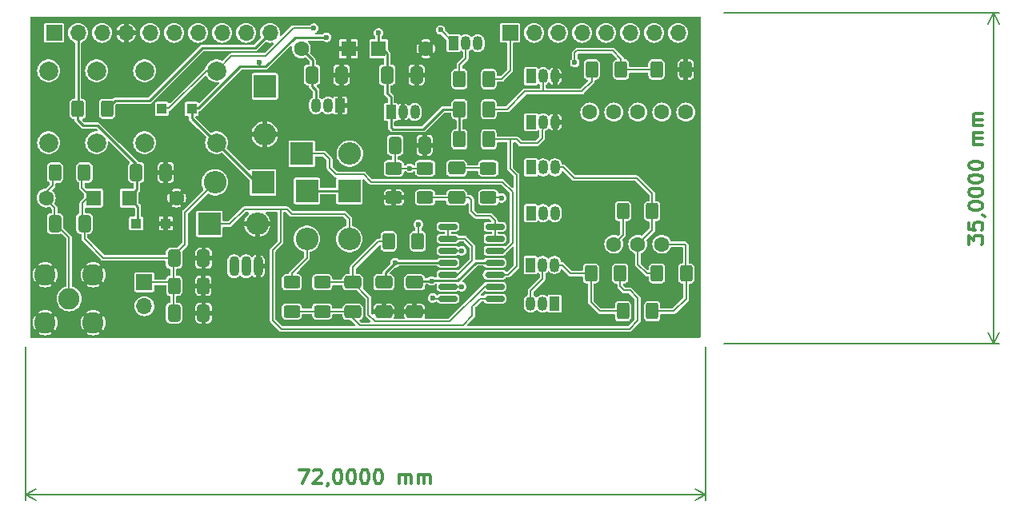
<source format=gbl>
G04 #@! TF.GenerationSoftware,KiCad,Pcbnew,8.0.0*
G04 #@! TF.CreationDate,2025-01-04T20:08:09+01:00*
G04 #@! TF.ProjectId,inzynierka,696e7a79-6e69-4657-926b-612e6b696361,rev?*
G04 #@! TF.SameCoordinates,Original*
G04 #@! TF.FileFunction,Copper,L2,Bot*
G04 #@! TF.FilePolarity,Positive*
%FSLAX46Y46*%
G04 Gerber Fmt 4.6, Leading zero omitted, Abs format (unit mm)*
G04 Created by KiCad (PCBNEW 8.0.0) date 2025-01-04 20:08:09*
%MOMM*%
%LPD*%
G01*
G04 APERTURE LIST*
G04 Aperture macros list*
%AMRoundRect*
0 Rectangle with rounded corners*
0 $1 Rounding radius*
0 $2 $3 $4 $5 $6 $7 $8 $9 X,Y pos of 4 corners*
0 Add a 4 corners polygon primitive as box body*
4,1,4,$2,$3,$4,$5,$6,$7,$8,$9,$2,$3,0*
0 Add four circle primitives for the rounded corners*
1,1,$1+$1,$2,$3*
1,1,$1+$1,$4,$5*
1,1,$1+$1,$6,$7*
1,1,$1+$1,$8,$9*
0 Add four rect primitives between the rounded corners*
20,1,$1+$1,$2,$3,$4,$5,0*
20,1,$1+$1,$4,$5,$6,$7,0*
20,1,$1+$1,$6,$7,$8,$9,0*
20,1,$1+$1,$8,$9,$2,$3,0*%
G04 Aperture macros list end*
%ADD10C,0.300000*%
G04 #@! TA.AperFunction,NonConductor*
%ADD11C,0.300000*%
G04 #@! TD*
G04 #@! TA.AperFunction,NonConductor*
%ADD12C,0.200000*%
G04 #@! TD*
G04 #@! TA.AperFunction,ComponentPad*
%ADD13R,2.400000X2.400000*%
G04 #@! TD*
G04 #@! TA.AperFunction,ComponentPad*
%ADD14O,2.400000X2.400000*%
G04 #@! TD*
G04 #@! TA.AperFunction,ComponentPad*
%ADD15R,1.600000X1.600000*%
G04 #@! TD*
G04 #@! TA.AperFunction,ComponentPad*
%ADD16C,1.600000*%
G04 #@! TD*
G04 #@! TA.AperFunction,ComponentPad*
%ADD17R,1.700000X1.700000*%
G04 #@! TD*
G04 #@! TA.AperFunction,ComponentPad*
%ADD18O,1.700000X1.700000*%
G04 #@! TD*
G04 #@! TA.AperFunction,ComponentPad*
%ADD19R,1.050000X1.500000*%
G04 #@! TD*
G04 #@! TA.AperFunction,ComponentPad*
%ADD20O,1.050000X1.500000*%
G04 #@! TD*
G04 #@! TA.AperFunction,ComponentPad*
%ADD21C,2.000000*%
G04 #@! TD*
G04 #@! TA.AperFunction,ComponentPad*
%ADD22O,1.070000X2.140000*%
G04 #@! TD*
G04 #@! TA.AperFunction,ComponentPad*
%ADD23C,2.250000*%
G04 #@! TD*
G04 #@! TA.AperFunction,BGAPad,CuDef*
%ADD24C,1.600000*%
G04 #@! TD*
G04 #@! TA.AperFunction,SMDPad,CuDef*
%ADD25RoundRect,0.250000X-0.400000X-0.625000X0.400000X-0.625000X0.400000X0.625000X-0.400000X0.625000X0*%
G04 #@! TD*
G04 #@! TA.AperFunction,SMDPad,CuDef*
%ADD26RoundRect,0.250000X-0.412500X-0.650000X0.412500X-0.650000X0.412500X0.650000X-0.412500X0.650000X0*%
G04 #@! TD*
G04 #@! TA.AperFunction,SMDPad,CuDef*
%ADD27RoundRect,0.250000X0.400000X0.625000X-0.400000X0.625000X-0.400000X-0.625000X0.400000X-0.625000X0*%
G04 #@! TD*
G04 #@! TA.AperFunction,SMDPad,CuDef*
%ADD28RoundRect,0.250000X0.412500X0.650000X-0.412500X0.650000X-0.412500X-0.650000X0.412500X-0.650000X0*%
G04 #@! TD*
G04 #@! TA.AperFunction,SMDPad,CuDef*
%ADD29R,1.080000X1.090000*%
G04 #@! TD*
G04 #@! TA.AperFunction,SMDPad,CuDef*
%ADD30RoundRect,0.250000X-0.650000X0.412500X-0.650000X-0.412500X0.650000X-0.412500X0.650000X0.412500X0*%
G04 #@! TD*
G04 #@! TA.AperFunction,SMDPad,CuDef*
%ADD31RoundRect,0.250000X0.625000X-0.400000X0.625000X0.400000X-0.625000X0.400000X-0.625000X-0.400000X0*%
G04 #@! TD*
G04 #@! TA.AperFunction,SMDPad,CuDef*
%ADD32RoundRect,0.150000X0.835000X0.150000X-0.835000X0.150000X-0.835000X-0.150000X0.835000X-0.150000X0*%
G04 #@! TD*
G04 #@! TA.AperFunction,SMDPad,CuDef*
%ADD33RoundRect,0.250000X-0.625000X0.400000X-0.625000X-0.400000X0.625000X-0.400000X0.625000X0.400000X0*%
G04 #@! TD*
G04 #@! TA.AperFunction,SMDPad,CuDef*
%ADD34RoundRect,0.250000X0.650000X-0.412500X0.650000X0.412500X-0.650000X0.412500X-0.650000X-0.412500X0*%
G04 #@! TD*
G04 #@! TA.AperFunction,ViaPad*
%ADD35C,0.600000*%
G04 #@! TD*
G04 #@! TA.AperFunction,ViaPad*
%ADD36C,0.500000*%
G04 #@! TD*
G04 #@! TA.AperFunction,Conductor*
%ADD37C,0.200000*%
G04 #@! TD*
G04 #@! TA.AperFunction,Conductor*
%ADD38C,0.250000*%
G04 #@! TD*
G04 APERTURE END LIST*
D10*
D11*
X208828328Y-102499998D02*
X208828328Y-101571426D01*
X208828328Y-101571426D02*
X209399757Y-102071426D01*
X209399757Y-102071426D02*
X209399757Y-101857141D01*
X209399757Y-101857141D02*
X209471185Y-101714284D01*
X209471185Y-101714284D02*
X209542614Y-101642855D01*
X209542614Y-101642855D02*
X209685471Y-101571426D01*
X209685471Y-101571426D02*
X210042614Y-101571426D01*
X210042614Y-101571426D02*
X210185471Y-101642855D01*
X210185471Y-101642855D02*
X210256900Y-101714284D01*
X210256900Y-101714284D02*
X210328328Y-101857141D01*
X210328328Y-101857141D02*
X210328328Y-102285712D01*
X210328328Y-102285712D02*
X210256900Y-102428569D01*
X210256900Y-102428569D02*
X210185471Y-102499998D01*
X208828328Y-100214284D02*
X208828328Y-100928570D01*
X208828328Y-100928570D02*
X209542614Y-100999998D01*
X209542614Y-100999998D02*
X209471185Y-100928570D01*
X209471185Y-100928570D02*
X209399757Y-100785713D01*
X209399757Y-100785713D02*
X209399757Y-100428570D01*
X209399757Y-100428570D02*
X209471185Y-100285713D01*
X209471185Y-100285713D02*
X209542614Y-100214284D01*
X209542614Y-100214284D02*
X209685471Y-100142855D01*
X209685471Y-100142855D02*
X210042614Y-100142855D01*
X210042614Y-100142855D02*
X210185471Y-100214284D01*
X210185471Y-100214284D02*
X210256900Y-100285713D01*
X210256900Y-100285713D02*
X210328328Y-100428570D01*
X210328328Y-100428570D02*
X210328328Y-100785713D01*
X210328328Y-100785713D02*
X210256900Y-100928570D01*
X210256900Y-100928570D02*
X210185471Y-100999998D01*
X210256900Y-99428570D02*
X210328328Y-99428570D01*
X210328328Y-99428570D02*
X210471185Y-99499999D01*
X210471185Y-99499999D02*
X210542614Y-99571427D01*
X208828328Y-98499998D02*
X208828328Y-98357141D01*
X208828328Y-98357141D02*
X208899757Y-98214284D01*
X208899757Y-98214284D02*
X208971185Y-98142856D01*
X208971185Y-98142856D02*
X209114042Y-98071427D01*
X209114042Y-98071427D02*
X209399757Y-97999998D01*
X209399757Y-97999998D02*
X209756900Y-97999998D01*
X209756900Y-97999998D02*
X210042614Y-98071427D01*
X210042614Y-98071427D02*
X210185471Y-98142856D01*
X210185471Y-98142856D02*
X210256900Y-98214284D01*
X210256900Y-98214284D02*
X210328328Y-98357141D01*
X210328328Y-98357141D02*
X210328328Y-98499998D01*
X210328328Y-98499998D02*
X210256900Y-98642856D01*
X210256900Y-98642856D02*
X210185471Y-98714284D01*
X210185471Y-98714284D02*
X210042614Y-98785713D01*
X210042614Y-98785713D02*
X209756900Y-98857141D01*
X209756900Y-98857141D02*
X209399757Y-98857141D01*
X209399757Y-98857141D02*
X209114042Y-98785713D01*
X209114042Y-98785713D02*
X208971185Y-98714284D01*
X208971185Y-98714284D02*
X208899757Y-98642856D01*
X208899757Y-98642856D02*
X208828328Y-98499998D01*
X208828328Y-97071427D02*
X208828328Y-96928570D01*
X208828328Y-96928570D02*
X208899757Y-96785713D01*
X208899757Y-96785713D02*
X208971185Y-96714285D01*
X208971185Y-96714285D02*
X209114042Y-96642856D01*
X209114042Y-96642856D02*
X209399757Y-96571427D01*
X209399757Y-96571427D02*
X209756900Y-96571427D01*
X209756900Y-96571427D02*
X210042614Y-96642856D01*
X210042614Y-96642856D02*
X210185471Y-96714285D01*
X210185471Y-96714285D02*
X210256900Y-96785713D01*
X210256900Y-96785713D02*
X210328328Y-96928570D01*
X210328328Y-96928570D02*
X210328328Y-97071427D01*
X210328328Y-97071427D02*
X210256900Y-97214285D01*
X210256900Y-97214285D02*
X210185471Y-97285713D01*
X210185471Y-97285713D02*
X210042614Y-97357142D01*
X210042614Y-97357142D02*
X209756900Y-97428570D01*
X209756900Y-97428570D02*
X209399757Y-97428570D01*
X209399757Y-97428570D02*
X209114042Y-97357142D01*
X209114042Y-97357142D02*
X208971185Y-97285713D01*
X208971185Y-97285713D02*
X208899757Y-97214285D01*
X208899757Y-97214285D02*
X208828328Y-97071427D01*
X208828328Y-95642856D02*
X208828328Y-95499999D01*
X208828328Y-95499999D02*
X208899757Y-95357142D01*
X208899757Y-95357142D02*
X208971185Y-95285714D01*
X208971185Y-95285714D02*
X209114042Y-95214285D01*
X209114042Y-95214285D02*
X209399757Y-95142856D01*
X209399757Y-95142856D02*
X209756900Y-95142856D01*
X209756900Y-95142856D02*
X210042614Y-95214285D01*
X210042614Y-95214285D02*
X210185471Y-95285714D01*
X210185471Y-95285714D02*
X210256900Y-95357142D01*
X210256900Y-95357142D02*
X210328328Y-95499999D01*
X210328328Y-95499999D02*
X210328328Y-95642856D01*
X210328328Y-95642856D02*
X210256900Y-95785714D01*
X210256900Y-95785714D02*
X210185471Y-95857142D01*
X210185471Y-95857142D02*
X210042614Y-95928571D01*
X210042614Y-95928571D02*
X209756900Y-95999999D01*
X209756900Y-95999999D02*
X209399757Y-95999999D01*
X209399757Y-95999999D02*
X209114042Y-95928571D01*
X209114042Y-95928571D02*
X208971185Y-95857142D01*
X208971185Y-95857142D02*
X208899757Y-95785714D01*
X208899757Y-95785714D02*
X208828328Y-95642856D01*
X208828328Y-94214285D02*
X208828328Y-94071428D01*
X208828328Y-94071428D02*
X208899757Y-93928571D01*
X208899757Y-93928571D02*
X208971185Y-93857143D01*
X208971185Y-93857143D02*
X209114042Y-93785714D01*
X209114042Y-93785714D02*
X209399757Y-93714285D01*
X209399757Y-93714285D02*
X209756900Y-93714285D01*
X209756900Y-93714285D02*
X210042614Y-93785714D01*
X210042614Y-93785714D02*
X210185471Y-93857143D01*
X210185471Y-93857143D02*
X210256900Y-93928571D01*
X210256900Y-93928571D02*
X210328328Y-94071428D01*
X210328328Y-94071428D02*
X210328328Y-94214285D01*
X210328328Y-94214285D02*
X210256900Y-94357143D01*
X210256900Y-94357143D02*
X210185471Y-94428571D01*
X210185471Y-94428571D02*
X210042614Y-94500000D01*
X210042614Y-94500000D02*
X209756900Y-94571428D01*
X209756900Y-94571428D02*
X209399757Y-94571428D01*
X209399757Y-94571428D02*
X209114042Y-94500000D01*
X209114042Y-94500000D02*
X208971185Y-94428571D01*
X208971185Y-94428571D02*
X208899757Y-94357143D01*
X208899757Y-94357143D02*
X208828328Y-94214285D01*
X210328328Y-91928572D02*
X209328328Y-91928572D01*
X209471185Y-91928572D02*
X209399757Y-91857143D01*
X209399757Y-91857143D02*
X209328328Y-91714286D01*
X209328328Y-91714286D02*
X209328328Y-91500000D01*
X209328328Y-91500000D02*
X209399757Y-91357143D01*
X209399757Y-91357143D02*
X209542614Y-91285715D01*
X209542614Y-91285715D02*
X210328328Y-91285715D01*
X209542614Y-91285715D02*
X209399757Y-91214286D01*
X209399757Y-91214286D02*
X209328328Y-91071429D01*
X209328328Y-91071429D02*
X209328328Y-90857143D01*
X209328328Y-90857143D02*
X209399757Y-90714286D01*
X209399757Y-90714286D02*
X209542614Y-90642857D01*
X209542614Y-90642857D02*
X210328328Y-90642857D01*
X210328328Y-89928572D02*
X209328328Y-89928572D01*
X209471185Y-89928572D02*
X209399757Y-89857143D01*
X209399757Y-89857143D02*
X209328328Y-89714286D01*
X209328328Y-89714286D02*
X209328328Y-89500000D01*
X209328328Y-89500000D02*
X209399757Y-89357143D01*
X209399757Y-89357143D02*
X209542614Y-89285715D01*
X209542614Y-89285715D02*
X210328328Y-89285715D01*
X209542614Y-89285715D02*
X209399757Y-89214286D01*
X209399757Y-89214286D02*
X209328328Y-89071429D01*
X209328328Y-89071429D02*
X209328328Y-88857143D01*
X209328328Y-88857143D02*
X209399757Y-88714286D01*
X209399757Y-88714286D02*
X209542614Y-88642857D01*
X209542614Y-88642857D02*
X210328328Y-88642857D01*
D12*
X182960000Y-78000000D02*
X212036420Y-78000000D01*
X182960000Y-113000000D02*
X212036420Y-113000000D01*
X211450000Y-78000000D02*
X211450000Y-113000000D01*
X211450000Y-78000000D02*
X211450000Y-113000000D01*
X211450000Y-78000000D02*
X212036421Y-79126504D01*
X211450000Y-78000000D02*
X210863579Y-79126504D01*
X211450000Y-113000000D02*
X210863579Y-111873496D01*
X211450000Y-113000000D02*
X212036421Y-111873496D01*
D10*
D11*
X138000001Y-126378328D02*
X139000001Y-126378328D01*
X139000001Y-126378328D02*
X138357144Y-127878328D01*
X139500001Y-126521185D02*
X139571429Y-126449757D01*
X139571429Y-126449757D02*
X139714287Y-126378328D01*
X139714287Y-126378328D02*
X140071429Y-126378328D01*
X140071429Y-126378328D02*
X140214287Y-126449757D01*
X140214287Y-126449757D02*
X140285715Y-126521185D01*
X140285715Y-126521185D02*
X140357144Y-126664042D01*
X140357144Y-126664042D02*
X140357144Y-126806900D01*
X140357144Y-126806900D02*
X140285715Y-127021185D01*
X140285715Y-127021185D02*
X139428572Y-127878328D01*
X139428572Y-127878328D02*
X140357144Y-127878328D01*
X141071429Y-127806900D02*
X141071429Y-127878328D01*
X141071429Y-127878328D02*
X141000000Y-128021185D01*
X141000000Y-128021185D02*
X140928572Y-128092614D01*
X142000001Y-126378328D02*
X142142858Y-126378328D01*
X142142858Y-126378328D02*
X142285715Y-126449757D01*
X142285715Y-126449757D02*
X142357144Y-126521185D01*
X142357144Y-126521185D02*
X142428572Y-126664042D01*
X142428572Y-126664042D02*
X142500001Y-126949757D01*
X142500001Y-126949757D02*
X142500001Y-127306900D01*
X142500001Y-127306900D02*
X142428572Y-127592614D01*
X142428572Y-127592614D02*
X142357144Y-127735471D01*
X142357144Y-127735471D02*
X142285715Y-127806900D01*
X142285715Y-127806900D02*
X142142858Y-127878328D01*
X142142858Y-127878328D02*
X142000001Y-127878328D01*
X142000001Y-127878328D02*
X141857144Y-127806900D01*
X141857144Y-127806900D02*
X141785715Y-127735471D01*
X141785715Y-127735471D02*
X141714286Y-127592614D01*
X141714286Y-127592614D02*
X141642858Y-127306900D01*
X141642858Y-127306900D02*
X141642858Y-126949757D01*
X141642858Y-126949757D02*
X141714286Y-126664042D01*
X141714286Y-126664042D02*
X141785715Y-126521185D01*
X141785715Y-126521185D02*
X141857144Y-126449757D01*
X141857144Y-126449757D02*
X142000001Y-126378328D01*
X143428572Y-126378328D02*
X143571429Y-126378328D01*
X143571429Y-126378328D02*
X143714286Y-126449757D01*
X143714286Y-126449757D02*
X143785715Y-126521185D01*
X143785715Y-126521185D02*
X143857143Y-126664042D01*
X143857143Y-126664042D02*
X143928572Y-126949757D01*
X143928572Y-126949757D02*
X143928572Y-127306900D01*
X143928572Y-127306900D02*
X143857143Y-127592614D01*
X143857143Y-127592614D02*
X143785715Y-127735471D01*
X143785715Y-127735471D02*
X143714286Y-127806900D01*
X143714286Y-127806900D02*
X143571429Y-127878328D01*
X143571429Y-127878328D02*
X143428572Y-127878328D01*
X143428572Y-127878328D02*
X143285715Y-127806900D01*
X143285715Y-127806900D02*
X143214286Y-127735471D01*
X143214286Y-127735471D02*
X143142857Y-127592614D01*
X143142857Y-127592614D02*
X143071429Y-127306900D01*
X143071429Y-127306900D02*
X143071429Y-126949757D01*
X143071429Y-126949757D02*
X143142857Y-126664042D01*
X143142857Y-126664042D02*
X143214286Y-126521185D01*
X143214286Y-126521185D02*
X143285715Y-126449757D01*
X143285715Y-126449757D02*
X143428572Y-126378328D01*
X144857143Y-126378328D02*
X145000000Y-126378328D01*
X145000000Y-126378328D02*
X145142857Y-126449757D01*
X145142857Y-126449757D02*
X145214286Y-126521185D01*
X145214286Y-126521185D02*
X145285714Y-126664042D01*
X145285714Y-126664042D02*
X145357143Y-126949757D01*
X145357143Y-126949757D02*
X145357143Y-127306900D01*
X145357143Y-127306900D02*
X145285714Y-127592614D01*
X145285714Y-127592614D02*
X145214286Y-127735471D01*
X145214286Y-127735471D02*
X145142857Y-127806900D01*
X145142857Y-127806900D02*
X145000000Y-127878328D01*
X145000000Y-127878328D02*
X144857143Y-127878328D01*
X144857143Y-127878328D02*
X144714286Y-127806900D01*
X144714286Y-127806900D02*
X144642857Y-127735471D01*
X144642857Y-127735471D02*
X144571428Y-127592614D01*
X144571428Y-127592614D02*
X144500000Y-127306900D01*
X144500000Y-127306900D02*
X144500000Y-126949757D01*
X144500000Y-126949757D02*
X144571428Y-126664042D01*
X144571428Y-126664042D02*
X144642857Y-126521185D01*
X144642857Y-126521185D02*
X144714286Y-126449757D01*
X144714286Y-126449757D02*
X144857143Y-126378328D01*
X146285714Y-126378328D02*
X146428571Y-126378328D01*
X146428571Y-126378328D02*
X146571428Y-126449757D01*
X146571428Y-126449757D02*
X146642857Y-126521185D01*
X146642857Y-126521185D02*
X146714285Y-126664042D01*
X146714285Y-126664042D02*
X146785714Y-126949757D01*
X146785714Y-126949757D02*
X146785714Y-127306900D01*
X146785714Y-127306900D02*
X146714285Y-127592614D01*
X146714285Y-127592614D02*
X146642857Y-127735471D01*
X146642857Y-127735471D02*
X146571428Y-127806900D01*
X146571428Y-127806900D02*
X146428571Y-127878328D01*
X146428571Y-127878328D02*
X146285714Y-127878328D01*
X146285714Y-127878328D02*
X146142857Y-127806900D01*
X146142857Y-127806900D02*
X146071428Y-127735471D01*
X146071428Y-127735471D02*
X145999999Y-127592614D01*
X145999999Y-127592614D02*
X145928571Y-127306900D01*
X145928571Y-127306900D02*
X145928571Y-126949757D01*
X145928571Y-126949757D02*
X145999999Y-126664042D01*
X145999999Y-126664042D02*
X146071428Y-126521185D01*
X146071428Y-126521185D02*
X146142857Y-126449757D01*
X146142857Y-126449757D02*
X146285714Y-126378328D01*
X148571427Y-127878328D02*
X148571427Y-126878328D01*
X148571427Y-127021185D02*
X148642856Y-126949757D01*
X148642856Y-126949757D02*
X148785713Y-126878328D01*
X148785713Y-126878328D02*
X148999999Y-126878328D01*
X148999999Y-126878328D02*
X149142856Y-126949757D01*
X149142856Y-126949757D02*
X149214285Y-127092614D01*
X149214285Y-127092614D02*
X149214285Y-127878328D01*
X149214285Y-127092614D02*
X149285713Y-126949757D01*
X149285713Y-126949757D02*
X149428570Y-126878328D01*
X149428570Y-126878328D02*
X149642856Y-126878328D01*
X149642856Y-126878328D02*
X149785713Y-126949757D01*
X149785713Y-126949757D02*
X149857142Y-127092614D01*
X149857142Y-127092614D02*
X149857142Y-127878328D01*
X150571427Y-127878328D02*
X150571427Y-126878328D01*
X150571427Y-127021185D02*
X150642856Y-126949757D01*
X150642856Y-126949757D02*
X150785713Y-126878328D01*
X150785713Y-126878328D02*
X150999999Y-126878328D01*
X150999999Y-126878328D02*
X151142856Y-126949757D01*
X151142856Y-126949757D02*
X151214285Y-127092614D01*
X151214285Y-127092614D02*
X151214285Y-127878328D01*
X151214285Y-127092614D02*
X151285713Y-126949757D01*
X151285713Y-126949757D02*
X151428570Y-126878328D01*
X151428570Y-126878328D02*
X151642856Y-126878328D01*
X151642856Y-126878328D02*
X151785713Y-126949757D01*
X151785713Y-126949757D02*
X151857142Y-127092614D01*
X151857142Y-127092614D02*
X151857142Y-127878328D01*
D12*
X109000000Y-113400000D02*
X109000000Y-129586420D01*
X181000000Y-113400000D02*
X181000000Y-129586420D01*
X109000000Y-129000000D02*
X181000000Y-129000000D01*
X109000000Y-129000000D02*
X181000000Y-129000000D01*
X109000000Y-129000000D02*
X110126504Y-128413579D01*
X109000000Y-129000000D02*
X110126504Y-129586421D01*
X181000000Y-129000000D02*
X179873496Y-129586421D01*
X181000000Y-129000000D02*
X179873496Y-128413579D01*
D13*
X138250000Y-92900000D03*
D14*
X143330000Y-92900000D03*
D15*
X146400000Y-81780000D03*
D16*
X151400000Y-81780000D03*
D13*
X134350000Y-85770000D03*
D14*
X134350000Y-90850000D03*
D17*
X121600000Y-106525000D03*
D18*
X121600000Y-109065000D03*
D19*
X154330000Y-81200000D03*
D20*
X155600000Y-81200000D03*
X156870000Y-81200000D03*
D15*
X116200000Y-97600000D03*
D16*
X111200000Y-97600000D03*
D19*
X165000000Y-108800000D03*
D20*
X163730000Y-108800000D03*
X162460000Y-108800000D03*
D15*
X143200000Y-81780000D03*
D16*
X138200000Y-81780000D03*
D21*
X129230000Y-91750000D03*
X121610000Y-91750000D03*
X116530000Y-91750000D03*
X111450000Y-91750000D03*
X129230000Y-84130000D03*
X121610000Y-84130000D03*
X116530000Y-84130000D03*
X111450000Y-84130000D03*
D17*
X112040000Y-80100000D03*
D18*
X114580000Y-80100000D03*
X117120000Y-80100000D03*
X119660000Y-80100000D03*
X122200000Y-80100000D03*
X124740000Y-80100000D03*
X127280000Y-80100000D03*
X129820000Y-80100000D03*
X132360000Y-80100000D03*
X134900000Y-80100000D03*
D13*
X143300000Y-96860000D03*
D14*
X143300000Y-101940000D03*
D22*
X133637800Y-104857500D03*
X132367800Y-104857500D03*
X131097800Y-104857500D03*
D13*
X134150000Y-95940000D03*
D14*
X129070000Y-95940000D03*
D19*
X147680000Y-88500000D03*
D20*
X148950000Y-88500000D03*
X150220000Y-88500000D03*
D13*
X138800000Y-96860000D03*
D14*
X138800000Y-101940000D03*
D19*
X162530000Y-94360000D03*
D20*
X163800000Y-94360000D03*
X165070000Y-94360000D03*
D19*
X162530000Y-89560000D03*
D20*
X163800000Y-89560000D03*
X165070000Y-89560000D03*
D23*
X113640000Y-108280000D03*
X111100000Y-110820000D03*
X116180000Y-110820000D03*
X111100000Y-105740000D03*
X116180000Y-105740000D03*
D13*
X128480000Y-100340000D03*
D14*
X133560000Y-100340000D03*
D19*
X162460000Y-104700000D03*
D20*
X163730000Y-104700000D03*
X165000000Y-104700000D03*
D19*
X162500000Y-84700000D03*
D20*
X163770000Y-84700000D03*
X165040000Y-84700000D03*
D19*
X162500000Y-99200000D03*
D20*
X163770000Y-99200000D03*
X165040000Y-99200000D03*
D17*
X160300000Y-80100000D03*
D18*
X162840000Y-80100000D03*
X165380000Y-80100000D03*
X167920000Y-80100000D03*
X170460000Y-80100000D03*
X173000000Y-80100000D03*
X175540000Y-80100000D03*
X178080000Y-80100000D03*
D15*
X120000000Y-97600000D03*
D16*
X125000000Y-97600000D03*
D19*
X142300000Y-87800000D03*
D20*
X141030000Y-87800000D03*
X139760000Y-87800000D03*
D16*
X178900000Y-88500000D03*
X176360000Y-88500000D03*
X173820000Y-88500000D03*
D24*
X171280000Y-88500000D03*
D16*
X168740000Y-88500000D03*
X176360000Y-102500000D03*
X173820000Y-102500000D03*
X171280000Y-102500000D03*
D25*
X154950000Y-85000000D03*
X158050000Y-85000000D03*
D26*
X120737500Y-94900000D03*
X123862500Y-94900000D03*
X112137500Y-100300000D03*
X115262500Y-100300000D03*
D27*
X117650000Y-88160000D03*
X114550000Y-88160000D03*
D28*
X142462500Y-84550000D03*
X139337500Y-84550000D03*
D25*
X154950000Y-88200000D03*
X158050000Y-88200000D03*
D27*
X150550000Y-102200000D03*
X147450000Y-102200000D03*
D26*
X147287500Y-84550000D03*
X150412500Y-84550000D03*
D29*
X123875000Y-100300000D03*
X120725000Y-100300000D03*
D30*
X150200000Y-106537500D03*
X150200000Y-109662500D03*
D25*
X172250000Y-99000000D03*
X175350000Y-99000000D03*
X154950000Y-91400000D03*
X158050000Y-91400000D03*
X168850000Y-105600000D03*
X171950000Y-105600000D03*
X175790000Y-84000000D03*
X178890000Y-84000000D03*
D31*
X151313333Y-97550000D03*
X151313333Y-94450000D03*
D32*
X158685000Y-100640000D03*
X158685000Y-101910000D03*
X158685000Y-103180000D03*
X158685000Y-104450000D03*
X158685000Y-105720000D03*
X158685000Y-106990000D03*
X158685000Y-108260000D03*
X153735000Y-108260000D03*
X153735000Y-106990000D03*
X153735000Y-105720000D03*
X153735000Y-104450000D03*
X153735000Y-103180000D03*
X153735000Y-101910000D03*
X153735000Y-100640000D03*
D30*
X143655000Y-106537500D03*
X143655000Y-109662500D03*
D26*
X124737500Y-104000000D03*
X127862500Y-104000000D03*
D29*
X123452500Y-88160000D03*
X126602500Y-88160000D03*
D25*
X175850000Y-105600000D03*
X178950000Y-105600000D03*
D27*
X175350000Y-109600000D03*
X172250000Y-109600000D03*
D26*
X148137500Y-92000000D03*
X151262500Y-92000000D03*
D33*
X148000000Y-94450000D03*
X148000000Y-97550000D03*
D31*
X137200000Y-109620000D03*
X137200000Y-106520000D03*
D25*
X112150000Y-94900000D03*
X115250000Y-94900000D03*
X168950000Y-84000000D03*
X172050000Y-84000000D03*
D33*
X158000000Y-94450000D03*
X158000000Y-97550000D03*
D30*
X146927500Y-106537500D03*
X146927500Y-109662500D03*
D26*
X124737500Y-109800000D03*
X127862500Y-109800000D03*
D25*
X124750000Y-106900000D03*
X127850000Y-106900000D03*
D33*
X140412500Y-106520000D03*
X140412500Y-109620000D03*
D34*
X154656666Y-97562500D03*
X154656666Y-94437500D03*
D35*
X149700000Y-94450000D03*
X150600000Y-100400000D03*
X118500000Y-101900000D03*
X168600000Y-102200000D03*
X119580000Y-91360000D03*
D36*
X136170000Y-94950000D03*
D35*
X123100000Y-111800000D03*
X159730000Y-90400000D03*
X125460000Y-91570000D03*
X140780000Y-82330000D03*
X160780000Y-110360000D03*
X170400000Y-108400000D03*
X118440000Y-104960000D03*
X145700000Y-99000000D03*
X136800000Y-104600000D03*
D36*
X136840000Y-85990000D03*
D35*
X145000000Y-84400000D03*
X110800000Y-89200000D03*
X179890000Y-82430000D03*
X178770000Y-110190000D03*
X154740000Y-79430000D03*
X116400000Y-82400000D03*
D36*
X178900000Y-92350000D03*
X136740000Y-82370000D03*
D35*
X144630000Y-89930000D03*
X128180000Y-89080000D03*
X117800000Y-95100000D03*
X131610000Y-96990000D03*
X132300000Y-110400000D03*
D36*
X137050000Y-78860000D03*
D35*
X171510000Y-90920000D03*
X132200000Y-87800000D03*
X110030000Y-103040000D03*
X137070000Y-90320000D03*
X112790000Y-86020000D03*
X178250000Y-96250000D03*
X174370000Y-91040000D03*
X168420000Y-90630000D03*
X175800000Y-107800000D03*
D36*
X170560000Y-97360000D03*
D35*
X122600000Y-97600000D03*
X119160000Y-107420000D03*
X152580000Y-86550000D03*
X132400000Y-107470000D03*
X109960000Y-82110000D03*
X124010000Y-83700000D03*
X139530000Y-79600000D03*
X152930000Y-79800000D03*
X146380000Y-80120000D03*
X133750000Y-83190000D03*
X140870000Y-80580000D03*
X152000000Y-106390000D03*
X148150000Y-104450000D03*
X155200000Y-107000000D03*
X152100000Y-108200000D03*
X159400000Y-97600000D03*
X155200000Y-103200000D03*
X167150000Y-83260000D03*
D37*
X148137500Y-94312500D02*
X148000000Y-94450000D01*
X150600000Y-100400000D02*
X150600000Y-102150000D01*
X148137500Y-92000000D02*
X148137500Y-94312500D01*
X150950000Y-94600000D02*
X150650000Y-94900000D01*
X151313333Y-94450000D02*
X148000000Y-94450000D01*
X150600000Y-102150000D02*
X150550000Y-102200000D01*
X143612500Y-109620000D02*
X143655000Y-109662500D01*
X144390000Y-111090000D02*
X143655000Y-110355000D01*
X157100000Y-108260000D02*
X156430000Y-108930000D01*
X143655000Y-110355000D02*
X143655000Y-109662500D01*
X137200000Y-109620000D02*
X143612500Y-109620000D01*
X156430000Y-108930000D02*
X156300000Y-109060000D01*
X155310000Y-111090000D02*
X144390000Y-111090000D01*
X156300000Y-110100000D02*
X155310000Y-111090000D01*
X158685000Y-108260000D02*
X157100000Y-108260000D01*
X156300000Y-109060000D02*
X156300000Y-110100000D01*
X145990000Y-110690000D02*
X145300000Y-110000000D01*
X147450000Y-102200000D02*
X146400000Y-102200000D01*
X143637500Y-106520000D02*
X143655000Y-106537500D01*
X140412500Y-106520000D02*
X143637500Y-106520000D01*
X153910000Y-110690000D02*
X145990000Y-110690000D01*
X157610000Y-106990000D02*
X153910000Y-110690000D01*
X146400000Y-102200000D02*
X143655000Y-104945000D01*
X143655000Y-104945000D02*
X143655000Y-106537500D01*
X145300000Y-110000000D02*
X145300000Y-108182500D01*
X145300000Y-108182500D02*
X143655000Y-106537500D01*
X158685000Y-106990000D02*
X157610000Y-106990000D01*
X158685000Y-101910000D02*
X158685000Y-100640000D01*
X154600000Y-97562500D02*
X155962500Y-97562500D01*
X156200000Y-99000000D02*
X156200000Y-97800000D01*
X158200000Y-99500000D02*
X156700000Y-99500000D01*
X156700000Y-99500000D02*
X156200000Y-99000000D01*
X158685000Y-100640000D02*
X158685000Y-99985000D01*
X154600000Y-97562500D02*
X151762500Y-97562500D01*
X155962500Y-97562500D02*
X156200000Y-97800000D01*
X158685000Y-99985000D02*
X158200000Y-99500000D01*
X157987500Y-94437500D02*
X158000000Y-94450000D01*
X154600000Y-94437500D02*
X157987500Y-94437500D01*
D38*
X120920000Y-100040000D02*
X120920000Y-98525138D01*
X120810000Y-94191522D02*
X120810000Y-94300000D01*
X114580000Y-80100000D02*
X114580000Y-88130000D01*
X114580000Y-88130000D02*
X114550000Y-88160000D01*
X115100000Y-89900000D02*
X114550000Y-89350000D01*
X143300000Y-96860000D02*
X138800000Y-96860000D01*
X120737500Y-94900000D02*
X120737500Y-94000000D01*
X116637500Y-89900000D02*
X115100000Y-89900000D01*
X120810000Y-94300000D02*
X120810000Y-96724862D01*
X120737500Y-94000000D02*
X116637500Y-89900000D01*
X120920000Y-98525138D02*
X119964862Y-97570000D01*
X114550000Y-89350000D02*
X114550000Y-88160000D01*
X120810000Y-96724862D02*
X119964862Y-97570000D01*
D37*
X117250000Y-103950000D02*
X124650000Y-103950000D01*
X124650000Y-104500000D02*
X124650000Y-109600000D01*
X140600000Y-92900000D02*
X141200000Y-93500000D01*
X160562433Y-102362433D02*
X160562433Y-96962433D01*
X125900000Y-99110000D02*
X125900000Y-102500000D01*
X124462500Y-106525000D02*
X124637500Y-106700000D01*
X141900000Y-95100000D02*
X144800000Y-95100000D01*
X159744866Y-103180000D02*
X160562433Y-102362433D01*
X124650000Y-104500000D02*
X124650000Y-103750000D01*
X124650000Y-103950000D02*
X124650000Y-104500000D01*
X124650000Y-103750000D02*
X125000000Y-103400000D01*
X121600000Y-106525000D02*
X124462500Y-106525000D01*
X158685000Y-103180000D02*
X159744866Y-103180000D01*
X115030000Y-100270000D02*
X115030000Y-98150000D01*
X115262500Y-101962500D02*
X117250000Y-103950000D01*
X115030000Y-98150000D02*
X115820000Y-97360000D01*
X145600000Y-95900000D02*
X144800000Y-95100000D01*
X138250000Y-92900000D02*
X140600000Y-92900000D01*
X129070000Y-95940000D02*
X125900000Y-99110000D01*
X145600000Y-95900000D02*
X159500000Y-95900000D01*
X159500000Y-95900000D02*
X160562433Y-96962433D01*
X115250000Y-100490000D02*
X115030000Y-100270000D01*
X115820000Y-97360000D02*
X114990000Y-96530000D01*
X115262500Y-100300000D02*
X115262500Y-101962500D01*
X125900000Y-102500000D02*
X125000000Y-103400000D01*
X141200000Y-93500000D02*
X141200000Y-94400000D01*
X114990000Y-96530000D02*
X114990000Y-94440000D01*
X141200000Y-94400000D02*
X141900000Y-95100000D01*
X125000000Y-103400000D02*
X124700000Y-103700000D01*
X112100000Y-100465000D02*
X112100000Y-98640000D01*
X111890000Y-96290000D02*
X111890000Y-94440000D01*
X112100000Y-98640000D02*
X110820000Y-97360000D01*
X110820000Y-97360000D02*
X111890000Y-96290000D01*
X113640000Y-101802500D02*
X112137500Y-100300000D01*
X113640000Y-108280000D02*
X113640000Y-101802500D01*
D38*
X139400000Y-84487500D02*
X139337500Y-84550000D01*
X138200000Y-81780000D02*
X139400000Y-82980000D01*
X139760000Y-86160000D02*
X139760000Y-87800000D01*
X139400000Y-82980000D02*
X139400000Y-84487500D01*
X139337500Y-84550000D02*
X139337500Y-85737500D01*
X139337500Y-85737500D02*
X139760000Y-86160000D01*
D37*
X138800000Y-101940000D02*
X138800000Y-104000000D01*
X138800000Y-104000000D02*
X137200000Y-105600000D01*
X137200000Y-105600000D02*
X137200000Y-106520000D01*
X135180000Y-110580000D02*
X135180000Y-103120000D01*
X172400000Y-107400000D02*
X173000000Y-107400000D01*
X142800000Y-99300000D02*
X143300000Y-99800000D01*
X135180000Y-103120000D02*
X136000000Y-102300000D01*
X137200000Y-99300000D02*
X142800000Y-99300000D01*
X130660000Y-100340000D02*
X132200000Y-98800000D01*
X173800000Y-108200000D02*
X173800000Y-110600000D01*
X136700000Y-98800000D02*
X137200000Y-99300000D01*
X143300000Y-99800000D02*
X143300000Y-101940000D01*
X173800000Y-110600000D02*
X172910000Y-111490000D01*
X172910000Y-111490000D02*
X136090000Y-111490000D01*
X136000000Y-102300000D02*
X136000000Y-98800000D01*
X173000000Y-107400000D02*
X173800000Y-108200000D01*
X171950000Y-105600000D02*
X171950000Y-106950000D01*
X136000000Y-98800000D02*
X136700000Y-98800000D01*
X171950000Y-106950000D02*
X172400000Y-107400000D01*
X128480000Y-100340000D02*
X130660000Y-100340000D01*
X132200000Y-98800000D02*
X136000000Y-98800000D01*
X136090000Y-111490000D02*
X135180000Y-110580000D01*
X123452500Y-88077500D02*
X124192500Y-88077500D01*
X134400000Y-82550000D02*
X130810000Y-82550000D01*
X128140000Y-84130000D02*
X129230000Y-84130000D01*
X130810000Y-82550000D02*
X129230000Y-84130000D01*
X124192500Y-88077500D02*
X128140000Y-84130000D01*
X152930000Y-79800000D02*
X154330000Y-81200000D01*
X137350000Y-79600000D02*
X134400000Y-82550000D01*
X139530000Y-79600000D02*
X137350000Y-79600000D01*
D38*
X127342500Y-88077500D02*
X131750000Y-83670000D01*
X133750000Y-83190000D02*
X133750000Y-83640000D01*
X146380000Y-81390000D02*
X146380000Y-80120000D01*
X133750000Y-83640000D02*
X133780000Y-83670000D01*
X129230000Y-91750000D02*
X126602500Y-89122500D01*
X147900000Y-90300000D02*
X147680000Y-90080000D01*
X147680000Y-86892500D02*
X147287500Y-86500000D01*
X147680000Y-88480000D02*
X147287500Y-88087500D01*
X153200000Y-88200000D02*
X151100000Y-90300000D01*
X137520000Y-80580000D02*
X134430000Y-83670000D01*
X126602500Y-89122500D02*
X126602500Y-88077500D01*
X147287500Y-82297500D02*
X146380000Y-81390000D01*
X134150000Y-95940000D02*
X133420000Y-95940000D01*
X154950000Y-88200000D02*
X154950000Y-91400000D01*
X131750000Y-83670000D02*
X133780000Y-83670000D01*
X147287500Y-84532500D02*
X147287500Y-82297500D01*
X147287500Y-86500000D02*
X147287500Y-84532500D01*
X126602500Y-88077500D02*
X127342500Y-88077500D01*
X140870000Y-80580000D02*
X137520000Y-80580000D01*
X154950000Y-88200000D02*
X153200000Y-88200000D01*
X134430000Y-83670000D02*
X133780000Y-83670000D01*
X133420000Y-95940000D02*
X129230000Y-91750000D01*
X147680000Y-90080000D02*
X147680000Y-88480000D01*
X147680000Y-88500000D02*
X147680000Y-86892500D01*
X151100000Y-90300000D02*
X147900000Y-90300000D01*
D37*
X158050000Y-85000000D02*
X159400000Y-85000000D01*
X160300000Y-84100000D02*
X160300000Y-80100000D01*
X159400000Y-85000000D02*
X160300000Y-84100000D01*
D38*
X154750908Y-106365000D02*
X152025000Y-106365000D01*
X127700000Y-81700000D02*
X133300000Y-81700000D01*
X122110000Y-87290000D02*
X127700000Y-81700000D01*
X118520000Y-87290000D02*
X122110000Y-87290000D01*
X158685000Y-104450000D02*
X156665908Y-104450000D01*
X152000000Y-106390000D02*
X150772500Y-106390000D01*
X152025000Y-106365000D02*
X152000000Y-106390000D01*
X150772500Y-106390000D02*
X150662500Y-106500000D01*
X156665908Y-104450000D02*
X154750908Y-106365000D01*
X117650000Y-88160000D02*
X118520000Y-87290000D01*
X133300000Y-81700000D02*
X134900000Y-80100000D01*
X148150000Y-104450000D02*
X147100000Y-105500000D01*
X148150000Y-104450000D02*
X153735000Y-104450000D01*
X147100000Y-105500000D02*
X147100000Y-106537500D01*
D37*
X173820000Y-102500000D02*
X175350000Y-100970000D01*
X167100000Y-95500000D02*
X165960000Y-94360000D01*
X173820000Y-102500000D02*
X173820000Y-104620000D01*
X165960000Y-94360000D02*
X165070000Y-94360000D01*
X175350000Y-97150000D02*
X173700000Y-95500000D01*
X153745000Y-107000000D02*
X153735000Y-106990000D01*
X168300000Y-95500000D02*
X167100000Y-95500000D01*
X174800000Y-105600000D02*
X175850000Y-105600000D01*
X175350000Y-99000000D02*
X175350000Y-97150000D01*
X173700000Y-95500000D02*
X168300000Y-95500000D01*
X173820000Y-104620000D02*
X174800000Y-105600000D01*
X155200000Y-107000000D02*
X153745000Y-107000000D01*
X175350000Y-100970000D02*
X175350000Y-99000000D01*
X162460000Y-107440000D02*
X162460000Y-108800000D01*
X163730000Y-106170000D02*
X162460000Y-107440000D01*
X163730000Y-104700000D02*
X163730000Y-106170000D01*
X153735000Y-108260000D02*
X152160000Y-108260000D01*
X152160000Y-108260000D02*
X152100000Y-108200000D01*
X166700000Y-105600000D02*
X165800000Y-104700000D01*
X168850000Y-105600000D02*
X168850000Y-108650000D01*
X169800000Y-109600000D02*
X172250000Y-109600000D01*
X165800000Y-104700000D02*
X165000000Y-104700000D01*
X168850000Y-108650000D02*
X169800000Y-109600000D01*
X168850000Y-105600000D02*
X166700000Y-105600000D01*
X154950000Y-83450000D02*
X154950000Y-85000000D01*
X155600000Y-81200000D02*
X155600000Y-82800000D01*
X155600000Y-82800000D02*
X154950000Y-83450000D01*
X160300000Y-91500000D02*
X160300000Y-94500000D01*
X161000000Y-95200000D02*
X161000000Y-104800000D01*
X158050000Y-91400000D02*
X160400000Y-91400000D01*
X161400000Y-91800000D02*
X163150000Y-91800000D01*
X160300000Y-94500000D02*
X161000000Y-95200000D01*
X161000000Y-104800000D02*
X160080000Y-105720000D01*
X161000000Y-91400000D02*
X161400000Y-91800000D01*
X158685000Y-105720000D02*
X157700001Y-105720000D01*
X160080000Y-105720000D02*
X158685000Y-105720000D01*
X160400000Y-91400000D02*
X160300000Y-91500000D01*
X163700000Y-91250000D02*
X163175000Y-91775000D01*
X163700000Y-90300000D02*
X163700000Y-91250000D01*
X160400000Y-91400000D02*
X161000000Y-91400000D01*
X163150000Y-91800000D02*
X163175000Y-91775000D01*
X172250000Y-101530000D02*
X171280000Y-102500000D01*
X158150000Y-97600000D02*
X158050000Y-97500000D01*
X159350000Y-97550000D02*
X159400000Y-97600000D01*
X158000000Y-97550000D02*
X159350000Y-97550000D01*
X172250000Y-99000000D02*
X172250000Y-101530000D01*
X176360000Y-102500000D02*
X178790000Y-102500000D01*
X178950000Y-108250000D02*
X177600000Y-109600000D01*
X178890000Y-102600000D02*
X178890000Y-105540000D01*
X178790000Y-102500000D02*
X178890000Y-102600000D01*
X178950000Y-105600000D02*
X178950000Y-108250000D01*
X178890000Y-105540000D02*
X178950000Y-105600000D01*
X177600000Y-109600000D02*
X175350000Y-109600000D01*
X153755000Y-103200000D02*
X153735000Y-103180000D01*
X175790000Y-84000000D02*
X172050000Y-84000000D01*
X171200000Y-82000000D02*
X167400000Y-82000000D01*
X172050000Y-84000000D02*
X172050000Y-82850000D01*
X167150000Y-83260000D02*
X167150000Y-82250000D01*
X172050000Y-82850000D02*
X171200000Y-82000000D01*
X155200000Y-103200000D02*
X153755000Y-103200000D01*
X167150000Y-82250000D02*
X167400000Y-82000000D01*
X161900000Y-86300000D02*
X162800000Y-86300000D01*
X167900000Y-86300000D02*
X168950000Y-85250000D01*
X168950000Y-85250000D02*
X168950000Y-84440000D01*
X163770000Y-84700000D02*
X163770000Y-86300000D01*
X162800000Y-86300000D02*
X163770000Y-86300000D01*
X163770000Y-86300000D02*
X167900000Y-86300000D01*
X160000000Y-88200000D02*
X161900000Y-86300000D01*
X158050000Y-88200000D02*
X160000000Y-88200000D01*
X155510000Y-101910000D02*
X156300000Y-102700000D01*
X153735000Y-101910000D02*
X155510000Y-101910000D01*
X153735000Y-101910000D02*
X153735000Y-100640000D01*
X156300000Y-102700000D02*
X156300000Y-104210000D01*
X154790000Y-105720000D02*
X153735000Y-105720000D01*
X156300000Y-104210000D02*
X154790000Y-105720000D01*
G04 #@! TA.AperFunction,Conductor*
G36*
X180458691Y-78419407D02*
G01*
X180494655Y-78468907D01*
X180499500Y-78499500D01*
X180499500Y-112300500D01*
X180480593Y-112358691D01*
X180431093Y-112394655D01*
X180400500Y-112399500D01*
X109599500Y-112399500D01*
X109541309Y-112380593D01*
X109505345Y-112331093D01*
X109500500Y-112300500D01*
X109500500Y-110820004D01*
X109769939Y-110820004D01*
X109790144Y-111050955D01*
X109850151Y-111274907D01*
X109948132Y-111485029D01*
X110003022Y-111563421D01*
X110422420Y-111144022D01*
X110435359Y-111175258D01*
X110517437Y-111298097D01*
X110621903Y-111402563D01*
X110744742Y-111484641D01*
X110775975Y-111497578D01*
X110356577Y-111916976D01*
X110434967Y-111971866D01*
X110645092Y-112069848D01*
X110869044Y-112129855D01*
X111099996Y-112150061D01*
X111100004Y-112150061D01*
X111330955Y-112129855D01*
X111554907Y-112069848D01*
X111765029Y-111971867D01*
X111843421Y-111916975D01*
X111424024Y-111497578D01*
X111455258Y-111484641D01*
X111578097Y-111402563D01*
X111682563Y-111298097D01*
X111764641Y-111175258D01*
X111777578Y-111144024D01*
X112196975Y-111563421D01*
X112251867Y-111485029D01*
X112349848Y-111274907D01*
X112409855Y-111050955D01*
X112430061Y-110820004D01*
X114849939Y-110820004D01*
X114870144Y-111050955D01*
X114930151Y-111274907D01*
X115028132Y-111485029D01*
X115083022Y-111563421D01*
X115502420Y-111144022D01*
X115515359Y-111175258D01*
X115597437Y-111298097D01*
X115701903Y-111402563D01*
X115824742Y-111484641D01*
X115855975Y-111497578D01*
X115436577Y-111916976D01*
X115514967Y-111971866D01*
X115725092Y-112069848D01*
X115949044Y-112129855D01*
X116179996Y-112150061D01*
X116180004Y-112150061D01*
X116410955Y-112129855D01*
X116634907Y-112069848D01*
X116845029Y-111971867D01*
X116923421Y-111916975D01*
X116504024Y-111497578D01*
X116535258Y-111484641D01*
X116658097Y-111402563D01*
X116762563Y-111298097D01*
X116844641Y-111175258D01*
X116857578Y-111144024D01*
X117276975Y-111563421D01*
X117331867Y-111485029D01*
X117429848Y-111274907D01*
X117489855Y-111050955D01*
X117510061Y-110820004D01*
X117510061Y-110819995D01*
X117489855Y-110589044D01*
X117429847Y-110365087D01*
X117331872Y-110154980D01*
X117331868Y-110154972D01*
X117276976Y-110076577D01*
X116857578Y-110495975D01*
X116844641Y-110464742D01*
X116762563Y-110341903D01*
X116658097Y-110237437D01*
X116535258Y-110155359D01*
X116504022Y-110142420D01*
X116923421Y-109723022D01*
X116845029Y-109668132D01*
X116634907Y-109570151D01*
X116410955Y-109510144D01*
X116180004Y-109489939D01*
X116179996Y-109489939D01*
X115949044Y-109510144D01*
X115725087Y-109570152D01*
X115514978Y-109668127D01*
X115514965Y-109668135D01*
X115436577Y-109723022D01*
X115855976Y-110142421D01*
X115824742Y-110155359D01*
X115701903Y-110237437D01*
X115597437Y-110341903D01*
X115515359Y-110464742D01*
X115502421Y-110495976D01*
X115083022Y-110076577D01*
X115028135Y-110154965D01*
X115028127Y-110154978D01*
X114930152Y-110365087D01*
X114870144Y-110589044D01*
X114849939Y-110819995D01*
X114849939Y-110820004D01*
X112430061Y-110820004D01*
X112430061Y-110819995D01*
X112409855Y-110589044D01*
X112349847Y-110365087D01*
X112251872Y-110154980D01*
X112251868Y-110154972D01*
X112196976Y-110076577D01*
X111777578Y-110495975D01*
X111764641Y-110464742D01*
X111682563Y-110341903D01*
X111578097Y-110237437D01*
X111455258Y-110155359D01*
X111424022Y-110142420D01*
X111843421Y-109723022D01*
X111765029Y-109668132D01*
X111554907Y-109570151D01*
X111330955Y-109510144D01*
X111100004Y-109489939D01*
X111099996Y-109489939D01*
X110869044Y-109510144D01*
X110645087Y-109570152D01*
X110434978Y-109668127D01*
X110434965Y-109668135D01*
X110356577Y-109723022D01*
X110775976Y-110142421D01*
X110744742Y-110155359D01*
X110621903Y-110237437D01*
X110517437Y-110341903D01*
X110435359Y-110464742D01*
X110422421Y-110495976D01*
X110003022Y-110076577D01*
X109948135Y-110154965D01*
X109948127Y-110154978D01*
X109850152Y-110365087D01*
X109790144Y-110589044D01*
X109769939Y-110819995D01*
X109769939Y-110820004D01*
X109500500Y-110820004D01*
X109500500Y-105740004D01*
X109769939Y-105740004D01*
X109790144Y-105970955D01*
X109850151Y-106194907D01*
X109948132Y-106405029D01*
X110003022Y-106483421D01*
X110422420Y-106064022D01*
X110435359Y-106095258D01*
X110517437Y-106218097D01*
X110621903Y-106322563D01*
X110744742Y-106404641D01*
X110775975Y-106417578D01*
X110356577Y-106836976D01*
X110434967Y-106891866D01*
X110645092Y-106989848D01*
X110869044Y-107049855D01*
X111099996Y-107070061D01*
X111100004Y-107070061D01*
X111330955Y-107049855D01*
X111554907Y-106989848D01*
X111765029Y-106891867D01*
X111843421Y-106836975D01*
X111424024Y-106417578D01*
X111455258Y-106404641D01*
X111578097Y-106322563D01*
X111682563Y-106218097D01*
X111764641Y-106095258D01*
X111777578Y-106064024D01*
X112196975Y-106483421D01*
X112251867Y-106405029D01*
X112349848Y-106194907D01*
X112409855Y-105970955D01*
X112430061Y-105740004D01*
X112430061Y-105739995D01*
X112409855Y-105509044D01*
X112349847Y-105285087D01*
X112251872Y-105074980D01*
X112251868Y-105074972D01*
X112196976Y-104996577D01*
X111777578Y-105415975D01*
X111764641Y-105384742D01*
X111682563Y-105261903D01*
X111578097Y-105157437D01*
X111455258Y-105075359D01*
X111424022Y-105062420D01*
X111843421Y-104643022D01*
X111765029Y-104588132D01*
X111554907Y-104490151D01*
X111330955Y-104430144D01*
X111100004Y-104409939D01*
X111099996Y-104409939D01*
X110869044Y-104430144D01*
X110645087Y-104490152D01*
X110434978Y-104588127D01*
X110434965Y-104588135D01*
X110356577Y-104643022D01*
X110775976Y-105062421D01*
X110744742Y-105075359D01*
X110621903Y-105157437D01*
X110517437Y-105261903D01*
X110435359Y-105384742D01*
X110422421Y-105415976D01*
X110003022Y-104996577D01*
X109948135Y-105074965D01*
X109948127Y-105074978D01*
X109850152Y-105285087D01*
X109790144Y-105509044D01*
X109769939Y-105739995D01*
X109769939Y-105740004D01*
X109500500Y-105740004D01*
X109500500Y-97600003D01*
X110194659Y-97600003D01*
X110213974Y-97796126D01*
X110213975Y-97796129D01*
X110213976Y-97796132D01*
X110270402Y-97982144D01*
X110271187Y-97984730D01*
X110271188Y-97984732D01*
X110311395Y-98059953D01*
X110364090Y-98158538D01*
X110364092Y-98158540D01*
X110364093Y-98158542D01*
X110489112Y-98310878D01*
X110489121Y-98310887D01*
X110625300Y-98422646D01*
X110641462Y-98435910D01*
X110774353Y-98506942D01*
X110806279Y-98524007D01*
X110815273Y-98528814D01*
X111003868Y-98586024D01*
X111003870Y-98586024D01*
X111003873Y-98586025D01*
X111199997Y-98605341D01*
X111200000Y-98605341D01*
X111200003Y-98605341D01*
X111396126Y-98586025D01*
X111396127Y-98586024D01*
X111396132Y-98586024D01*
X111511920Y-98550899D01*
X111573091Y-98552100D01*
X111610661Y-98575632D01*
X111770504Y-98735475D01*
X111798281Y-98789992D01*
X111799500Y-98805479D01*
X111799500Y-99100500D01*
X111780593Y-99158691D01*
X111731093Y-99194655D01*
X111700500Y-99199500D01*
X111670725Y-99199500D01*
X111640305Y-99202353D01*
X111640296Y-99202355D01*
X111512116Y-99247207D01*
X111402855Y-99327845D01*
X111402845Y-99327855D01*
X111322207Y-99437116D01*
X111277355Y-99565296D01*
X111277353Y-99565305D01*
X111274500Y-99595725D01*
X111274500Y-101004274D01*
X111277353Y-101034694D01*
X111277355Y-101034703D01*
X111322207Y-101162883D01*
X111402845Y-101272144D01*
X111402847Y-101272146D01*
X111402850Y-101272150D01*
X111402853Y-101272152D01*
X111402855Y-101272154D01*
X111512116Y-101352792D01*
X111512117Y-101352792D01*
X111512118Y-101352793D01*
X111640301Y-101397646D01*
X111670725Y-101400499D01*
X111670727Y-101400500D01*
X111670734Y-101400500D01*
X112604273Y-101400500D01*
X112604273Y-101400499D01*
X112634699Y-101397646D01*
X112705973Y-101372705D01*
X112767143Y-101371332D01*
X112808675Y-101396146D01*
X113310504Y-101897975D01*
X113338281Y-101952492D01*
X113339500Y-101967979D01*
X113339500Y-106912294D01*
X113320593Y-106970485D01*
X113271093Y-107006449D01*
X113266124Y-107007920D01*
X113184930Y-107029676D01*
X113184924Y-107029678D01*
X112974720Y-107127698D01*
X112784735Y-107260726D01*
X112620726Y-107424735D01*
X112487698Y-107614720D01*
X112438882Y-107719407D01*
X112389680Y-107824921D01*
X112358298Y-107942039D01*
X112329649Y-108048957D01*
X112309437Y-108279996D01*
X112309437Y-108280003D01*
X112329649Y-108511042D01*
X112329650Y-108511049D01*
X112329651Y-108511050D01*
X112389680Y-108735079D01*
X112476248Y-108920725D01*
X112487698Y-108945280D01*
X112593090Y-109095796D01*
X112620730Y-109135269D01*
X112784731Y-109299270D01*
X112974718Y-109432301D01*
X113184921Y-109530320D01*
X113408950Y-109590349D01*
X113408954Y-109590349D01*
X113408957Y-109590350D01*
X113639997Y-109610563D01*
X113640000Y-109610563D01*
X113640003Y-109610563D01*
X113871042Y-109590350D01*
X113871043Y-109590349D01*
X113871050Y-109590349D01*
X114095079Y-109530320D01*
X114305282Y-109432301D01*
X114495269Y-109299270D01*
X114659270Y-109135269D01*
X114708471Y-109065003D01*
X120544417Y-109065003D01*
X120564698Y-109270929D01*
X120564699Y-109270934D01*
X120624768Y-109468954D01*
X120722316Y-109651452D01*
X120831515Y-109784511D01*
X120853590Y-109811410D01*
X120853595Y-109811414D01*
X121013547Y-109942683D01*
X121013548Y-109942683D01*
X121013550Y-109942685D01*
X121196046Y-110040232D01*
X121308269Y-110074274D01*
X121394065Y-110100300D01*
X121394070Y-110100301D01*
X121599997Y-110120583D01*
X121600000Y-110120583D01*
X121600003Y-110120583D01*
X121805929Y-110100301D01*
X121805934Y-110100300D01*
X121810806Y-110098822D01*
X122003954Y-110040232D01*
X122186450Y-109942685D01*
X122346410Y-109811410D01*
X122477685Y-109651450D01*
X122575232Y-109468954D01*
X122635300Y-109270934D01*
X122635301Y-109270929D01*
X122655583Y-109065003D01*
X122655583Y-109064996D01*
X122635301Y-108859070D01*
X122635300Y-108859065D01*
X122608997Y-108772355D01*
X122575232Y-108661046D01*
X122477685Y-108478550D01*
X122473436Y-108473373D01*
X122346414Y-108318595D01*
X122346410Y-108318590D01*
X122311039Y-108289562D01*
X122186452Y-108187316D01*
X122003954Y-108089768D01*
X121805934Y-108029699D01*
X121805929Y-108029698D01*
X121600003Y-108009417D01*
X121599997Y-108009417D01*
X121394070Y-108029698D01*
X121394065Y-108029699D01*
X121196045Y-108089768D01*
X121013547Y-108187316D01*
X120853595Y-108318585D01*
X120853585Y-108318595D01*
X120722316Y-108478547D01*
X120624768Y-108661045D01*
X120564699Y-108859065D01*
X120564698Y-108859070D01*
X120544417Y-109064996D01*
X120544417Y-109065003D01*
X114708471Y-109065003D01*
X114792301Y-108945282D01*
X114890320Y-108735079D01*
X114950349Y-108511050D01*
X114953193Y-108478550D01*
X114970563Y-108280003D01*
X114970563Y-108279996D01*
X114950350Y-108048957D01*
X114950349Y-108048954D01*
X114950349Y-108048950D01*
X114890320Y-107824921D01*
X114792301Y-107614719D01*
X114666968Y-107435725D01*
X114659273Y-107424735D01*
X114659272Y-107424734D01*
X114659270Y-107424731D01*
X114495269Y-107260730D01*
X114495265Y-107260727D01*
X114495264Y-107260726D01*
X114389865Y-107186925D01*
X114305282Y-107127699D01*
X114305280Y-107127698D01*
X114095075Y-107029678D01*
X114095069Y-107029676D01*
X114013876Y-107007920D01*
X113962562Y-106974596D01*
X113940636Y-106917474D01*
X113940500Y-106912294D01*
X113940500Y-105740004D01*
X114849939Y-105740004D01*
X114870144Y-105970955D01*
X114930151Y-106194907D01*
X115028132Y-106405029D01*
X115083022Y-106483421D01*
X115502420Y-106064022D01*
X115515359Y-106095258D01*
X115597437Y-106218097D01*
X115701903Y-106322563D01*
X115824742Y-106404641D01*
X115855975Y-106417578D01*
X115436577Y-106836976D01*
X115514967Y-106891866D01*
X115725092Y-106989848D01*
X115949044Y-107049855D01*
X116179996Y-107070061D01*
X116180004Y-107070061D01*
X116410955Y-107049855D01*
X116634907Y-106989848D01*
X116845029Y-106891867D01*
X116923421Y-106836975D01*
X116504024Y-106417578D01*
X116535258Y-106404641D01*
X116658097Y-106322563D01*
X116762563Y-106218097D01*
X116844641Y-106095258D01*
X116857578Y-106064024D01*
X117276975Y-106483421D01*
X117331867Y-106405029D01*
X117429848Y-106194907D01*
X117489855Y-105970955D01*
X117510061Y-105740004D01*
X117510061Y-105739995D01*
X117489855Y-105509044D01*
X117429847Y-105285087D01*
X117331872Y-105074980D01*
X117331868Y-105074972D01*
X117276976Y-104996577D01*
X116857578Y-105415975D01*
X116844641Y-105384742D01*
X116762563Y-105261903D01*
X116658097Y-105157437D01*
X116535258Y-105075359D01*
X116504022Y-105062420D01*
X116923421Y-104643022D01*
X116845029Y-104588132D01*
X116634907Y-104490151D01*
X116410955Y-104430144D01*
X116180004Y-104409939D01*
X116179996Y-104409939D01*
X115949044Y-104430144D01*
X115725087Y-104490152D01*
X115514978Y-104588127D01*
X115514965Y-104588135D01*
X115436577Y-104643022D01*
X115855976Y-105062421D01*
X115824742Y-105075359D01*
X115701903Y-105157437D01*
X115597437Y-105261903D01*
X115515359Y-105384742D01*
X115502421Y-105415976D01*
X115083022Y-104996577D01*
X115028135Y-105074965D01*
X115028127Y-105074978D01*
X114930152Y-105285087D01*
X114870144Y-105509044D01*
X114849939Y-105739995D01*
X114849939Y-105740004D01*
X113940500Y-105740004D01*
X113940500Y-101762937D01*
X113940499Y-101762935D01*
X113931370Y-101728867D01*
X113920021Y-101686511D01*
X113920020Y-101686507D01*
X113880460Y-101617989D01*
X113824511Y-101562039D01*
X113824511Y-101562040D01*
X113266745Y-101004274D01*
X114399500Y-101004274D01*
X114402353Y-101034694D01*
X114402355Y-101034703D01*
X114447207Y-101162883D01*
X114527845Y-101272144D01*
X114527847Y-101272146D01*
X114527850Y-101272150D01*
X114527853Y-101272152D01*
X114527855Y-101272154D01*
X114637116Y-101352792D01*
X114637117Y-101352792D01*
X114637118Y-101352793D01*
X114765301Y-101397646D01*
X114795725Y-101400499D01*
X114795727Y-101400500D01*
X114795734Y-101400500D01*
X114863000Y-101400500D01*
X114921191Y-101419407D01*
X114957155Y-101468907D01*
X114962000Y-101499500D01*
X114962000Y-102002064D01*
X114971535Y-102037648D01*
X114982479Y-102078489D01*
X115009049Y-102124510D01*
X115009050Y-102124512D01*
X115009051Y-102124512D01*
X115022040Y-102147011D01*
X117009540Y-104134511D01*
X117009539Y-104134511D01*
X117065489Y-104190460D01*
X117134007Y-104230019D01*
X117134011Y-104230021D01*
X117210435Y-104250499D01*
X117210437Y-104250500D01*
X117210438Y-104250500D01*
X117289562Y-104250500D01*
X123775500Y-104250500D01*
X123833691Y-104269407D01*
X123869655Y-104318907D01*
X123874500Y-104349500D01*
X123874500Y-104704274D01*
X123877353Y-104734694D01*
X123877355Y-104734703D01*
X123922207Y-104862883D01*
X124002845Y-104972144D01*
X124002847Y-104972146D01*
X124002850Y-104972150D01*
X124002853Y-104972152D01*
X124002855Y-104972154D01*
X124112116Y-105052792D01*
X124112117Y-105052792D01*
X124112118Y-105052793D01*
X124240301Y-105097646D01*
X124248221Y-105098388D01*
X124259745Y-105099470D01*
X124315915Y-105123728D01*
X124347100Y-105176370D01*
X124349500Y-105198037D01*
X124349500Y-105729307D01*
X124330593Y-105787498D01*
X124281093Y-105823462D01*
X124271069Y-105825542D01*
X124271185Y-105826069D01*
X124265296Y-105827355D01*
X124137116Y-105872207D01*
X124027855Y-105952845D01*
X124027845Y-105952855D01*
X123947207Y-106062116D01*
X123913587Y-106158198D01*
X123876522Y-106206878D01*
X123820143Y-106224500D01*
X122749500Y-106224500D01*
X122691309Y-106205593D01*
X122655345Y-106156093D01*
X122650500Y-106125500D01*
X122650500Y-105655253D01*
X122650498Y-105655241D01*
X122644009Y-105622619D01*
X122638867Y-105596769D01*
X122594552Y-105530448D01*
X122594548Y-105530445D01*
X122528233Y-105486134D01*
X122528231Y-105486133D01*
X122528228Y-105486132D01*
X122528227Y-105486132D01*
X122469758Y-105474501D01*
X122469748Y-105474500D01*
X120730252Y-105474500D01*
X120730251Y-105474500D01*
X120730241Y-105474501D01*
X120671772Y-105486132D01*
X120671766Y-105486134D01*
X120605451Y-105530445D01*
X120605445Y-105530451D01*
X120561134Y-105596766D01*
X120561132Y-105596772D01*
X120549501Y-105655241D01*
X120549500Y-105655253D01*
X120549500Y-107394746D01*
X120549501Y-107394758D01*
X120561132Y-107453227D01*
X120561134Y-107453233D01*
X120605445Y-107519548D01*
X120605448Y-107519552D01*
X120671769Y-107563867D01*
X120716231Y-107572711D01*
X120730241Y-107575498D01*
X120730246Y-107575498D01*
X120730252Y-107575500D01*
X120730253Y-107575500D01*
X122469747Y-107575500D01*
X122469748Y-107575500D01*
X122528231Y-107563867D01*
X122594552Y-107519552D01*
X122638867Y-107453231D01*
X122650500Y-107394748D01*
X122650500Y-106924500D01*
X122669407Y-106866309D01*
X122718907Y-106830345D01*
X122749500Y-106825500D01*
X123800500Y-106825500D01*
X123858691Y-106844407D01*
X123894655Y-106893907D01*
X123899500Y-106924500D01*
X123899500Y-107579274D01*
X123902353Y-107609694D01*
X123902355Y-107609703D01*
X123947207Y-107737883D01*
X124027845Y-107847144D01*
X124027847Y-107847146D01*
X124027850Y-107847150D01*
X124027853Y-107847152D01*
X124027855Y-107847154D01*
X124137116Y-107927792D01*
X124137117Y-107927792D01*
X124137118Y-107927793D01*
X124265301Y-107972646D01*
X124265308Y-107972646D01*
X124271185Y-107973931D01*
X124270556Y-107976806D01*
X124315871Y-107996344D01*
X124347087Y-108048967D01*
X124349500Y-108070692D01*
X124349500Y-108601962D01*
X124330593Y-108660153D01*
X124281093Y-108696117D01*
X124259748Y-108700529D01*
X124240304Y-108702353D01*
X124240296Y-108702355D01*
X124112116Y-108747207D01*
X124002855Y-108827845D01*
X124002845Y-108827855D01*
X123922207Y-108937116D01*
X123877355Y-109065296D01*
X123877353Y-109065305D01*
X123874500Y-109095725D01*
X123874500Y-110504274D01*
X123877353Y-110534694D01*
X123877355Y-110534703D01*
X123922207Y-110662883D01*
X124002845Y-110772144D01*
X124002847Y-110772146D01*
X124002850Y-110772150D01*
X124002853Y-110772152D01*
X124002855Y-110772154D01*
X124112116Y-110852792D01*
X124112117Y-110852792D01*
X124112118Y-110852793D01*
X124240301Y-110897646D01*
X124270725Y-110900499D01*
X124270727Y-110900500D01*
X124270734Y-110900500D01*
X125204273Y-110900500D01*
X125204273Y-110900499D01*
X125234699Y-110897646D01*
X125362882Y-110852793D01*
X125472150Y-110772150D01*
X125552793Y-110662882D01*
X125597646Y-110534699D01*
X125600499Y-110504273D01*
X125600500Y-110504273D01*
X125600500Y-110504203D01*
X127000001Y-110504203D01*
X127002850Y-110534600D01*
X127002850Y-110534602D01*
X127047654Y-110662647D01*
X127128207Y-110771790D01*
X127128209Y-110771792D01*
X127237352Y-110852345D01*
X127365398Y-110897149D01*
X127395789Y-110899999D01*
X127612498Y-110899999D01*
X127612500Y-110899998D01*
X128112500Y-110899998D01*
X128112501Y-110899999D01*
X128329203Y-110899999D01*
X128359600Y-110897149D01*
X128359602Y-110897149D01*
X128487647Y-110852345D01*
X128596790Y-110771792D01*
X128596792Y-110771790D01*
X128677345Y-110662647D01*
X128722149Y-110534601D01*
X128724999Y-110504211D01*
X128725000Y-110504210D01*
X128725000Y-110050001D01*
X128724999Y-110050000D01*
X128112501Y-110050000D01*
X128112500Y-110050001D01*
X128112500Y-110899998D01*
X127612500Y-110899998D01*
X127612500Y-110050001D01*
X127612499Y-110050000D01*
X127000002Y-110050000D01*
X127000001Y-110050001D01*
X127000001Y-110504203D01*
X125600500Y-110504203D01*
X125600500Y-109549999D01*
X127000000Y-109549999D01*
X127000001Y-109550000D01*
X127612499Y-109550000D01*
X127612500Y-109549999D01*
X128112500Y-109549999D01*
X128112501Y-109550000D01*
X128724998Y-109550000D01*
X128724999Y-109549999D01*
X128724999Y-109095796D01*
X128722149Y-109065399D01*
X128722149Y-109065397D01*
X128677345Y-108937352D01*
X128596792Y-108828209D01*
X128596790Y-108828207D01*
X128487647Y-108747654D01*
X128359601Y-108702850D01*
X128329211Y-108700000D01*
X128112501Y-108700000D01*
X128112500Y-108700001D01*
X128112500Y-109549999D01*
X127612500Y-109549999D01*
X127612500Y-108700001D01*
X127612499Y-108700000D01*
X127395796Y-108700000D01*
X127365399Y-108702850D01*
X127365397Y-108702850D01*
X127237352Y-108747654D01*
X127128209Y-108828207D01*
X127128207Y-108828209D01*
X127047654Y-108937352D01*
X127002850Y-109065398D01*
X127000000Y-109095788D01*
X127000000Y-109549999D01*
X125600500Y-109549999D01*
X125600500Y-109095727D01*
X125600499Y-109095725D01*
X125597646Y-109065305D01*
X125597646Y-109065301D01*
X125552793Y-108937118D01*
X125546216Y-108928207D01*
X125472154Y-108827855D01*
X125472152Y-108827853D01*
X125472150Y-108827850D01*
X125472146Y-108827847D01*
X125472144Y-108827845D01*
X125362883Y-108747207D01*
X125234703Y-108702355D01*
X125234694Y-108702353D01*
X125204274Y-108699500D01*
X125204266Y-108699500D01*
X125049500Y-108699500D01*
X124991309Y-108680593D01*
X124955345Y-108631093D01*
X124950500Y-108600500D01*
X124950500Y-108074500D01*
X124969407Y-108016309D01*
X125018907Y-107980345D01*
X125049500Y-107975500D01*
X125204273Y-107975500D01*
X125204273Y-107975499D01*
X125234699Y-107972646D01*
X125362882Y-107927793D01*
X125472150Y-107847150D01*
X125552793Y-107737882D01*
X125597646Y-107609699D01*
X125600499Y-107579273D01*
X125600500Y-107579273D01*
X125600500Y-107579203D01*
X127000001Y-107579203D01*
X127002850Y-107609600D01*
X127002850Y-107609602D01*
X127047654Y-107737647D01*
X127128207Y-107846790D01*
X127128209Y-107846792D01*
X127237352Y-107927345D01*
X127365398Y-107972149D01*
X127395789Y-107974999D01*
X127599998Y-107974999D01*
X127600000Y-107974998D01*
X128100000Y-107974998D01*
X128100001Y-107974999D01*
X128304203Y-107974999D01*
X128334600Y-107972149D01*
X128334602Y-107972149D01*
X128462647Y-107927345D01*
X128571790Y-107846792D01*
X128571792Y-107846790D01*
X128652345Y-107737647D01*
X128697149Y-107609601D01*
X128699999Y-107579211D01*
X128700000Y-107579210D01*
X128700000Y-107150001D01*
X128699999Y-107150000D01*
X128100001Y-107150000D01*
X128100000Y-107150001D01*
X128100000Y-107974998D01*
X127600000Y-107974998D01*
X127600000Y-107150001D01*
X127599999Y-107150000D01*
X127000002Y-107150000D01*
X127000001Y-107150001D01*
X127000001Y-107579203D01*
X125600500Y-107579203D01*
X125600500Y-106649999D01*
X127000000Y-106649999D01*
X127000001Y-106650000D01*
X127599999Y-106650000D01*
X127600000Y-106649999D01*
X128100000Y-106649999D01*
X128100001Y-106650000D01*
X128699998Y-106650000D01*
X128699999Y-106649999D01*
X128699999Y-106220796D01*
X128697149Y-106190399D01*
X128697149Y-106190397D01*
X128652345Y-106062352D01*
X128571792Y-105953209D01*
X128571790Y-105953207D01*
X128462647Y-105872654D01*
X128334601Y-105827850D01*
X128304211Y-105825000D01*
X128100001Y-105825000D01*
X128100000Y-105825001D01*
X128100000Y-106649999D01*
X127600000Y-106649999D01*
X127600000Y-105825001D01*
X127599999Y-105825000D01*
X127395796Y-105825000D01*
X127365399Y-105827850D01*
X127365397Y-105827850D01*
X127237352Y-105872654D01*
X127128209Y-105953207D01*
X127128207Y-105953209D01*
X127047654Y-106062352D01*
X127002850Y-106190398D01*
X127000000Y-106220788D01*
X127000000Y-106649999D01*
X125600500Y-106649999D01*
X125600500Y-106220727D01*
X125600499Y-106220725D01*
X125599452Y-106209562D01*
X125597646Y-106190301D01*
X125552793Y-106062118D01*
X125552652Y-106061927D01*
X125472154Y-105952855D01*
X125472152Y-105952853D01*
X125472150Y-105952850D01*
X125472146Y-105952847D01*
X125472144Y-105952845D01*
X125362883Y-105872207D01*
X125234703Y-105827355D01*
X125234694Y-105827353D01*
X125204274Y-105824500D01*
X125204266Y-105824500D01*
X125049500Y-105824500D01*
X124991309Y-105805593D01*
X124955345Y-105756093D01*
X124950500Y-105725500D01*
X124950500Y-105464942D01*
X130362300Y-105464942D01*
X130374889Y-105528231D01*
X130389382Y-105601093D01*
X130390565Y-105607037D01*
X130390565Y-105607039D01*
X130446006Y-105740887D01*
X130446006Y-105740888D01*
X130526284Y-105861031D01*
X130526500Y-105861354D01*
X130628946Y-105963800D01*
X130749410Y-106044292D01*
X130883262Y-106099735D01*
X131025360Y-106128000D01*
X131025361Y-106128000D01*
X131170239Y-106128000D01*
X131170240Y-106128000D01*
X131312338Y-106099735D01*
X131446190Y-106044292D01*
X131566654Y-105963800D01*
X131662796Y-105867658D01*
X131717312Y-105839880D01*
X131777745Y-105849451D01*
X131802804Y-105867658D01*
X131898943Y-105963798D01*
X131898946Y-105963800D01*
X132019410Y-106044292D01*
X132153262Y-106099735D01*
X132295360Y-106128000D01*
X132295361Y-106128000D01*
X132440239Y-106128000D01*
X132440240Y-106128000D01*
X132582338Y-106099735D01*
X132716190Y-106044292D01*
X132836654Y-105963800D01*
X132933150Y-105867304D01*
X132987667Y-105839527D01*
X133048099Y-105849098D01*
X133073158Y-105867304D01*
X133169268Y-105963414D01*
X133289649Y-106043849D01*
X133387799Y-106084504D01*
X133387800Y-106084503D01*
X133387800Y-105203909D01*
X133473756Y-105253537D01*
X133581848Y-105282500D01*
X133693752Y-105282500D01*
X133801844Y-105253537D01*
X133887800Y-105203909D01*
X133887800Y-106084504D01*
X133985950Y-106043849D01*
X134106331Y-105963414D01*
X134208714Y-105861031D01*
X134289149Y-105740650D01*
X134344553Y-105606892D01*
X134344553Y-105606890D01*
X134372799Y-105464893D01*
X134372800Y-105464889D01*
X134372800Y-105107501D01*
X134372799Y-105107500D01*
X133984210Y-105107500D01*
X134033837Y-105021544D01*
X134062800Y-104913452D01*
X134062800Y-104801548D01*
X134033837Y-104693456D01*
X133984210Y-104607500D01*
X134372799Y-104607500D01*
X134372800Y-104607499D01*
X134372800Y-104250110D01*
X134372799Y-104250106D01*
X134344553Y-104108109D01*
X134344553Y-104108107D01*
X134289149Y-103974349D01*
X134208714Y-103853968D01*
X134106331Y-103751585D01*
X133985952Y-103671151D01*
X133887800Y-103630494D01*
X133887800Y-104511090D01*
X133801844Y-104461463D01*
X133693752Y-104432500D01*
X133581848Y-104432500D01*
X133473756Y-104461463D01*
X133387800Y-104511090D01*
X133387800Y-103630495D01*
X133387799Y-103630494D01*
X133289647Y-103671151D01*
X133169265Y-103751587D01*
X133073156Y-103847695D01*
X133018639Y-103875472D01*
X132958207Y-103865900D01*
X132933149Y-103847695D01*
X132836653Y-103751199D01*
X132716187Y-103670706D01*
X132582338Y-103615265D01*
X132440242Y-103587000D01*
X132440240Y-103587000D01*
X132295360Y-103587000D01*
X132295357Y-103587000D01*
X132153262Y-103615265D01*
X132153260Y-103615265D01*
X132019412Y-103670706D01*
X132019411Y-103670706D01*
X131898946Y-103751199D01*
X131802804Y-103847342D01*
X131748287Y-103875119D01*
X131687855Y-103865548D01*
X131662796Y-103847342D01*
X131566653Y-103751199D01*
X131446187Y-103670706D01*
X131312338Y-103615265D01*
X131170242Y-103587000D01*
X131170240Y-103587000D01*
X131025360Y-103587000D01*
X131025357Y-103587000D01*
X130883262Y-103615265D01*
X130883260Y-103615265D01*
X130749412Y-103670706D01*
X130749411Y-103670706D01*
X130628946Y-103751199D01*
X130526499Y-103853646D01*
X130446006Y-103974111D01*
X130446006Y-103974112D01*
X130390565Y-104107960D01*
X130390565Y-104107962D01*
X130362300Y-104250057D01*
X130362300Y-105464942D01*
X124950500Y-105464942D01*
X124950500Y-105199500D01*
X124969407Y-105141309D01*
X125018907Y-105105345D01*
X125049500Y-105100500D01*
X125204273Y-105100500D01*
X125204273Y-105100499D01*
X125234699Y-105097646D01*
X125362882Y-105052793D01*
X125472150Y-104972150D01*
X125552793Y-104862882D01*
X125597646Y-104734699D01*
X125600499Y-104704273D01*
X125600500Y-104704273D01*
X125600500Y-104704203D01*
X127000001Y-104704203D01*
X127002850Y-104734600D01*
X127002850Y-104734602D01*
X127047654Y-104862647D01*
X127128207Y-104971790D01*
X127128209Y-104971792D01*
X127237352Y-105052345D01*
X127365398Y-105097149D01*
X127395789Y-105099999D01*
X127612498Y-105099999D01*
X127612500Y-105099998D01*
X128112500Y-105099998D01*
X128112501Y-105099999D01*
X128329203Y-105099999D01*
X128359600Y-105097149D01*
X128359602Y-105097149D01*
X128487647Y-105052345D01*
X128596790Y-104971792D01*
X128596792Y-104971790D01*
X128677345Y-104862647D01*
X128722149Y-104734601D01*
X128724999Y-104704211D01*
X128725000Y-104704210D01*
X128725000Y-104250001D01*
X128724999Y-104250000D01*
X128112501Y-104250000D01*
X128112500Y-104250001D01*
X128112500Y-105099998D01*
X127612500Y-105099998D01*
X127612500Y-104250001D01*
X127612499Y-104250000D01*
X127000002Y-104250000D01*
X127000001Y-104250001D01*
X127000001Y-104704203D01*
X125600500Y-104704203D01*
X125600500Y-103749999D01*
X127000000Y-103749999D01*
X127000001Y-103750000D01*
X127612499Y-103750000D01*
X127612500Y-103749999D01*
X128112500Y-103749999D01*
X128112501Y-103750000D01*
X128724998Y-103750000D01*
X128724999Y-103749999D01*
X128724999Y-103295796D01*
X128722149Y-103265399D01*
X128722149Y-103265397D01*
X128677345Y-103137352D01*
X128596792Y-103028209D01*
X128596790Y-103028207D01*
X128487647Y-102947654D01*
X128359601Y-102902850D01*
X128329211Y-102900000D01*
X128112501Y-102900000D01*
X128112500Y-102900001D01*
X128112500Y-103749999D01*
X127612500Y-103749999D01*
X127612500Y-102900001D01*
X127612499Y-102900000D01*
X127395796Y-102900000D01*
X127365399Y-102902850D01*
X127365397Y-102902850D01*
X127237352Y-102947654D01*
X127128209Y-103028207D01*
X127128207Y-103028209D01*
X127047654Y-103137352D01*
X127002850Y-103265398D01*
X127000000Y-103295788D01*
X127000000Y-103749999D01*
X125600500Y-103749999D01*
X125600500Y-103295727D01*
X125600499Y-103295725D01*
X125598736Y-103276919D01*
X125612126Y-103217217D01*
X125627295Y-103197674D01*
X126140460Y-102684511D01*
X126154358Y-102660438D01*
X126180021Y-102615989D01*
X126200500Y-102539562D01*
X126200500Y-101559746D01*
X127079500Y-101559746D01*
X127079501Y-101559758D01*
X127091132Y-101618227D01*
X127091134Y-101618233D01*
X127125416Y-101669539D01*
X127135448Y-101684552D01*
X127201769Y-101728867D01*
X127246231Y-101737711D01*
X127260241Y-101740498D01*
X127260246Y-101740498D01*
X127260252Y-101740500D01*
X127260253Y-101740500D01*
X129699747Y-101740500D01*
X129699748Y-101740500D01*
X129758231Y-101728867D01*
X129824552Y-101684552D01*
X129868867Y-101618231D01*
X129880500Y-101559748D01*
X129880500Y-100739500D01*
X129899407Y-100681309D01*
X129948907Y-100645345D01*
X129979500Y-100640500D01*
X130699563Y-100640500D01*
X130699563Y-100640499D01*
X130775989Y-100620021D01*
X130844511Y-100580460D01*
X130900460Y-100524511D01*
X132295475Y-99129496D01*
X132349992Y-99101719D01*
X132365479Y-99100500D01*
X132584792Y-99100500D01*
X132642983Y-99119407D01*
X132678947Y-99168907D01*
X132678947Y-99230093D01*
X132645600Y-99277624D01*
X132608560Y-99306453D01*
X132608553Y-99306459D01*
X132451419Y-99477152D01*
X132324514Y-99671394D01*
X132231320Y-99883859D01*
X132231319Y-99883862D01*
X132179117Y-100090000D01*
X133011518Y-100090000D01*
X133000889Y-100108409D01*
X132960000Y-100261009D01*
X132960000Y-100418991D01*
X133000889Y-100571591D01*
X133011518Y-100590000D01*
X132179117Y-100590000D01*
X132231319Y-100796137D01*
X132231320Y-100796140D01*
X132324514Y-101008605D01*
X132451419Y-101202847D01*
X132608553Y-101373540D01*
X132608559Y-101373545D01*
X132791644Y-101516047D01*
X132791647Y-101516049D01*
X132995694Y-101626474D01*
X133215141Y-101701811D01*
X133310000Y-101717639D01*
X133310000Y-100888482D01*
X133328409Y-100899111D01*
X133481009Y-100940000D01*
X133638991Y-100940000D01*
X133791591Y-100899111D01*
X133810000Y-100888482D01*
X133810000Y-101717639D01*
X133904858Y-101701811D01*
X134124305Y-101626474D01*
X134328352Y-101516049D01*
X134328355Y-101516047D01*
X134511440Y-101373545D01*
X134511446Y-101373540D01*
X134668580Y-101202847D01*
X134795485Y-101008605D01*
X134888679Y-100796140D01*
X134888680Y-100796137D01*
X134940883Y-100590000D01*
X134108482Y-100590000D01*
X134119111Y-100571591D01*
X134160000Y-100418991D01*
X134160000Y-100261009D01*
X134119111Y-100108409D01*
X134108482Y-100090000D01*
X134940882Y-100090000D01*
X134888680Y-99883862D01*
X134888679Y-99883859D01*
X134795485Y-99671394D01*
X134668580Y-99477152D01*
X134511446Y-99306459D01*
X134511439Y-99306453D01*
X134474400Y-99277624D01*
X134440093Y-99226962D01*
X134442117Y-99165810D01*
X134479698Y-99117527D01*
X134535208Y-99100500D01*
X135600500Y-99100500D01*
X135658691Y-99119407D01*
X135694655Y-99168907D01*
X135699500Y-99199500D01*
X135699500Y-102134521D01*
X135680593Y-102192712D01*
X135670504Y-102204525D01*
X134995489Y-102879540D01*
X134995488Y-102879539D01*
X134939539Y-102935489D01*
X134899980Y-103004007D01*
X134899978Y-103004011D01*
X134879500Y-103080435D01*
X134879500Y-110619564D01*
X134899978Y-110695988D01*
X134899980Y-110695992D01*
X134939538Y-110764508D01*
X134939540Y-110764511D01*
X135849540Y-111674511D01*
X135849539Y-111674511D01*
X135905489Y-111730460D01*
X135974007Y-111770019D01*
X135974011Y-111770021D01*
X136050435Y-111790499D01*
X136050437Y-111790500D01*
X136050438Y-111790500D01*
X172949563Y-111790500D01*
X172949563Y-111790499D01*
X173025989Y-111770021D01*
X173094511Y-111730460D01*
X173150460Y-111674511D01*
X174040460Y-110784511D01*
X174080021Y-110715989D01*
X174100500Y-110639562D01*
X174100500Y-110279274D01*
X174499500Y-110279274D01*
X174502353Y-110309694D01*
X174502355Y-110309703D01*
X174547207Y-110437883D01*
X174627845Y-110547144D01*
X174627847Y-110547146D01*
X174627850Y-110547150D01*
X174627853Y-110547152D01*
X174627855Y-110547154D01*
X174737116Y-110627792D01*
X174737117Y-110627792D01*
X174737118Y-110627793D01*
X174865301Y-110672646D01*
X174895725Y-110675499D01*
X174895727Y-110675500D01*
X174895734Y-110675500D01*
X175804273Y-110675500D01*
X175804273Y-110675499D01*
X175834699Y-110672646D01*
X175962882Y-110627793D01*
X176072150Y-110547150D01*
X176152793Y-110437882D01*
X176197646Y-110309699D01*
X176200500Y-110279266D01*
X176200500Y-109999500D01*
X176219407Y-109941309D01*
X176268907Y-109905345D01*
X176299500Y-109900500D01*
X177639563Y-109900500D01*
X177639563Y-109900499D01*
X177715989Y-109880021D01*
X177784511Y-109840460D01*
X177840460Y-109784511D01*
X179190460Y-108434511D01*
X179210433Y-108399916D01*
X179230021Y-108365989D01*
X179250500Y-108289562D01*
X179250500Y-106774500D01*
X179269407Y-106716309D01*
X179318907Y-106680345D01*
X179349500Y-106675500D01*
X179404273Y-106675500D01*
X179404273Y-106675499D01*
X179434699Y-106672646D01*
X179562882Y-106627793D01*
X179672150Y-106547150D01*
X179752793Y-106437882D01*
X179797646Y-106309699D01*
X179800499Y-106279273D01*
X179800500Y-106279273D01*
X179800500Y-104920727D01*
X179800499Y-104920725D01*
X179799489Y-104909953D01*
X179797646Y-104890301D01*
X179752793Y-104762118D01*
X179746298Y-104753318D01*
X179672154Y-104652855D01*
X179672152Y-104652853D01*
X179672150Y-104652850D01*
X179672146Y-104652847D01*
X179672144Y-104652845D01*
X179562883Y-104572207D01*
X179434703Y-104527355D01*
X179434694Y-104527353D01*
X179404274Y-104524500D01*
X179404266Y-104524500D01*
X179289500Y-104524500D01*
X179231309Y-104505593D01*
X179195345Y-104456093D01*
X179190500Y-104425500D01*
X179190500Y-102560437D01*
X179190499Y-102560435D01*
X179170021Y-102484011D01*
X179170019Y-102484007D01*
X179130460Y-102415489D01*
X179074512Y-102359540D01*
X178974510Y-102259539D01*
X178905992Y-102219980D01*
X178905988Y-102219978D01*
X178829564Y-102199500D01*
X178829562Y-102199500D01*
X177387787Y-102199500D01*
X177329596Y-102180593D01*
X177293632Y-102131093D01*
X177293050Y-102129238D01*
X177288814Y-102115273D01*
X177195910Y-101941462D01*
X177194710Y-101940000D01*
X177070887Y-101789121D01*
X177070878Y-101789112D01*
X176918542Y-101664093D01*
X176918540Y-101664092D01*
X176918538Y-101664090D01*
X176854719Y-101629978D01*
X176744732Y-101571188D01*
X176744730Y-101571187D01*
X176714573Y-101562039D01*
X176578387Y-101520727D01*
X176556129Y-101513975D01*
X176556126Y-101513974D01*
X176360003Y-101494659D01*
X176359997Y-101494659D01*
X176163873Y-101513974D01*
X176163870Y-101513975D01*
X175975269Y-101571187D01*
X175975267Y-101571188D01*
X175801467Y-101664087D01*
X175801457Y-101664093D01*
X175649121Y-101789112D01*
X175649112Y-101789121D01*
X175524093Y-101941457D01*
X175524087Y-101941467D01*
X175431188Y-102115267D01*
X175431187Y-102115269D01*
X175373975Y-102303870D01*
X175373974Y-102303873D01*
X175354659Y-102499996D01*
X175354659Y-102500000D01*
X175373974Y-102696126D01*
X175373975Y-102696129D01*
X175387298Y-102740049D01*
X175426871Y-102870504D01*
X175431187Y-102884730D01*
X175431188Y-102884732D01*
X175494945Y-103004011D01*
X175524090Y-103058538D01*
X175524092Y-103058540D01*
X175524093Y-103058542D01*
X175649112Y-103210878D01*
X175649121Y-103210887D01*
X175794336Y-103330062D01*
X175801462Y-103335910D01*
X175975273Y-103428814D01*
X176163868Y-103486024D01*
X176163870Y-103486024D01*
X176163873Y-103486025D01*
X176359997Y-103505341D01*
X176360000Y-103505341D01*
X176360003Y-103505341D01*
X176556126Y-103486025D01*
X176556127Y-103486024D01*
X176556132Y-103486024D01*
X176744727Y-103428814D01*
X176918538Y-103335910D01*
X177070883Y-103210883D01*
X177195910Y-103058538D01*
X177288814Y-102884727D01*
X177293050Y-102870761D01*
X177328035Y-102820565D01*
X177385843Y-102800519D01*
X177387787Y-102800500D01*
X178490500Y-102800500D01*
X178548691Y-102819407D01*
X178584655Y-102868907D01*
X178589500Y-102899500D01*
X178589500Y-104425636D01*
X178570593Y-104483827D01*
X178521093Y-104519791D01*
X178498013Y-104524002D01*
X178498040Y-104524283D01*
X178465305Y-104527353D01*
X178465296Y-104527355D01*
X178337116Y-104572207D01*
X178227855Y-104652845D01*
X178227845Y-104652855D01*
X178147207Y-104762116D01*
X178102355Y-104890296D01*
X178102353Y-104890305D01*
X178099500Y-104920725D01*
X178099500Y-106279274D01*
X178102353Y-106309694D01*
X178102355Y-106309703D01*
X178147207Y-106437883D01*
X178227845Y-106547144D01*
X178227847Y-106547146D01*
X178227850Y-106547150D01*
X178227853Y-106547152D01*
X178227855Y-106547154D01*
X178337116Y-106627792D01*
X178337117Y-106627792D01*
X178337118Y-106627793D01*
X178465301Y-106672646D01*
X178495725Y-106675499D01*
X178495727Y-106675500D01*
X178495734Y-106675500D01*
X178550500Y-106675500D01*
X178608691Y-106694407D01*
X178644655Y-106743907D01*
X178649500Y-106774500D01*
X178649500Y-108084521D01*
X178630593Y-108142712D01*
X178620504Y-108154525D01*
X177504525Y-109270504D01*
X177450008Y-109298281D01*
X177434521Y-109299500D01*
X176299500Y-109299500D01*
X176241309Y-109280593D01*
X176205345Y-109231093D01*
X176200500Y-109200500D01*
X176200500Y-108920727D01*
X176200499Y-108920725D01*
X176197646Y-108890305D01*
X176197646Y-108890301D01*
X176152793Y-108762118D01*
X176144272Y-108750573D01*
X176072154Y-108652855D01*
X176072152Y-108652853D01*
X176072150Y-108652850D01*
X176072146Y-108652847D01*
X176072144Y-108652845D01*
X175962883Y-108572207D01*
X175834703Y-108527355D01*
X175834694Y-108527353D01*
X175804274Y-108524500D01*
X175804266Y-108524500D01*
X174895734Y-108524500D01*
X174895725Y-108524500D01*
X174865305Y-108527353D01*
X174865296Y-108527355D01*
X174737116Y-108572207D01*
X174627855Y-108652845D01*
X174627845Y-108652855D01*
X174547207Y-108762116D01*
X174502355Y-108890296D01*
X174502353Y-108890305D01*
X174499500Y-108920725D01*
X174499500Y-110279274D01*
X174100500Y-110279274D01*
X174100500Y-108160438D01*
X174080021Y-108084011D01*
X174072331Y-108070692D01*
X174040460Y-108015489D01*
X173984511Y-107959539D01*
X173984511Y-107959540D01*
X173184511Y-107159540D01*
X173167987Y-107150000D01*
X173154921Y-107142456D01*
X173154920Y-107142456D01*
X173115988Y-107119978D01*
X173039564Y-107099500D01*
X173039562Y-107099500D01*
X172565479Y-107099500D01*
X172507288Y-107080593D01*
X172495475Y-107070504D01*
X172279496Y-106854525D01*
X172251719Y-106800008D01*
X172250500Y-106784521D01*
X172250500Y-106774500D01*
X172269407Y-106716309D01*
X172318907Y-106680345D01*
X172349500Y-106675500D01*
X172404273Y-106675500D01*
X172404273Y-106675499D01*
X172434699Y-106672646D01*
X172562882Y-106627793D01*
X172672150Y-106547150D01*
X172752793Y-106437882D01*
X172797646Y-106309699D01*
X172800499Y-106279273D01*
X172800500Y-106279273D01*
X172800500Y-104920727D01*
X172800499Y-104920725D01*
X172799489Y-104909953D01*
X172797646Y-104890301D01*
X172752793Y-104762118D01*
X172746298Y-104753318D01*
X172672154Y-104652855D01*
X172672152Y-104652853D01*
X172672150Y-104652850D01*
X172672146Y-104652847D01*
X172672144Y-104652845D01*
X172562883Y-104572207D01*
X172434703Y-104527355D01*
X172434694Y-104527353D01*
X172404274Y-104524500D01*
X172404266Y-104524500D01*
X171495734Y-104524500D01*
X171495725Y-104524500D01*
X171465305Y-104527353D01*
X171465296Y-104527355D01*
X171337116Y-104572207D01*
X171227855Y-104652845D01*
X171227845Y-104652855D01*
X171147207Y-104762116D01*
X171102355Y-104890296D01*
X171102353Y-104890305D01*
X171099500Y-104920725D01*
X171099500Y-106279274D01*
X171102353Y-106309694D01*
X171102355Y-106309703D01*
X171147207Y-106437883D01*
X171227845Y-106547144D01*
X171227847Y-106547146D01*
X171227850Y-106547150D01*
X171227853Y-106547152D01*
X171227855Y-106547154D01*
X171337116Y-106627792D01*
X171337117Y-106627792D01*
X171337118Y-106627793D01*
X171465301Y-106672646D01*
X171495725Y-106675499D01*
X171495727Y-106675500D01*
X171495734Y-106675500D01*
X171550500Y-106675500D01*
X171608691Y-106694407D01*
X171644655Y-106743907D01*
X171649500Y-106774500D01*
X171649500Y-106989564D01*
X171669978Y-107065987D01*
X171701148Y-107119976D01*
X171709540Y-107134511D01*
X172159539Y-107584511D01*
X172215489Y-107640460D01*
X172284007Y-107680019D01*
X172284011Y-107680021D01*
X172360435Y-107700499D01*
X172360437Y-107700500D01*
X172360438Y-107700500D01*
X172439562Y-107700500D01*
X172834521Y-107700500D01*
X172892712Y-107719407D01*
X172904525Y-107729496D01*
X173470504Y-108295475D01*
X173498281Y-108349992D01*
X173499500Y-108365479D01*
X173499500Y-110434521D01*
X173480593Y-110492712D01*
X173470504Y-110504525D01*
X172814525Y-111160504D01*
X172760008Y-111188281D01*
X172744521Y-111189500D01*
X155874479Y-111189500D01*
X155816288Y-111170593D01*
X155780324Y-111121093D01*
X155780324Y-111059907D01*
X155804475Y-111020496D01*
X155972626Y-110852345D01*
X156540460Y-110284511D01*
X156542046Y-110281763D01*
X156543489Y-110279265D01*
X156555880Y-110257803D01*
X156580021Y-110215989D01*
X156600500Y-110139562D01*
X156600500Y-109225479D01*
X156619407Y-109167288D01*
X156629496Y-109155475D01*
X156688514Y-109096457D01*
X161734500Y-109096457D01*
X161748195Y-109165305D01*
X161759174Y-109220500D01*
X161762381Y-109236619D01*
X161762381Y-109236621D01*
X161817068Y-109368648D01*
X161817074Y-109368659D01*
X161859599Y-109432301D01*
X161896468Y-109487479D01*
X161997521Y-109588532D01*
X162056929Y-109628227D01*
X162116340Y-109667925D01*
X162116351Y-109667931D01*
X162116844Y-109668135D01*
X162248380Y-109722619D01*
X162388545Y-109750500D01*
X162388546Y-109750500D01*
X162531454Y-109750500D01*
X162531455Y-109750500D01*
X162671620Y-109722619D01*
X162803653Y-109667929D01*
X162922479Y-109588532D01*
X163023532Y-109487479D01*
X163023533Y-109487478D01*
X163024996Y-109486015D01*
X163079513Y-109458237D01*
X163139945Y-109467808D01*
X163165004Y-109486015D01*
X163267512Y-109588524D01*
X163267516Y-109588527D01*
X163267521Y-109588532D01*
X163326929Y-109628227D01*
X163386340Y-109667925D01*
X163386351Y-109667931D01*
X163386844Y-109668135D01*
X163518380Y-109722619D01*
X163658545Y-109750500D01*
X163658546Y-109750500D01*
X163801454Y-109750500D01*
X163801455Y-109750500D01*
X163941620Y-109722619D01*
X164073653Y-109667929D01*
X164156574Y-109612522D01*
X164215458Y-109595915D01*
X164272862Y-109617092D01*
X164293888Y-109639837D01*
X164330448Y-109694552D01*
X164396769Y-109738867D01*
X164441231Y-109747711D01*
X164455241Y-109750498D01*
X164455246Y-109750498D01*
X164455252Y-109750500D01*
X164455253Y-109750500D01*
X165544747Y-109750500D01*
X165544748Y-109750500D01*
X165603231Y-109738867D01*
X165669552Y-109694552D01*
X165713867Y-109628231D01*
X165725500Y-109569748D01*
X165725500Y-108030252D01*
X165713867Y-107971769D01*
X165669552Y-107905448D01*
X165669548Y-107905445D01*
X165603233Y-107861134D01*
X165603231Y-107861133D01*
X165603228Y-107861132D01*
X165603227Y-107861132D01*
X165544758Y-107849501D01*
X165544748Y-107849500D01*
X164455252Y-107849500D01*
X164455251Y-107849500D01*
X164455241Y-107849501D01*
X164396772Y-107861132D01*
X164396766Y-107861134D01*
X164330451Y-107905445D01*
X164330447Y-107905449D01*
X164293888Y-107960163D01*
X164245837Y-107998041D01*
X164184699Y-108000443D01*
X164156571Y-107987475D01*
X164073660Y-107932074D01*
X164073648Y-107932068D01*
X163941620Y-107877381D01*
X163801457Y-107849500D01*
X163801455Y-107849500D01*
X163658545Y-107849500D01*
X163658542Y-107849500D01*
X163518380Y-107877381D01*
X163518378Y-107877381D01*
X163386351Y-107932068D01*
X163386340Y-107932074D01*
X163267521Y-108011468D01*
X163267517Y-108011471D01*
X163165004Y-108113985D01*
X163110487Y-108141762D01*
X163050055Y-108132191D01*
X163024996Y-108113985D01*
X162922482Y-108011471D01*
X162922479Y-108011468D01*
X162845696Y-107960163D01*
X162804498Y-107932635D01*
X162766619Y-107884585D01*
X162760500Y-107850320D01*
X162760500Y-107605478D01*
X162779407Y-107547287D01*
X162789490Y-107535480D01*
X163970460Y-106354511D01*
X163974712Y-106347147D01*
X164010021Y-106285989D01*
X164030500Y-106209562D01*
X164030500Y-105649679D01*
X164049407Y-105591488D01*
X164074496Y-105567365D01*
X164192479Y-105488532D01*
X164293532Y-105387479D01*
X164293533Y-105387478D01*
X164294996Y-105386015D01*
X164349513Y-105358237D01*
X164409945Y-105367808D01*
X164435004Y-105386015D01*
X164537512Y-105488524D01*
X164537516Y-105488527D01*
X164537521Y-105488532D01*
X164586462Y-105521233D01*
X164656340Y-105567925D01*
X164656351Y-105567931D01*
X164705121Y-105588132D01*
X164788380Y-105622619D01*
X164928545Y-105650500D01*
X164928546Y-105650500D01*
X165071454Y-105650500D01*
X165071455Y-105650500D01*
X165211620Y-105622619D01*
X165343653Y-105567929D01*
X165462479Y-105488532D01*
X165563532Y-105387479D01*
X165642929Y-105268653D01*
X165674317Y-105192874D01*
X165714053Y-105146349D01*
X165773548Y-105132065D01*
X165830076Y-105155479D01*
X165835785Y-105160756D01*
X166459540Y-105784511D01*
X166459539Y-105784511D01*
X166515489Y-105840460D01*
X166584007Y-105880019D01*
X166584011Y-105880021D01*
X166660435Y-105900499D01*
X166660437Y-105900500D01*
X166660438Y-105900500D01*
X167900500Y-105900500D01*
X167958691Y-105919407D01*
X167994655Y-105968907D01*
X167999500Y-105999500D01*
X167999500Y-106279274D01*
X168002353Y-106309694D01*
X168002355Y-106309703D01*
X168047207Y-106437883D01*
X168127845Y-106547144D01*
X168127847Y-106547146D01*
X168127850Y-106547150D01*
X168127853Y-106547152D01*
X168127855Y-106547154D01*
X168237116Y-106627792D01*
X168237117Y-106627792D01*
X168237118Y-106627793D01*
X168365301Y-106672646D01*
X168395725Y-106675499D01*
X168395727Y-106675500D01*
X168395734Y-106675500D01*
X168450500Y-106675500D01*
X168508691Y-106694407D01*
X168544655Y-106743907D01*
X168549500Y-106774500D01*
X168549500Y-108689564D01*
X168569978Y-108765987D01*
X168569979Y-108765989D01*
X168589327Y-108799500D01*
X168597705Y-108814012D01*
X168597704Y-108814012D01*
X168609538Y-108834508D01*
X168609540Y-108834511D01*
X169559540Y-109784511D01*
X169559539Y-109784511D01*
X169615489Y-109840460D01*
X169684007Y-109880019D01*
X169684011Y-109880021D01*
X169760435Y-109900499D01*
X169760437Y-109900500D01*
X169760438Y-109900500D01*
X169839562Y-109900500D01*
X171300500Y-109900500D01*
X171358691Y-109919407D01*
X171394655Y-109968907D01*
X171399500Y-109999500D01*
X171399500Y-110279274D01*
X171402353Y-110309694D01*
X171402355Y-110309703D01*
X171447207Y-110437883D01*
X171527845Y-110547144D01*
X171527847Y-110547146D01*
X171527850Y-110547150D01*
X171527853Y-110547152D01*
X171527855Y-110547154D01*
X171637116Y-110627792D01*
X171637117Y-110627792D01*
X171637118Y-110627793D01*
X171765301Y-110672646D01*
X171795725Y-110675499D01*
X171795727Y-110675500D01*
X171795734Y-110675500D01*
X172704273Y-110675500D01*
X172704273Y-110675499D01*
X172734699Y-110672646D01*
X172862882Y-110627793D01*
X172972150Y-110547150D01*
X173052793Y-110437882D01*
X173097646Y-110309699D01*
X173100500Y-110279266D01*
X173100500Y-108920734D01*
X173100500Y-108920727D01*
X173100499Y-108920725D01*
X173097646Y-108890305D01*
X173097646Y-108890301D01*
X173052793Y-108762118D01*
X173044272Y-108750573D01*
X172972154Y-108652855D01*
X172972152Y-108652853D01*
X172972150Y-108652850D01*
X172972146Y-108652847D01*
X172972144Y-108652845D01*
X172862883Y-108572207D01*
X172734703Y-108527355D01*
X172734694Y-108527353D01*
X172704274Y-108524500D01*
X172704266Y-108524500D01*
X171795734Y-108524500D01*
X171795725Y-108524500D01*
X171765305Y-108527353D01*
X171765296Y-108527355D01*
X171637116Y-108572207D01*
X171527855Y-108652845D01*
X171527845Y-108652855D01*
X171447207Y-108762116D01*
X171402355Y-108890296D01*
X171402353Y-108890305D01*
X171399500Y-108920725D01*
X171399500Y-109200500D01*
X171380593Y-109258691D01*
X171331093Y-109294655D01*
X171300500Y-109299500D01*
X169965479Y-109299500D01*
X169907288Y-109280593D01*
X169895475Y-109270504D01*
X169179496Y-108554525D01*
X169151719Y-108500008D01*
X169150500Y-108484521D01*
X169150500Y-106774500D01*
X169169407Y-106716309D01*
X169218907Y-106680345D01*
X169249500Y-106675500D01*
X169304273Y-106675500D01*
X169304273Y-106675499D01*
X169334699Y-106672646D01*
X169462882Y-106627793D01*
X169572150Y-106547150D01*
X169652793Y-106437882D01*
X169697646Y-106309699D01*
X169700499Y-106279273D01*
X169700500Y-106279273D01*
X169700500Y-104920727D01*
X169700499Y-104920725D01*
X169699489Y-104909953D01*
X169697646Y-104890301D01*
X169652793Y-104762118D01*
X169646298Y-104753318D01*
X169572154Y-104652855D01*
X169572152Y-104652853D01*
X169572150Y-104652850D01*
X169572146Y-104652847D01*
X169572144Y-104652845D01*
X169462883Y-104572207D01*
X169334703Y-104527355D01*
X169334694Y-104527353D01*
X169304274Y-104524500D01*
X169304266Y-104524500D01*
X168395734Y-104524500D01*
X168395725Y-104524500D01*
X168365305Y-104527353D01*
X168365296Y-104527355D01*
X168237116Y-104572207D01*
X168127855Y-104652845D01*
X168127845Y-104652855D01*
X168047207Y-104762116D01*
X168002355Y-104890296D01*
X168002353Y-104890305D01*
X167999500Y-104920725D01*
X167999500Y-105200500D01*
X167980593Y-105258691D01*
X167931093Y-105294655D01*
X167900500Y-105299500D01*
X166865479Y-105299500D01*
X166807288Y-105280593D01*
X166795475Y-105270504D01*
X166414169Y-104889198D01*
X165984511Y-104459540D01*
X165967982Y-104449997D01*
X165942852Y-104435488D01*
X165942851Y-104435488D01*
X165915988Y-104419978D01*
X165839564Y-104399500D01*
X165839562Y-104399500D01*
X165805942Y-104399500D01*
X165747751Y-104380593D01*
X165711787Y-104331093D01*
X165708844Y-104319814D01*
X165708664Y-104318907D01*
X165697619Y-104263380D01*
X165670788Y-104198604D01*
X165642931Y-104131351D01*
X165642925Y-104131340D01*
X165600506Y-104067857D01*
X165563532Y-104012521D01*
X165462479Y-103911468D01*
X165415143Y-103879839D01*
X165343659Y-103832074D01*
X165343648Y-103832068D01*
X165211620Y-103777381D01*
X165071457Y-103749500D01*
X165071455Y-103749500D01*
X164928545Y-103749500D01*
X164928542Y-103749500D01*
X164788380Y-103777381D01*
X164788378Y-103777381D01*
X164656351Y-103832068D01*
X164656340Y-103832074D01*
X164537521Y-103911468D01*
X164537517Y-103911471D01*
X164435004Y-104013985D01*
X164380487Y-104041762D01*
X164320055Y-104032191D01*
X164294996Y-104013985D01*
X164192482Y-103911471D01*
X164192479Y-103911468D01*
X164145143Y-103879839D01*
X164073659Y-103832074D01*
X164073648Y-103832068D01*
X163941620Y-103777381D01*
X163801457Y-103749500D01*
X163801455Y-103749500D01*
X163658545Y-103749500D01*
X163658542Y-103749500D01*
X163518380Y-103777381D01*
X163518378Y-103777381D01*
X163386351Y-103832068D01*
X163386339Y-103832074D01*
X163303428Y-103887475D01*
X163244539Y-103904084D01*
X163187136Y-103882906D01*
X163166111Y-103860162D01*
X163129552Y-103805448D01*
X163129548Y-103805445D01*
X163063233Y-103761134D01*
X163063231Y-103761133D01*
X163063228Y-103761132D01*
X163063227Y-103761132D01*
X163004758Y-103749501D01*
X163004748Y-103749500D01*
X161915252Y-103749500D01*
X161915251Y-103749500D01*
X161915241Y-103749501D01*
X161856772Y-103761132D01*
X161856766Y-103761134D01*
X161790451Y-103805445D01*
X161790445Y-103805451D01*
X161746134Y-103871766D01*
X161746132Y-103871772D01*
X161734501Y-103930241D01*
X161734500Y-103930253D01*
X161734500Y-105469746D01*
X161734501Y-105469758D01*
X161746132Y-105528227D01*
X161746134Y-105528233D01*
X161790445Y-105594548D01*
X161790448Y-105594552D01*
X161856769Y-105638867D01*
X161901231Y-105647711D01*
X161915241Y-105650498D01*
X161915246Y-105650498D01*
X161915252Y-105650500D01*
X161915253Y-105650500D01*
X163004747Y-105650500D01*
X163004748Y-105650500D01*
X163063231Y-105638867D01*
X163129552Y-105594552D01*
X163166112Y-105539835D01*
X163214160Y-105501958D01*
X163275298Y-105499556D01*
X163303423Y-105512521D01*
X163385502Y-105567364D01*
X163423381Y-105615413D01*
X163429500Y-105649679D01*
X163429500Y-106004521D01*
X163410593Y-106062712D01*
X163400504Y-106074525D01*
X162275489Y-107199540D01*
X162275488Y-107199539D01*
X162219539Y-107255489D01*
X162179980Y-107324007D01*
X162179978Y-107324011D01*
X162159500Y-107400435D01*
X162159500Y-107850320D01*
X162140593Y-107908511D01*
X162115502Y-107932635D01*
X161997521Y-108011468D01*
X161997517Y-108011471D01*
X161896471Y-108112517D01*
X161896468Y-108112521D01*
X161817074Y-108231340D01*
X161817068Y-108231351D01*
X161762381Y-108363378D01*
X161762381Y-108363380D01*
X161734500Y-108503542D01*
X161734500Y-109096457D01*
X156688514Y-109096457D01*
X157195475Y-108589496D01*
X157249992Y-108561719D01*
X157265479Y-108560500D01*
X157471635Y-108560500D01*
X157529826Y-108579407D01*
X157555610Y-108610108D01*
X157556035Y-108609806D01*
X157559884Y-108615197D01*
X157560576Y-108616020D01*
X157560802Y-108616483D01*
X157643517Y-108699198D01*
X157697285Y-108725483D01*
X157748604Y-108750572D01*
X157748605Y-108750572D01*
X157748607Y-108750573D01*
X157816740Y-108760500D01*
X157816743Y-108760500D01*
X159553257Y-108760500D01*
X159553260Y-108760500D01*
X159621393Y-108750573D01*
X159726483Y-108699198D01*
X159809198Y-108616483D01*
X159860573Y-108511393D01*
X159870500Y-108443260D01*
X159870500Y-108076740D01*
X159860573Y-108008607D01*
X159855382Y-107997989D01*
X159830921Y-107947953D01*
X159809198Y-107903517D01*
X159726483Y-107820802D01*
X159720455Y-107817855D01*
X159621395Y-107769427D01*
X159594139Y-107765456D01*
X159553260Y-107759500D01*
X157816740Y-107759500D01*
X157782673Y-107764463D01*
X157748604Y-107769427D01*
X157643518Y-107820801D01*
X157560801Y-107903518D01*
X157560577Y-107903978D01*
X157560180Y-107904387D01*
X157556035Y-107910194D01*
X157555164Y-107909572D01*
X157518035Y-107947953D01*
X157471635Y-107959500D01*
X157304479Y-107959500D01*
X157246288Y-107940593D01*
X157210324Y-107891093D01*
X157210324Y-107829907D01*
X157234475Y-107790497D01*
X157561468Y-107463503D01*
X157615985Y-107435725D01*
X157674952Y-107444565D01*
X157748607Y-107480573D01*
X157816740Y-107490500D01*
X157816743Y-107490500D01*
X159553257Y-107490500D01*
X159553260Y-107490500D01*
X159621393Y-107480573D01*
X159726483Y-107429198D01*
X159809198Y-107346483D01*
X159860573Y-107241393D01*
X159870500Y-107173260D01*
X159870500Y-106806740D01*
X159860573Y-106738607D01*
X159854716Y-106726627D01*
X159829722Y-106675500D01*
X159809198Y-106633517D01*
X159726483Y-106550802D01*
X159719013Y-106547150D01*
X159621395Y-106499427D01*
X159594139Y-106495456D01*
X159553260Y-106489500D01*
X157816740Y-106489500D01*
X157782673Y-106494463D01*
X157748604Y-106499427D01*
X157643518Y-106550801D01*
X157643517Y-106550801D01*
X157643517Y-106550802D01*
X157560802Y-106633517D01*
X157560801Y-106633518D01*
X157560800Y-106633520D01*
X157560798Y-106633522D01*
X157547339Y-106661053D01*
X157504795Y-106705027D01*
X157496293Y-106709033D01*
X157494012Y-106709977D01*
X157452203Y-106734116D01*
X157435235Y-106743913D01*
X157428737Y-106747664D01*
X157425490Y-106749539D01*
X153814525Y-110360504D01*
X153760008Y-110388281D01*
X153744521Y-110389500D01*
X151356233Y-110389500D01*
X151298042Y-110370593D01*
X151262078Y-110321093D01*
X151262078Y-110259907D01*
X151262788Y-110257803D01*
X151297149Y-110159601D01*
X151299999Y-110129211D01*
X151300000Y-110129210D01*
X151300000Y-109912501D01*
X151299999Y-109912500D01*
X149100002Y-109912500D01*
X149100001Y-109912501D01*
X149100001Y-110129203D01*
X149102850Y-110159600D01*
X149102850Y-110159602D01*
X149137212Y-110257803D01*
X149138584Y-110318973D01*
X149103740Y-110369267D01*
X149045988Y-110389475D01*
X149043767Y-110389500D01*
X148083733Y-110389500D01*
X148025542Y-110370593D01*
X147989578Y-110321093D01*
X147989578Y-110259907D01*
X147990288Y-110257803D01*
X148024649Y-110159601D01*
X148027499Y-110129211D01*
X148027500Y-110129210D01*
X148027500Y-109912501D01*
X148027499Y-109912500D01*
X145827500Y-109912500D01*
X145802489Y-109937511D01*
X145747972Y-109965288D01*
X145687540Y-109955716D01*
X145662482Y-109937511D01*
X145629496Y-109904525D01*
X145601719Y-109850008D01*
X145600500Y-109834521D01*
X145600500Y-109412499D01*
X145827500Y-109412499D01*
X145827501Y-109412500D01*
X146677499Y-109412500D01*
X146677500Y-109412499D01*
X147177500Y-109412499D01*
X147177501Y-109412500D01*
X148027498Y-109412500D01*
X148027499Y-109412499D01*
X149100000Y-109412499D01*
X149100001Y-109412500D01*
X149949999Y-109412500D01*
X149950000Y-109412499D01*
X150450000Y-109412499D01*
X150450001Y-109412500D01*
X151299998Y-109412500D01*
X151299999Y-109412499D01*
X151299999Y-109195796D01*
X151297149Y-109165399D01*
X151297149Y-109165397D01*
X151252345Y-109037352D01*
X151171792Y-108928209D01*
X151171790Y-108928207D01*
X151062647Y-108847654D01*
X150934601Y-108802850D01*
X150904211Y-108800000D01*
X150450001Y-108800000D01*
X150450000Y-108800001D01*
X150450000Y-109412499D01*
X149950000Y-109412499D01*
X149950000Y-108800001D01*
X149949999Y-108800000D01*
X149495796Y-108800000D01*
X149465399Y-108802850D01*
X149465397Y-108802850D01*
X149337352Y-108847654D01*
X149228209Y-108928207D01*
X149228207Y-108928209D01*
X149147654Y-109037352D01*
X149102850Y-109165398D01*
X149100000Y-109195788D01*
X149100000Y-109412499D01*
X148027499Y-109412499D01*
X148027499Y-109195796D01*
X148024649Y-109165399D01*
X148024649Y-109165397D01*
X147979845Y-109037352D01*
X147899292Y-108928209D01*
X147899290Y-108928207D01*
X147790147Y-108847654D01*
X147662101Y-108802850D01*
X147631711Y-108800000D01*
X147177501Y-108800000D01*
X147177500Y-108800001D01*
X147177500Y-109412499D01*
X146677500Y-109412499D01*
X146677500Y-108800001D01*
X146677499Y-108800000D01*
X146223296Y-108800000D01*
X146192899Y-108802850D01*
X146192897Y-108802850D01*
X146064852Y-108847654D01*
X145955709Y-108928207D01*
X145955707Y-108928209D01*
X145875154Y-109037352D01*
X145830350Y-109165398D01*
X145827500Y-109195788D01*
X145827500Y-109412499D01*
X145600500Y-109412499D01*
X145600500Y-108200002D01*
X151594353Y-108200002D01*
X151614834Y-108342456D01*
X151641073Y-108399910D01*
X151674623Y-108473373D01*
X151765555Y-108578315D01*
X151768873Y-108582144D01*
X151878894Y-108652850D01*
X151889947Y-108659953D01*
X151990787Y-108689562D01*
X152028035Y-108700499D01*
X152028036Y-108700499D01*
X152028039Y-108700500D01*
X152028041Y-108700500D01*
X152171959Y-108700500D01*
X152171961Y-108700500D01*
X152310053Y-108659953D01*
X152402564Y-108600500D01*
X152437085Y-108578315D01*
X152438405Y-108580369D01*
X152484551Y-108560864D01*
X152493030Y-108560500D01*
X152521635Y-108560500D01*
X152579826Y-108579407D01*
X152605610Y-108610108D01*
X152606035Y-108609806D01*
X152609884Y-108615197D01*
X152610576Y-108616020D01*
X152610802Y-108616483D01*
X152693517Y-108699198D01*
X152747285Y-108725483D01*
X152798604Y-108750572D01*
X152798605Y-108750572D01*
X152798607Y-108750573D01*
X152866740Y-108760500D01*
X152866743Y-108760500D01*
X154603257Y-108760500D01*
X154603260Y-108760500D01*
X154671393Y-108750573D01*
X154776483Y-108699198D01*
X154859198Y-108616483D01*
X154910573Y-108511393D01*
X154920500Y-108443260D01*
X154920500Y-108076740D01*
X154910573Y-108008607D01*
X154905382Y-107997989D01*
X154880921Y-107947953D01*
X154859198Y-107903517D01*
X154776483Y-107820802D01*
X154770455Y-107817855D01*
X154671395Y-107769427D01*
X154644139Y-107765456D01*
X154603260Y-107759500D01*
X152866740Y-107759500D01*
X152832673Y-107764463D01*
X152798604Y-107769427D01*
X152693518Y-107820801D01*
X152693515Y-107820803D01*
X152629494Y-107884824D01*
X152574977Y-107912601D01*
X152514545Y-107903029D01*
X152484672Y-107879651D01*
X152431128Y-107817857D01*
X152431127Y-107817856D01*
X152310057Y-107740049D01*
X152310054Y-107740047D01*
X152310053Y-107740047D01*
X152310050Y-107740046D01*
X152171964Y-107699500D01*
X152171961Y-107699500D01*
X152028039Y-107699500D01*
X152028035Y-107699500D01*
X151889949Y-107740046D01*
X151889942Y-107740049D01*
X151768873Y-107817855D01*
X151674622Y-107926628D01*
X151614834Y-108057543D01*
X151594353Y-108199997D01*
X151594353Y-108200002D01*
X145600500Y-108200002D01*
X145600500Y-108142937D01*
X145600499Y-108142935D01*
X145592349Y-108112521D01*
X145580021Y-108066511D01*
X145574843Y-108057543D01*
X145540460Y-107997989D01*
X145484511Y-107942039D01*
X145484511Y-107942040D01*
X144751146Y-107208675D01*
X144723369Y-107154158D01*
X144727706Y-107105973D01*
X144741697Y-107065989D01*
X144752646Y-107034699D01*
X144755499Y-107004274D01*
X145827000Y-107004274D01*
X145829853Y-107034694D01*
X145829855Y-107034703D01*
X145874707Y-107162883D01*
X145955345Y-107272144D01*
X145955347Y-107272146D01*
X145955350Y-107272150D01*
X145955353Y-107272152D01*
X145955355Y-107272154D01*
X146064616Y-107352792D01*
X146064617Y-107352792D01*
X146064618Y-107352793D01*
X146192801Y-107397646D01*
X146223225Y-107400499D01*
X146223227Y-107400500D01*
X146223234Y-107400500D01*
X147631773Y-107400500D01*
X147631773Y-107400499D01*
X147662199Y-107397646D01*
X147790382Y-107352793D01*
X147899650Y-107272150D01*
X147980293Y-107162882D01*
X148025146Y-107034699D01*
X148027999Y-107004274D01*
X149099500Y-107004274D01*
X149102353Y-107034694D01*
X149102355Y-107034703D01*
X149147207Y-107162883D01*
X149227845Y-107272144D01*
X149227847Y-107272146D01*
X149227850Y-107272150D01*
X149227853Y-107272152D01*
X149227855Y-107272154D01*
X149337116Y-107352792D01*
X149337117Y-107352792D01*
X149337118Y-107352793D01*
X149465301Y-107397646D01*
X149495725Y-107400499D01*
X149495727Y-107400500D01*
X149495734Y-107400500D01*
X150904273Y-107400500D01*
X150904273Y-107400499D01*
X150934699Y-107397646D01*
X151062882Y-107352793D01*
X151172150Y-107272150D01*
X151252793Y-107162882D01*
X151297646Y-107034699D01*
X151300499Y-107004273D01*
X151300500Y-107004273D01*
X151300500Y-106814500D01*
X151319407Y-106756309D01*
X151368907Y-106720345D01*
X151399500Y-106715500D01*
X151574579Y-106715500D01*
X151632770Y-106734407D01*
X151649400Y-106749670D01*
X151668872Y-106772143D01*
X151789947Y-106849953D01*
X151896403Y-106881211D01*
X151928035Y-106890499D01*
X151928036Y-106890499D01*
X151928039Y-106890500D01*
X151928041Y-106890500D01*
X152071959Y-106890500D01*
X152071961Y-106890500D01*
X152210053Y-106849953D01*
X152331128Y-106772143D01*
X152372264Y-106724668D01*
X152424660Y-106693073D01*
X152447083Y-106690500D01*
X152451967Y-106690500D01*
X152510158Y-106709407D01*
X152546122Y-106758907D01*
X152549931Y-106803776D01*
X152549500Y-106806740D01*
X152549500Y-107173260D01*
X152553329Y-107199539D01*
X152559427Y-107241395D01*
X152599220Y-107322792D01*
X152610802Y-107346483D01*
X152693517Y-107429198D01*
X152742678Y-107453231D01*
X152798604Y-107480572D01*
X152798605Y-107480572D01*
X152798607Y-107480573D01*
X152866740Y-107490500D01*
X152866743Y-107490500D01*
X154603257Y-107490500D01*
X154603260Y-107490500D01*
X154671393Y-107480573D01*
X154776483Y-107429198D01*
X154784860Y-107420820D01*
X154839375Y-107393041D01*
X154899807Y-107402611D01*
X154908374Y-107407529D01*
X154989947Y-107459953D01*
X155093982Y-107490500D01*
X155128035Y-107500499D01*
X155128036Y-107500499D01*
X155128039Y-107500500D01*
X155128041Y-107500500D01*
X155271959Y-107500500D01*
X155271961Y-107500500D01*
X155410053Y-107459953D01*
X155531128Y-107382143D01*
X155625377Y-107273373D01*
X155685165Y-107142457D01*
X155701380Y-107029676D01*
X155705647Y-107000002D01*
X155705647Y-106999997D01*
X155685165Y-106857543D01*
X155672744Y-106830345D01*
X155625377Y-106726627D01*
X155531128Y-106617857D01*
X155531127Y-106617856D01*
X155531126Y-106617855D01*
X155410057Y-106540049D01*
X155410054Y-106540048D01*
X155410053Y-106540047D01*
X155281143Y-106502196D01*
X155230637Y-106467660D01*
X155210075Y-106410033D01*
X155227313Y-106351326D01*
X155239025Y-106337208D01*
X156771739Y-104804496D01*
X156826256Y-104776719D01*
X156841743Y-104775500D01*
X157488812Y-104775500D01*
X157547003Y-104794407D01*
X157558816Y-104804496D01*
X157560801Y-104806481D01*
X157560802Y-104806483D01*
X157643517Y-104889198D01*
X157693130Y-104913452D01*
X157748604Y-104940572D01*
X157748605Y-104940572D01*
X157748607Y-104940573D01*
X157816740Y-104950500D01*
X157816743Y-104950500D01*
X159553257Y-104950500D01*
X159553260Y-104950500D01*
X159621393Y-104940573D01*
X159726483Y-104889198D01*
X159809198Y-104806483D01*
X159860573Y-104701393D01*
X159870500Y-104633260D01*
X159870500Y-104266740D01*
X159860573Y-104198607D01*
X159856590Y-104190460D01*
X159835483Y-104147285D01*
X159809198Y-104093517D01*
X159726483Y-104010802D01*
X159726481Y-104010801D01*
X159621395Y-103959427D01*
X159594139Y-103955456D01*
X159553260Y-103949500D01*
X157816740Y-103949500D01*
X157782673Y-103954463D01*
X157748604Y-103959427D01*
X157643518Y-104010801D01*
X157643517Y-104010801D01*
X157643517Y-104010802D01*
X157560802Y-104093517D01*
X157560801Y-104093518D01*
X157558816Y-104095504D01*
X157504299Y-104123281D01*
X157488812Y-104124500D01*
X156699500Y-104124500D01*
X156641309Y-104105593D01*
X156605345Y-104056093D01*
X156600500Y-104025500D01*
X156600500Y-102660438D01*
X156588590Y-102615988D01*
X156588590Y-102615987D01*
X156580021Y-102584010D01*
X156580020Y-102584008D01*
X156540463Y-102515493D01*
X156540461Y-102515491D01*
X156540460Y-102515489D01*
X155694511Y-101669540D01*
X155675569Y-101658604D01*
X155653718Y-101645988D01*
X155653717Y-101645988D01*
X155653715Y-101645987D01*
X155646286Y-101641698D01*
X155625988Y-101629978D01*
X155549564Y-101609500D01*
X155549562Y-101609500D01*
X154948365Y-101609500D01*
X154890174Y-101590593D01*
X154864389Y-101559891D01*
X154863965Y-101560194D01*
X154860115Y-101554802D01*
X154859423Y-101553978D01*
X154859198Y-101553518D01*
X154859198Y-101553517D01*
X154776483Y-101470802D01*
X154772607Y-101468907D01*
X154671395Y-101419427D01*
X154644139Y-101415456D01*
X154603260Y-101409500D01*
X154603257Y-101409500D01*
X154134500Y-101409500D01*
X154076309Y-101390593D01*
X154040345Y-101341093D01*
X154035500Y-101310500D01*
X154035500Y-101239500D01*
X154054407Y-101181309D01*
X154103907Y-101145345D01*
X154134500Y-101140500D01*
X154603257Y-101140500D01*
X154603260Y-101140500D01*
X154671393Y-101130573D01*
X154776483Y-101079198D01*
X154859198Y-100996483D01*
X154910573Y-100891393D01*
X154920500Y-100823260D01*
X154920500Y-100456740D01*
X154910573Y-100388607D01*
X154859198Y-100283517D01*
X154776483Y-100200802D01*
X154776481Y-100200801D01*
X154671395Y-100149427D01*
X154644139Y-100145456D01*
X154603260Y-100139500D01*
X152866740Y-100139500D01*
X152836493Y-100143907D01*
X152798604Y-100149427D01*
X152693518Y-100200801D01*
X152610801Y-100283518D01*
X152559427Y-100388604D01*
X152555000Y-100418991D01*
X152549500Y-100456740D01*
X152549500Y-100823260D01*
X152552745Y-100845529D01*
X152559427Y-100891395D01*
X152583189Y-100940000D01*
X152610802Y-100996483D01*
X152693517Y-101079198D01*
X152747285Y-101105483D01*
X152798604Y-101130572D01*
X152798605Y-101130572D01*
X152798607Y-101130573D01*
X152866740Y-101140500D01*
X153335500Y-101140500D01*
X153393691Y-101159407D01*
X153429655Y-101208907D01*
X153434500Y-101239500D01*
X153434500Y-101310500D01*
X153415593Y-101368691D01*
X153366093Y-101404655D01*
X153335500Y-101409500D01*
X152866740Y-101409500D01*
X152832673Y-101414463D01*
X152798604Y-101419427D01*
X152693518Y-101470801D01*
X152610801Y-101553518D01*
X152559427Y-101658604D01*
X152555362Y-101686507D01*
X152549500Y-101726740D01*
X152549500Y-102093260D01*
X152554742Y-102129238D01*
X152559427Y-102161395D01*
X152596859Y-102237962D01*
X152610802Y-102266483D01*
X152693517Y-102349198D01*
X152747285Y-102375483D01*
X152798604Y-102400572D01*
X152798605Y-102400572D01*
X152798607Y-102400573D01*
X152866740Y-102410500D01*
X152866743Y-102410500D01*
X154603257Y-102410500D01*
X154603260Y-102410500D01*
X154671393Y-102400573D01*
X154776483Y-102349198D01*
X154859198Y-102266483D01*
X154859423Y-102266021D01*
X154859819Y-102265612D01*
X154863965Y-102259806D01*
X154864835Y-102260427D01*
X154901965Y-102222047D01*
X154948365Y-102210500D01*
X155344521Y-102210500D01*
X155402712Y-102229407D01*
X155414525Y-102239496D01*
X155970504Y-102795475D01*
X155998281Y-102849992D01*
X155999500Y-102865479D01*
X155999500Y-104044521D01*
X155980593Y-104102712D01*
X155970504Y-104114525D01*
X154845098Y-105239930D01*
X154790581Y-105267707D01*
X154731614Y-105258867D01*
X154702810Y-105244786D01*
X154671394Y-105229427D01*
X154654359Y-105226945D01*
X154603260Y-105219500D01*
X152866740Y-105219500D01*
X152832673Y-105224463D01*
X152798604Y-105229427D01*
X152693518Y-105280801D01*
X152610801Y-105363518D01*
X152559427Y-105468604D01*
X152556524Y-105488531D01*
X152549683Y-105535489D01*
X152549500Y-105536743D01*
X152549500Y-105903265D01*
X152552846Y-105926225D01*
X152542527Y-105986534D01*
X152498730Y-106029260D01*
X152454881Y-106039500D01*
X152403759Y-106039500D01*
X152345568Y-106020593D01*
X152336596Y-106012359D01*
X152336480Y-106012494D01*
X152331128Y-106007856D01*
X152210057Y-105930049D01*
X152210054Y-105930047D01*
X152210053Y-105930047D01*
X152210050Y-105930046D01*
X152071964Y-105889500D01*
X152071961Y-105889500D01*
X151928039Y-105889500D01*
X151928035Y-105889500D01*
X151789949Y-105930046D01*
X151789942Y-105930049D01*
X151668872Y-106007856D01*
X151668871Y-106007857D01*
X151649399Y-106030330D01*
X151597003Y-106061927D01*
X151574579Y-106064500D01*
X151376358Y-106064500D01*
X151318167Y-106045593D01*
X151282914Y-105998198D01*
X151259067Y-105930049D01*
X151252793Y-105912118D01*
X151249101Y-105907116D01*
X151172154Y-105802855D01*
X151172152Y-105802853D01*
X151172150Y-105802850D01*
X151172146Y-105802847D01*
X151172144Y-105802845D01*
X151062883Y-105722207D01*
X150934703Y-105677355D01*
X150934694Y-105677353D01*
X150904274Y-105674500D01*
X150904266Y-105674500D01*
X149495734Y-105674500D01*
X149495725Y-105674500D01*
X149465305Y-105677353D01*
X149465296Y-105677355D01*
X149337116Y-105722207D01*
X149227855Y-105802845D01*
X149227845Y-105802855D01*
X149147207Y-105912116D01*
X149102355Y-106040296D01*
X149102353Y-106040305D01*
X149099500Y-106070725D01*
X149099500Y-107004274D01*
X148027999Y-107004274D01*
X148027999Y-107004273D01*
X148028000Y-107004273D01*
X148028000Y-106070727D01*
X148027999Y-106070725D01*
X148027415Y-106064500D01*
X148025146Y-106040301D01*
X147980293Y-105912118D01*
X147976601Y-105907116D01*
X147899654Y-105802855D01*
X147899652Y-105802853D01*
X147899650Y-105802850D01*
X147899646Y-105802847D01*
X147899644Y-105802845D01*
X147790383Y-105722207D01*
X147662203Y-105677355D01*
X147662194Y-105677353D01*
X147631774Y-105674500D01*
X147631766Y-105674500D01*
X147624835Y-105674500D01*
X147566644Y-105655593D01*
X147530680Y-105606093D01*
X147530680Y-105544907D01*
X147554831Y-105505496D01*
X148080831Y-104979496D01*
X148135348Y-104951719D01*
X148150835Y-104950500D01*
X148221959Y-104950500D01*
X148221961Y-104950500D01*
X148360053Y-104909953D01*
X148481128Y-104832143D01*
X148500601Y-104809670D01*
X148552997Y-104778073D01*
X148575421Y-104775500D01*
X152538812Y-104775500D01*
X152597003Y-104794407D01*
X152608816Y-104804496D01*
X152610801Y-104806481D01*
X152610802Y-104806483D01*
X152693517Y-104889198D01*
X152743130Y-104913452D01*
X152798604Y-104940572D01*
X152798605Y-104940572D01*
X152798607Y-104940573D01*
X152866740Y-104950500D01*
X152866743Y-104950500D01*
X154603257Y-104950500D01*
X154603260Y-104950500D01*
X154671393Y-104940573D01*
X154776483Y-104889198D01*
X154859198Y-104806483D01*
X154910573Y-104701393D01*
X154920500Y-104633260D01*
X154920500Y-104266740D01*
X154910573Y-104198607D01*
X154906590Y-104190460D01*
X154885483Y-104147285D01*
X154859198Y-104093517D01*
X154776483Y-104010802D01*
X154776481Y-104010801D01*
X154671395Y-103959427D01*
X154644139Y-103955456D01*
X154603260Y-103949500D01*
X152866740Y-103949500D01*
X152832673Y-103954463D01*
X152798604Y-103959427D01*
X152693518Y-104010801D01*
X152693517Y-104010801D01*
X152693517Y-104010802D01*
X152610802Y-104093517D01*
X152610801Y-104093518D01*
X152608816Y-104095504D01*
X152554299Y-104123281D01*
X152538812Y-104124500D01*
X148575421Y-104124500D01*
X148517230Y-104105593D01*
X148500601Y-104090330D01*
X148481128Y-104067857D01*
X148481127Y-104067856D01*
X148360057Y-103990049D01*
X148360054Y-103990047D01*
X148360053Y-103990047D01*
X148360050Y-103990046D01*
X148221964Y-103949500D01*
X148221961Y-103949500D01*
X148078039Y-103949500D01*
X148078035Y-103949500D01*
X147939949Y-103990046D01*
X147939942Y-103990049D01*
X147818873Y-104067855D01*
X147724622Y-104176628D01*
X147664834Y-104307543D01*
X147644353Y-104449997D01*
X147644353Y-104454311D01*
X147625446Y-104512502D01*
X147615357Y-104524314D01*
X146839535Y-105300137D01*
X146839531Y-105300142D01*
X146796683Y-105374358D01*
X146796682Y-105374360D01*
X146796682Y-105374361D01*
X146796682Y-105374362D01*
X146774500Y-105457147D01*
X146774500Y-105457148D01*
X146774500Y-105575500D01*
X146755593Y-105633691D01*
X146706093Y-105669655D01*
X146675500Y-105674500D01*
X146223225Y-105674500D01*
X146192805Y-105677353D01*
X146192796Y-105677355D01*
X146064616Y-105722207D01*
X145955355Y-105802845D01*
X145955345Y-105802855D01*
X145874707Y-105912116D01*
X145829855Y-106040296D01*
X145829853Y-106040305D01*
X145827000Y-106070725D01*
X145827000Y-107004274D01*
X144755499Y-107004274D01*
X144755499Y-107004273D01*
X144755500Y-107004273D01*
X144755500Y-106070727D01*
X144755499Y-106070725D01*
X144754915Y-106064500D01*
X144752646Y-106040301D01*
X144707793Y-105912118D01*
X144704101Y-105907116D01*
X144627154Y-105802855D01*
X144627152Y-105802853D01*
X144627150Y-105802850D01*
X144627146Y-105802847D01*
X144627144Y-105802845D01*
X144517883Y-105722207D01*
X144389703Y-105677355D01*
X144389694Y-105677353D01*
X144359274Y-105674500D01*
X144359266Y-105674500D01*
X144054500Y-105674500D01*
X143996309Y-105655593D01*
X143960345Y-105606093D01*
X143955500Y-105575500D01*
X143955500Y-105110479D01*
X143974407Y-105052288D01*
X143984496Y-105040475D01*
X145661711Y-103363260D01*
X152549500Y-103363260D01*
X152556118Y-103408682D01*
X152559427Y-103431395D01*
X152605600Y-103525843D01*
X152610802Y-103536483D01*
X152693517Y-103619198D01*
X152745591Y-103644655D01*
X152798604Y-103670572D01*
X152798605Y-103670572D01*
X152798607Y-103670573D01*
X152866740Y-103680500D01*
X152866743Y-103680500D01*
X154603257Y-103680500D01*
X154603260Y-103680500D01*
X154671393Y-103670573D01*
X154776483Y-103619198D01*
X154778770Y-103616909D01*
X154781970Y-103615279D01*
X154783159Y-103614431D01*
X154783286Y-103614609D01*
X154833284Y-103589130D01*
X154893717Y-103598698D01*
X154902300Y-103603626D01*
X154973681Y-103649500D01*
X154989947Y-103659953D01*
X155096403Y-103691211D01*
X155128035Y-103700499D01*
X155128036Y-103700499D01*
X155128039Y-103700500D01*
X155128041Y-103700500D01*
X155271959Y-103700500D01*
X155271961Y-103700500D01*
X155410053Y-103659953D01*
X155531128Y-103582143D01*
X155625377Y-103473373D01*
X155685165Y-103342457D01*
X155695202Y-103272646D01*
X155705647Y-103200002D01*
X155705647Y-103199997D01*
X155685165Y-103057543D01*
X155671768Y-103028209D01*
X155625377Y-102926627D01*
X155531128Y-102817857D01*
X155531127Y-102817856D01*
X155531126Y-102817855D01*
X155410057Y-102740049D01*
X155410054Y-102740047D01*
X155410053Y-102740047D01*
X155410050Y-102740046D01*
X155271964Y-102699500D01*
X155271961Y-102699500D01*
X155128039Y-102699500D01*
X155128035Y-102699500D01*
X154989949Y-102740046D01*
X154989942Y-102740049D01*
X154926651Y-102780724D01*
X154867476Y-102796279D01*
X154810459Y-102774080D01*
X154803134Y-102767453D01*
X154776483Y-102740802D01*
X154774937Y-102740046D01*
X154671395Y-102689427D01*
X154644139Y-102685456D01*
X154603260Y-102679500D01*
X152866740Y-102679500D01*
X152832673Y-102684463D01*
X152798604Y-102689427D01*
X152693518Y-102740801D01*
X152610801Y-102823518D01*
X152559427Y-102928604D01*
X152559427Y-102928607D01*
X152549500Y-102996740D01*
X152549500Y-103363260D01*
X145661711Y-103363260D01*
X146430496Y-102594475D01*
X146485013Y-102566698D01*
X146545445Y-102576269D01*
X146588710Y-102619534D01*
X146599500Y-102664479D01*
X146599500Y-102879274D01*
X146602353Y-102909694D01*
X146602355Y-102909703D01*
X146647207Y-103037883D01*
X146727845Y-103147144D01*
X146727847Y-103147146D01*
X146727850Y-103147150D01*
X146727853Y-103147152D01*
X146727855Y-103147154D01*
X146837116Y-103227792D01*
X146837117Y-103227792D01*
X146837118Y-103227793D01*
X146965301Y-103272646D01*
X146995725Y-103275499D01*
X146995727Y-103275500D01*
X146995734Y-103275500D01*
X147904273Y-103275500D01*
X147904273Y-103275499D01*
X147934699Y-103272646D01*
X148062882Y-103227793D01*
X148172150Y-103147150D01*
X148252793Y-103037882D01*
X148297646Y-102909699D01*
X148300499Y-102879274D01*
X149699500Y-102879274D01*
X149702353Y-102909694D01*
X149702355Y-102909703D01*
X149747207Y-103037883D01*
X149827845Y-103147144D01*
X149827847Y-103147146D01*
X149827850Y-103147150D01*
X149827853Y-103147152D01*
X149827855Y-103147154D01*
X149937116Y-103227792D01*
X149937117Y-103227792D01*
X149937118Y-103227793D01*
X150065301Y-103272646D01*
X150095725Y-103275499D01*
X150095727Y-103275500D01*
X150095734Y-103275500D01*
X151004273Y-103275500D01*
X151004273Y-103275499D01*
X151034699Y-103272646D01*
X151162882Y-103227793D01*
X151272150Y-103147150D01*
X151352793Y-103037882D01*
X151397646Y-102909699D01*
X151400499Y-102879273D01*
X151400500Y-102879273D01*
X151400500Y-101520727D01*
X151400499Y-101520725D01*
X151397646Y-101490301D01*
X151352793Y-101362118D01*
X151345910Y-101352792D01*
X151272154Y-101252855D01*
X151272152Y-101252853D01*
X151272150Y-101252850D01*
X151272146Y-101252847D01*
X151272144Y-101252845D01*
X151162883Y-101172207D01*
X151034703Y-101127355D01*
X151034694Y-101127353D01*
X151004274Y-101124500D01*
X151004266Y-101124500D01*
X150999500Y-101124500D01*
X150941309Y-101105593D01*
X150905345Y-101056093D01*
X150900500Y-101025500D01*
X150900500Y-100853893D01*
X150919407Y-100795702D01*
X150926741Y-100787711D01*
X150926491Y-100787494D01*
X150931128Y-100782143D01*
X151025377Y-100673373D01*
X151085165Y-100542457D01*
X151105647Y-100400000D01*
X151088899Y-100283517D01*
X151085165Y-100257543D01*
X151059252Y-100200802D01*
X151025377Y-100126627D01*
X150931128Y-100017857D01*
X150931127Y-100017856D01*
X150931126Y-100017855D01*
X150810057Y-99940049D01*
X150810054Y-99940047D01*
X150810053Y-99940047D01*
X150810050Y-99940046D01*
X150671964Y-99899500D01*
X150671961Y-99899500D01*
X150528039Y-99899500D01*
X150528035Y-99899500D01*
X150389949Y-99940046D01*
X150389942Y-99940049D01*
X150268873Y-100017855D01*
X150174622Y-100126628D01*
X150114834Y-100257543D01*
X150094353Y-100399997D01*
X150094353Y-100400002D01*
X150114834Y-100542456D01*
X150174623Y-100673373D01*
X150255772Y-100767025D01*
X150273509Y-100787494D01*
X150271471Y-100789259D01*
X150296925Y-100831458D01*
X150299500Y-100853893D01*
X150299500Y-101025500D01*
X150280593Y-101083691D01*
X150231093Y-101119655D01*
X150200500Y-101124500D01*
X150095725Y-101124500D01*
X150065305Y-101127353D01*
X150065296Y-101127355D01*
X149937116Y-101172207D01*
X149827855Y-101252845D01*
X149827845Y-101252855D01*
X149747207Y-101362116D01*
X149702355Y-101490296D01*
X149702353Y-101490305D01*
X149699500Y-101520725D01*
X149699500Y-102879274D01*
X148300499Y-102879274D01*
X148300499Y-102879273D01*
X148300500Y-102879273D01*
X148300500Y-101520727D01*
X148300499Y-101520725D01*
X148297646Y-101490301D01*
X148252793Y-101362118D01*
X148245910Y-101352792D01*
X148172154Y-101252855D01*
X148172152Y-101252853D01*
X148172150Y-101252850D01*
X148172146Y-101252847D01*
X148172144Y-101252845D01*
X148062883Y-101172207D01*
X147934703Y-101127355D01*
X147934694Y-101127353D01*
X147904274Y-101124500D01*
X147904266Y-101124500D01*
X146995734Y-101124500D01*
X146995725Y-101124500D01*
X146965305Y-101127353D01*
X146965296Y-101127355D01*
X146837116Y-101172207D01*
X146727855Y-101252845D01*
X146727845Y-101252855D01*
X146647207Y-101362116D01*
X146602355Y-101490296D01*
X146602353Y-101490305D01*
X146599500Y-101520725D01*
X146599500Y-101800500D01*
X146580593Y-101858691D01*
X146531093Y-101894655D01*
X146500500Y-101899500D01*
X146360435Y-101899500D01*
X146284012Y-101919978D01*
X146221818Y-101955886D01*
X146221817Y-101955885D01*
X146215491Y-101959538D01*
X143470489Y-104704540D01*
X143470488Y-104704539D01*
X143414539Y-104760489D01*
X143374980Y-104829007D01*
X143374978Y-104829011D01*
X143354500Y-104905435D01*
X143354500Y-105575500D01*
X143335593Y-105633691D01*
X143286093Y-105669655D01*
X143255500Y-105674500D01*
X142950725Y-105674500D01*
X142920305Y-105677353D01*
X142920296Y-105677355D01*
X142792116Y-105722207D01*
X142682855Y-105802845D01*
X142682845Y-105802855D01*
X142602207Y-105912116D01*
X142557355Y-106040296D01*
X142557353Y-106040305D01*
X142554500Y-106070725D01*
X142554500Y-106120500D01*
X142535593Y-106178691D01*
X142486093Y-106214655D01*
X142455500Y-106219500D01*
X141587000Y-106219500D01*
X141528809Y-106200593D01*
X141492845Y-106151093D01*
X141488000Y-106120500D01*
X141488000Y-106065727D01*
X141487999Y-106065725D01*
X141487884Y-106064500D01*
X141485146Y-106035301D01*
X141440293Y-105907118D01*
X141438368Y-105904510D01*
X141359654Y-105797855D01*
X141359652Y-105797853D01*
X141359650Y-105797850D01*
X141359646Y-105797847D01*
X141359644Y-105797845D01*
X141250383Y-105717207D01*
X141122203Y-105672355D01*
X141122194Y-105672353D01*
X141091774Y-105669500D01*
X141091766Y-105669500D01*
X139733234Y-105669500D01*
X139733225Y-105669500D01*
X139702805Y-105672353D01*
X139702796Y-105672355D01*
X139574616Y-105717207D01*
X139465355Y-105797845D01*
X139465345Y-105797855D01*
X139384707Y-105907116D01*
X139339855Y-106035296D01*
X139339853Y-106035305D01*
X139337000Y-106065725D01*
X139337000Y-106974274D01*
X139339853Y-107004694D01*
X139339855Y-107004703D01*
X139384707Y-107132883D01*
X139465345Y-107242144D01*
X139465347Y-107242146D01*
X139465350Y-107242150D01*
X139465353Y-107242152D01*
X139465355Y-107242154D01*
X139574616Y-107322792D01*
X139574617Y-107322792D01*
X139574618Y-107322793D01*
X139702801Y-107367646D01*
X139733225Y-107370499D01*
X139733227Y-107370500D01*
X139733234Y-107370500D01*
X141091773Y-107370500D01*
X141091773Y-107370499D01*
X141122199Y-107367646D01*
X141250382Y-107322793D01*
X141359650Y-107242150D01*
X141440293Y-107132882D01*
X141485146Y-107004699D01*
X141487999Y-106974273D01*
X141488000Y-106974273D01*
X141488000Y-106919500D01*
X141506907Y-106861309D01*
X141556407Y-106825345D01*
X141587000Y-106820500D01*
X142455500Y-106820500D01*
X142513691Y-106839407D01*
X142549655Y-106888907D01*
X142554500Y-106919500D01*
X142554500Y-107004274D01*
X142557353Y-107034694D01*
X142557355Y-107034703D01*
X142602207Y-107162883D01*
X142682845Y-107272144D01*
X142682847Y-107272146D01*
X142682850Y-107272150D01*
X142682853Y-107272152D01*
X142682855Y-107272154D01*
X142792116Y-107352792D01*
X142792117Y-107352792D01*
X142792118Y-107352793D01*
X142920301Y-107397646D01*
X142950725Y-107400499D01*
X142950727Y-107400500D01*
X142950734Y-107400500D01*
X144052021Y-107400500D01*
X144110212Y-107419407D01*
X144122025Y-107429496D01*
X144970504Y-108277975D01*
X144998281Y-108332492D01*
X144999500Y-108347979D01*
X144999500Y-110039564D01*
X145019978Y-110115988D01*
X145019980Y-110115992D01*
X145059539Y-110184510D01*
X145495525Y-110620497D01*
X145523302Y-110675013D01*
X145513731Y-110735445D01*
X145470466Y-110778710D01*
X145425521Y-110789500D01*
X144555479Y-110789500D01*
X144497288Y-110770593D01*
X144485475Y-110760504D01*
X144395856Y-110670885D01*
X144368079Y-110616368D01*
X144377650Y-110555936D01*
X144420915Y-110512671D01*
X144433145Y-110507443D01*
X144517882Y-110477793D01*
X144531634Y-110467644D01*
X144582629Y-110430008D01*
X144627150Y-110397150D01*
X144707793Y-110287882D01*
X144752646Y-110159699D01*
X144755499Y-110129273D01*
X144755500Y-110129273D01*
X144755500Y-109195727D01*
X144755499Y-109195725D01*
X144754444Y-109184471D01*
X144752646Y-109165301D01*
X144707793Y-109037118D01*
X144699197Y-109025471D01*
X144627154Y-108927855D01*
X144627152Y-108927853D01*
X144627150Y-108927850D01*
X144627146Y-108927847D01*
X144627144Y-108927845D01*
X144517883Y-108847207D01*
X144389703Y-108802355D01*
X144389694Y-108802353D01*
X144359274Y-108799500D01*
X144359266Y-108799500D01*
X142950734Y-108799500D01*
X142950725Y-108799500D01*
X142920305Y-108802353D01*
X142920296Y-108802355D01*
X142792116Y-108847207D01*
X142682855Y-108927845D01*
X142682845Y-108927855D01*
X142602207Y-109037116D01*
X142557355Y-109165296D01*
X142557353Y-109165305D01*
X142554500Y-109195725D01*
X142554500Y-109220500D01*
X142535593Y-109278691D01*
X142486093Y-109314655D01*
X142455500Y-109319500D01*
X141587000Y-109319500D01*
X141528809Y-109300593D01*
X141492845Y-109251093D01*
X141488000Y-109220500D01*
X141488000Y-109165727D01*
X141487999Y-109165725D01*
X141485146Y-109135301D01*
X141440293Y-109007118D01*
X141394656Y-108945282D01*
X141359654Y-108897855D01*
X141359652Y-108897853D01*
X141359650Y-108897850D01*
X141359646Y-108897847D01*
X141359644Y-108897845D01*
X141250383Y-108817207D01*
X141122203Y-108772355D01*
X141122194Y-108772353D01*
X141091774Y-108769500D01*
X141091766Y-108769500D01*
X139733234Y-108769500D01*
X139733225Y-108769500D01*
X139702805Y-108772353D01*
X139702796Y-108772355D01*
X139574616Y-108817207D01*
X139465355Y-108897845D01*
X139465345Y-108897855D01*
X139384707Y-109007116D01*
X139339855Y-109135296D01*
X139339853Y-109135305D01*
X139337000Y-109165725D01*
X139337000Y-109220500D01*
X139318093Y-109278691D01*
X139268593Y-109314655D01*
X139238000Y-109319500D01*
X138374500Y-109319500D01*
X138316309Y-109300593D01*
X138280345Y-109251093D01*
X138275500Y-109220500D01*
X138275500Y-109165727D01*
X138275499Y-109165725D01*
X138272646Y-109135301D01*
X138227793Y-109007118D01*
X138182156Y-108945282D01*
X138147154Y-108897855D01*
X138147152Y-108897853D01*
X138147150Y-108897850D01*
X138147146Y-108897847D01*
X138147144Y-108897845D01*
X138037883Y-108817207D01*
X137909703Y-108772355D01*
X137909694Y-108772353D01*
X137879274Y-108769500D01*
X137879266Y-108769500D01*
X136520734Y-108769500D01*
X136520725Y-108769500D01*
X136490305Y-108772353D01*
X136490296Y-108772355D01*
X136362116Y-108817207D01*
X136252855Y-108897845D01*
X136252845Y-108897855D01*
X136172207Y-109007116D01*
X136127355Y-109135296D01*
X136127353Y-109135305D01*
X136124500Y-109165725D01*
X136124500Y-110074274D01*
X136127353Y-110104694D01*
X136127355Y-110104703D01*
X136172207Y-110232883D01*
X136252845Y-110342144D01*
X136252847Y-110342146D01*
X136252850Y-110342150D01*
X136252853Y-110342152D01*
X136252855Y-110342154D01*
X136362116Y-110422792D01*
X136362117Y-110422792D01*
X136362118Y-110422793D01*
X136490301Y-110467646D01*
X136520725Y-110470499D01*
X136520727Y-110470500D01*
X136520734Y-110470500D01*
X137879273Y-110470500D01*
X137879273Y-110470499D01*
X137909699Y-110467646D01*
X138037882Y-110422793D01*
X138147150Y-110342150D01*
X138227793Y-110232882D01*
X138272646Y-110104699D01*
X138275499Y-110074273D01*
X138275500Y-110074273D01*
X138275500Y-110019500D01*
X138294407Y-109961309D01*
X138343907Y-109925345D01*
X138374500Y-109920500D01*
X139238000Y-109920500D01*
X139296191Y-109939407D01*
X139332155Y-109988907D01*
X139337000Y-110019500D01*
X139337000Y-110074274D01*
X139339853Y-110104694D01*
X139339855Y-110104703D01*
X139384707Y-110232883D01*
X139465345Y-110342144D01*
X139465347Y-110342146D01*
X139465350Y-110342150D01*
X139465353Y-110342152D01*
X139465355Y-110342154D01*
X139574616Y-110422792D01*
X139574617Y-110422792D01*
X139574618Y-110422793D01*
X139702801Y-110467646D01*
X139733225Y-110470499D01*
X139733227Y-110470500D01*
X139733234Y-110470500D01*
X141091773Y-110470500D01*
X141091773Y-110470499D01*
X141122199Y-110467646D01*
X141250382Y-110422793D01*
X141359650Y-110342150D01*
X141440293Y-110232882D01*
X141485146Y-110104699D01*
X141487999Y-110074273D01*
X141488000Y-110074273D01*
X141488000Y-110019500D01*
X141506907Y-109961309D01*
X141556407Y-109925345D01*
X141587000Y-109920500D01*
X142455500Y-109920500D01*
X142513691Y-109939407D01*
X142549655Y-109988907D01*
X142554500Y-110019500D01*
X142554500Y-110129274D01*
X142557353Y-110159694D01*
X142557355Y-110159703D01*
X142602207Y-110287883D01*
X142682845Y-110397144D01*
X142682847Y-110397146D01*
X142682850Y-110397150D01*
X142682853Y-110397152D01*
X142682855Y-110397154D01*
X142792116Y-110477792D01*
X142792117Y-110477792D01*
X142792118Y-110477793D01*
X142920301Y-110522646D01*
X142950725Y-110525499D01*
X142950727Y-110525500D01*
X142950734Y-110525500D01*
X143359522Y-110525500D01*
X143417713Y-110544407D01*
X143429526Y-110554497D01*
X143895525Y-111020497D01*
X143923302Y-111075013D01*
X143913731Y-111135445D01*
X143870466Y-111178710D01*
X143825521Y-111189500D01*
X136255479Y-111189500D01*
X136197288Y-111170593D01*
X136185475Y-111160504D01*
X135509496Y-110484525D01*
X135481719Y-110430008D01*
X135480500Y-110414521D01*
X135480500Y-106974274D01*
X136124500Y-106974274D01*
X136127353Y-107004694D01*
X136127355Y-107004703D01*
X136172207Y-107132883D01*
X136252845Y-107242144D01*
X136252847Y-107242146D01*
X136252850Y-107242150D01*
X136252853Y-107242152D01*
X136252855Y-107242154D01*
X136362116Y-107322792D01*
X136362117Y-107322792D01*
X136362118Y-107322793D01*
X136490301Y-107367646D01*
X136520725Y-107370499D01*
X136520727Y-107370500D01*
X136520734Y-107370500D01*
X137879273Y-107370500D01*
X137879273Y-107370499D01*
X137909699Y-107367646D01*
X138037882Y-107322793D01*
X138147150Y-107242150D01*
X138227793Y-107132882D01*
X138272646Y-107004699D01*
X138275499Y-106974273D01*
X138275500Y-106974273D01*
X138275500Y-106065727D01*
X138275499Y-106065725D01*
X138275384Y-106064500D01*
X138272646Y-106035301D01*
X138227793Y-105907118D01*
X138225868Y-105904510D01*
X138147154Y-105797855D01*
X138147152Y-105797853D01*
X138147150Y-105797850D01*
X138147146Y-105797847D01*
X138147144Y-105797845D01*
X138037883Y-105717207D01*
X137909703Y-105672355D01*
X137909694Y-105672353D01*
X137879274Y-105669500D01*
X137879266Y-105669500D01*
X137794479Y-105669500D01*
X137736288Y-105650593D01*
X137700324Y-105601093D01*
X137700324Y-105539907D01*
X137724475Y-105500496D01*
X138048601Y-105176370D01*
X139040460Y-104184511D01*
X139071152Y-104131351D01*
X139080020Y-104115992D01*
X139080020Y-104115990D01*
X139080022Y-104115988D01*
X139100500Y-104039562D01*
X139100500Y-103960438D01*
X139100500Y-103388253D01*
X139119407Y-103330062D01*
X139167355Y-103294617D01*
X139218907Y-103276919D01*
X139364503Y-103226936D01*
X139568626Y-103116470D01*
X139751784Y-102973913D01*
X139908979Y-102803153D01*
X140035924Y-102608849D01*
X140129157Y-102396300D01*
X140186134Y-102171305D01*
X140205300Y-101940000D01*
X140186134Y-101708695D01*
X140129157Y-101483700D01*
X140035924Y-101271151D01*
X139908979Y-101076847D01*
X139751784Y-100906087D01*
X139655900Y-100831458D01*
X139568629Y-100763532D01*
X139568626Y-100763530D01*
X139364506Y-100653065D01*
X139268246Y-100620019D01*
X139144981Y-100577702D01*
X139144978Y-100577701D01*
X139144977Y-100577701D01*
X138916049Y-100539500D01*
X138683951Y-100539500D01*
X138455022Y-100577701D01*
X138235493Y-100653065D01*
X138031373Y-100763530D01*
X138031370Y-100763532D01*
X137848219Y-100906084D01*
X137848216Y-100906086D01*
X137848216Y-100906087D01*
X137816997Y-100940000D01*
X137691020Y-101076848D01*
X137655921Y-101130572D01*
X137564076Y-101271151D01*
X137470843Y-101483700D01*
X137468068Y-101494659D01*
X137413865Y-101708696D01*
X137394700Y-101940000D01*
X137413865Y-102171303D01*
X137438089Y-102266958D01*
X137470843Y-102396300D01*
X137564076Y-102608849D01*
X137691021Y-102803153D01*
X137848216Y-102973913D01*
X138031374Y-103116470D01*
X138235497Y-103226936D01*
X138381093Y-103276919D01*
X138432645Y-103294617D01*
X138481544Y-103331395D01*
X138499500Y-103388253D01*
X138499500Y-103834521D01*
X138480593Y-103892712D01*
X138470504Y-103904525D01*
X137015489Y-105359540D01*
X137015488Y-105359539D01*
X136959539Y-105415489D01*
X136919980Y-105484007D01*
X136919978Y-105484011D01*
X136899500Y-105560435D01*
X136899500Y-105570500D01*
X136880593Y-105628691D01*
X136831093Y-105664655D01*
X136800500Y-105669500D01*
X136520725Y-105669500D01*
X136490305Y-105672353D01*
X136490296Y-105672355D01*
X136362116Y-105717207D01*
X136252855Y-105797845D01*
X136252845Y-105797855D01*
X136172207Y-105907116D01*
X136127355Y-106035296D01*
X136127353Y-106035305D01*
X136124500Y-106065725D01*
X136124500Y-106974274D01*
X135480500Y-106974274D01*
X135480500Y-103285478D01*
X135499407Y-103227287D01*
X135509490Y-103215480D01*
X136240460Y-102484511D01*
X136260096Y-102450500D01*
X136280021Y-102415989D01*
X136300500Y-102339562D01*
X136300500Y-99199500D01*
X136319407Y-99141309D01*
X136368907Y-99105345D01*
X136399500Y-99100500D01*
X136534521Y-99100500D01*
X136592712Y-99119407D01*
X136604524Y-99129496D01*
X137015488Y-99540459D01*
X137015493Y-99540463D01*
X137084008Y-99580020D01*
X137084006Y-99580020D01*
X137084010Y-99580021D01*
X137084012Y-99580022D01*
X137160438Y-99600500D01*
X137239562Y-99600500D01*
X142634521Y-99600500D01*
X142692712Y-99619407D01*
X142704525Y-99629496D01*
X142970504Y-99895475D01*
X142998281Y-99949992D01*
X142999500Y-99965479D01*
X142999500Y-100491747D01*
X142980593Y-100549938D01*
X142932645Y-100585383D01*
X142735493Y-100653065D01*
X142531373Y-100763530D01*
X142531370Y-100763532D01*
X142348219Y-100906084D01*
X142348216Y-100906086D01*
X142348216Y-100906087D01*
X142316997Y-100940000D01*
X142191020Y-101076848D01*
X142155921Y-101130572D01*
X142064076Y-101271151D01*
X141970843Y-101483700D01*
X141968068Y-101494659D01*
X141913865Y-101708696D01*
X141894700Y-101940000D01*
X141913865Y-102171303D01*
X141938089Y-102266958D01*
X141970843Y-102396300D01*
X142064076Y-102608849D01*
X142191021Y-102803153D01*
X142348216Y-102973913D01*
X142531374Y-103116470D01*
X142735497Y-103226936D01*
X142955019Y-103302298D01*
X143183951Y-103340500D01*
X143416049Y-103340500D01*
X143644981Y-103302298D01*
X143864503Y-103226936D01*
X144068626Y-103116470D01*
X144251784Y-102973913D01*
X144408979Y-102803153D01*
X144535924Y-102608849D01*
X144629157Y-102396300D01*
X144686134Y-102171305D01*
X144705300Y-101940000D01*
X144686134Y-101708695D01*
X144629157Y-101483700D01*
X144535924Y-101271151D01*
X144408979Y-101076847D01*
X144251784Y-100906087D01*
X144155900Y-100831458D01*
X144068629Y-100763532D01*
X144068626Y-100763530D01*
X143864506Y-100653065D01*
X143667355Y-100585383D01*
X143618456Y-100548605D01*
X143600500Y-100491747D01*
X143600500Y-99760439D01*
X143600499Y-99760435D01*
X143595147Y-99740460D01*
X143580022Y-99684012D01*
X143580019Y-99684006D01*
X143540463Y-99615493D01*
X143540461Y-99615491D01*
X143540460Y-99615489D01*
X142984511Y-99059540D01*
X142984508Y-99059538D01*
X142951464Y-99040460D01*
X142951462Y-99040459D01*
X142915989Y-99019979D01*
X142915986Y-99019978D01*
X142839564Y-98999500D01*
X142839562Y-98999500D01*
X137365479Y-98999500D01*
X137307288Y-98980593D01*
X137295476Y-98970504D01*
X136884513Y-98559542D01*
X136884511Y-98559540D01*
X136858551Y-98544552D01*
X136858549Y-98544550D01*
X136815990Y-98519979D01*
X136815985Y-98519977D01*
X136739564Y-98499500D01*
X136739562Y-98499500D01*
X136039562Y-98499500D01*
X132160438Y-98499500D01*
X132160435Y-98499500D01*
X132084014Y-98519977D01*
X132084009Y-98519979D01*
X132041450Y-98544550D01*
X132041449Y-98544552D01*
X132015489Y-98559540D01*
X130564525Y-100010504D01*
X130510008Y-100038281D01*
X130494521Y-100039500D01*
X129979500Y-100039500D01*
X129921309Y-100020593D01*
X129885345Y-99971093D01*
X129880500Y-99940500D01*
X129880500Y-99120253D01*
X129880498Y-99120241D01*
X129877535Y-99105345D01*
X129868867Y-99061769D01*
X129824552Y-98995448D01*
X129824548Y-98995445D01*
X129758233Y-98951134D01*
X129758231Y-98951133D01*
X129758228Y-98951132D01*
X129758227Y-98951132D01*
X129699758Y-98939501D01*
X129699748Y-98939500D01*
X127260252Y-98939500D01*
X127260251Y-98939500D01*
X127260241Y-98939501D01*
X127201772Y-98951132D01*
X127201766Y-98951134D01*
X127135451Y-98995445D01*
X127135445Y-98995451D01*
X127091134Y-99061766D01*
X127091132Y-99061772D01*
X127079501Y-99120241D01*
X127079500Y-99120253D01*
X127079500Y-101559746D01*
X126200500Y-101559746D01*
X126200500Y-99275478D01*
X126219407Y-99217287D01*
X126229490Y-99205480D01*
X128260288Y-97174681D01*
X128314803Y-97146906D01*
X128375235Y-97156477D01*
X128377409Y-97157619D01*
X128443884Y-97193593D01*
X128505493Y-97226934D01*
X128505492Y-97226934D01*
X128505495Y-97226935D01*
X128505497Y-97226936D01*
X128725019Y-97302298D01*
X128953951Y-97340500D01*
X129186049Y-97340500D01*
X129414981Y-97302298D01*
X129634503Y-97226936D01*
X129838626Y-97116470D01*
X130021784Y-96973913D01*
X130178979Y-96803153D01*
X130305924Y-96608849D01*
X130399157Y-96396300D01*
X130456134Y-96171305D01*
X130475300Y-95940000D01*
X130456134Y-95708695D01*
X130399157Y-95483700D01*
X130305924Y-95271151D01*
X130178979Y-95076847D01*
X130021784Y-94906087D01*
X129926783Y-94832145D01*
X129838629Y-94763532D01*
X129838626Y-94763530D01*
X129634506Y-94653065D01*
X129526501Y-94615987D01*
X129414981Y-94577702D01*
X129414978Y-94577701D01*
X129414977Y-94577701D01*
X129186049Y-94539500D01*
X128953951Y-94539500D01*
X128725022Y-94577701D01*
X128505493Y-94653065D01*
X128301373Y-94763530D01*
X128301370Y-94763532D01*
X128118219Y-94906084D01*
X127961020Y-95076848D01*
X127898754Y-95172154D01*
X127834076Y-95271151D01*
X127740843Y-95483700D01*
X127726414Y-95540678D01*
X127683865Y-95708696D01*
X127664700Y-95940000D01*
X127683865Y-96171303D01*
X127689746Y-96194525D01*
X127740843Y-96396300D01*
X127775150Y-96474511D01*
X127834075Y-96608848D01*
X127846257Y-96627493D01*
X127862256Y-96686550D01*
X127840487Y-96743731D01*
X127833382Y-96751645D01*
X125715489Y-98869540D01*
X125715488Y-98869539D01*
X125659539Y-98925489D01*
X125619980Y-98994007D01*
X125619978Y-98994011D01*
X125599500Y-99070435D01*
X125599500Y-102334521D01*
X125580593Y-102392712D01*
X125570504Y-102404525D01*
X125104525Y-102870504D01*
X125050008Y-102898281D01*
X125034521Y-102899500D01*
X124270725Y-102899500D01*
X124240305Y-102902353D01*
X124240296Y-102902355D01*
X124112116Y-102947207D01*
X124002855Y-103027845D01*
X124002845Y-103027855D01*
X123922207Y-103137116D01*
X123877355Y-103265296D01*
X123877353Y-103265305D01*
X123874500Y-103295725D01*
X123874500Y-103550500D01*
X123855593Y-103608691D01*
X123806093Y-103644655D01*
X123775500Y-103649500D01*
X117415479Y-103649500D01*
X117357288Y-103630593D01*
X117345475Y-103620504D01*
X115591996Y-101867025D01*
X115564219Y-101812508D01*
X115563000Y-101797021D01*
X115563000Y-101499500D01*
X115581907Y-101441309D01*
X115631407Y-101405345D01*
X115662000Y-101400500D01*
X115729273Y-101400500D01*
X115729273Y-101400499D01*
X115759699Y-101397646D01*
X115887882Y-101352793D01*
X115997150Y-101272150D01*
X116077793Y-101162882D01*
X116122646Y-101034699D01*
X116125499Y-101004273D01*
X116125500Y-101004273D01*
X116125500Y-99595727D01*
X116125499Y-99595725D01*
X116122646Y-99565301D01*
X116077793Y-99437118D01*
X115997150Y-99327850D01*
X115997146Y-99327847D01*
X115997144Y-99327845D01*
X115887883Y-99247207D01*
X115759703Y-99202355D01*
X115759694Y-99202353D01*
X115729274Y-99199500D01*
X115729266Y-99199500D01*
X115429500Y-99199500D01*
X115371309Y-99180593D01*
X115335345Y-99131093D01*
X115330500Y-99100500D01*
X115330500Y-98699500D01*
X115349407Y-98641309D01*
X115398907Y-98605345D01*
X115429500Y-98600500D01*
X117019747Y-98600500D01*
X117019748Y-98600500D01*
X117078231Y-98588867D01*
X117144552Y-98544552D01*
X117188867Y-98478231D01*
X117200500Y-98419748D01*
X117200500Y-96780252D01*
X117188867Y-96721769D01*
X117144552Y-96655448D01*
X117130390Y-96645985D01*
X117078233Y-96611134D01*
X117078231Y-96611133D01*
X117078228Y-96611132D01*
X117078227Y-96611132D01*
X117019758Y-96599501D01*
X117019748Y-96599500D01*
X117019747Y-96599500D01*
X115525479Y-96599500D01*
X115467288Y-96580593D01*
X115455475Y-96570504D01*
X115319496Y-96434525D01*
X115291719Y-96380008D01*
X115290500Y-96364521D01*
X115290500Y-96074500D01*
X115309407Y-96016309D01*
X115358907Y-95980345D01*
X115389500Y-95975500D01*
X115704273Y-95975500D01*
X115704273Y-95975499D01*
X115734699Y-95972646D01*
X115862882Y-95927793D01*
X115972150Y-95847150D01*
X116052793Y-95737882D01*
X116097646Y-95609699D01*
X116100499Y-95579273D01*
X116100500Y-95579273D01*
X116100500Y-94220727D01*
X116100499Y-94220725D01*
X116098161Y-94195796D01*
X116097646Y-94190301D01*
X116052793Y-94062118D01*
X116037191Y-94040978D01*
X115972154Y-93952855D01*
X115972152Y-93952853D01*
X115972150Y-93952850D01*
X115972146Y-93952847D01*
X115972144Y-93952845D01*
X115862883Y-93872207D01*
X115734703Y-93827355D01*
X115734694Y-93827353D01*
X115704274Y-93824500D01*
X115704266Y-93824500D01*
X114795734Y-93824500D01*
X114795725Y-93824500D01*
X114765305Y-93827353D01*
X114765296Y-93827355D01*
X114637116Y-93872207D01*
X114527855Y-93952845D01*
X114527845Y-93952855D01*
X114447207Y-94062116D01*
X114402355Y-94190296D01*
X114402353Y-94190305D01*
X114399500Y-94220725D01*
X114399500Y-95579274D01*
X114402353Y-95609694D01*
X114402355Y-95609703D01*
X114447207Y-95737883D01*
X114527845Y-95847144D01*
X114527847Y-95847146D01*
X114527850Y-95847150D01*
X114527853Y-95847152D01*
X114527855Y-95847154D01*
X114643087Y-95932199D01*
X114642279Y-95933292D01*
X114679370Y-95971507D01*
X114689500Y-96015131D01*
X114689500Y-96569564D01*
X114709977Y-96645985D01*
X114709978Y-96645987D01*
X114709979Y-96645989D01*
X114742521Y-96702354D01*
X114749540Y-96714511D01*
X115170505Y-97135476D01*
X115198281Y-97189991D01*
X115199500Y-97205478D01*
X115199500Y-97514521D01*
X115180593Y-97572712D01*
X115170504Y-97584525D01*
X114845489Y-97909540D01*
X114845488Y-97909539D01*
X114789539Y-97965489D01*
X114749980Y-98034007D01*
X114749978Y-98034011D01*
X114729500Y-98110435D01*
X114729500Y-99144637D01*
X114710593Y-99202828D01*
X114663198Y-99238081D01*
X114637116Y-99247207D01*
X114527855Y-99327845D01*
X114527845Y-99327855D01*
X114447207Y-99437116D01*
X114402355Y-99565296D01*
X114402353Y-99565305D01*
X114399500Y-99595725D01*
X114399500Y-101004274D01*
X113266745Y-101004274D01*
X113029496Y-100767025D01*
X113001719Y-100712508D01*
X113000500Y-100697021D01*
X113000500Y-99595727D01*
X113000499Y-99595725D01*
X112997646Y-99565301D01*
X112952793Y-99437118D01*
X112872150Y-99327850D01*
X112872146Y-99327847D01*
X112872144Y-99327845D01*
X112762883Y-99247207D01*
X112634703Y-99202355D01*
X112634694Y-99202353D01*
X112604274Y-99199500D01*
X112604266Y-99199500D01*
X112499500Y-99199500D01*
X112441309Y-99180593D01*
X112405345Y-99131093D01*
X112400500Y-99100500D01*
X112400500Y-98600437D01*
X112400499Y-98600435D01*
X112397864Y-98590603D01*
X112380021Y-98524011D01*
X112373387Y-98512521D01*
X112340460Y-98455489D01*
X112284511Y-98399539D01*
X112284511Y-98399540D01*
X112090474Y-98205503D01*
X112062697Y-98150986D01*
X112072268Y-98090554D01*
X112073169Y-98088829D01*
X112088743Y-98059694D01*
X112128814Y-97984727D01*
X112186024Y-97796132D01*
X112186035Y-97796029D01*
X112205341Y-97600003D01*
X112205341Y-97599996D01*
X112186025Y-97403873D01*
X112186024Y-97403870D01*
X112186024Y-97403868D01*
X112128814Y-97215273D01*
X112123578Y-97205478D01*
X112087498Y-97137977D01*
X112035910Y-97041462D01*
X112029792Y-97034007D01*
X111910887Y-96889121D01*
X111910884Y-96889119D01*
X111910883Y-96889117D01*
X111888196Y-96870498D01*
X111855211Y-96818967D01*
X111858815Y-96757887D01*
X111880998Y-96723971D01*
X112130460Y-96474511D01*
X112170022Y-96405988D01*
X112190500Y-96329562D01*
X112190500Y-96250438D01*
X112190500Y-96074500D01*
X112209407Y-96016309D01*
X112258907Y-95980345D01*
X112289500Y-95975500D01*
X112604273Y-95975500D01*
X112604273Y-95975499D01*
X112634699Y-95972646D01*
X112762882Y-95927793D01*
X112872150Y-95847150D01*
X112952793Y-95737882D01*
X112997646Y-95609699D01*
X113000499Y-95579273D01*
X113000500Y-95579273D01*
X113000500Y-94220727D01*
X113000499Y-94220725D01*
X112998161Y-94195796D01*
X112997646Y-94190301D01*
X112952793Y-94062118D01*
X112937191Y-94040978D01*
X112872154Y-93952855D01*
X112872152Y-93952853D01*
X112872150Y-93952850D01*
X112872146Y-93952847D01*
X112872144Y-93952845D01*
X112762883Y-93872207D01*
X112634703Y-93827355D01*
X112634694Y-93827353D01*
X112604274Y-93824500D01*
X112604266Y-93824500D01*
X111695734Y-93824500D01*
X111695725Y-93824500D01*
X111665305Y-93827353D01*
X111665296Y-93827355D01*
X111537116Y-93872207D01*
X111427855Y-93952845D01*
X111427845Y-93952855D01*
X111347207Y-94062116D01*
X111302355Y-94190296D01*
X111302353Y-94190305D01*
X111299500Y-94220725D01*
X111299500Y-95579274D01*
X111302353Y-95609694D01*
X111302355Y-95609703D01*
X111347207Y-95737883D01*
X111427845Y-95847144D01*
X111427847Y-95847146D01*
X111427850Y-95847150D01*
X111427853Y-95847152D01*
X111427855Y-95847154D01*
X111543087Y-95932199D01*
X111542279Y-95933292D01*
X111579370Y-95971507D01*
X111589500Y-96015131D01*
X111589500Y-96124521D01*
X111570593Y-96182712D01*
X111560503Y-96194525D01*
X111181087Y-96573940D01*
X111126571Y-96601717D01*
X111120788Y-96602459D01*
X111003873Y-96613974D01*
X111003870Y-96613975D01*
X110815269Y-96671187D01*
X110815267Y-96671188D01*
X110641467Y-96764087D01*
X110641457Y-96764093D01*
X110489121Y-96889112D01*
X110489112Y-96889121D01*
X110364093Y-97041457D01*
X110364087Y-97041467D01*
X110271188Y-97215267D01*
X110271187Y-97215269D01*
X110213975Y-97403870D01*
X110213974Y-97403873D01*
X110194659Y-97599996D01*
X110194659Y-97600003D01*
X109500500Y-97600003D01*
X109500500Y-91750000D01*
X110244357Y-91750000D01*
X110264885Y-91971536D01*
X110325771Y-92185528D01*
X110424942Y-92384689D01*
X110559019Y-92562236D01*
X110723438Y-92712124D01*
X110912599Y-92829247D01*
X111120060Y-92909618D01*
X111338757Y-92950500D01*
X111561243Y-92950500D01*
X111779940Y-92909618D01*
X111987401Y-92829247D01*
X112176562Y-92712124D01*
X112340981Y-92562236D01*
X112475058Y-92384689D01*
X112574229Y-92185528D01*
X112635115Y-91971536D01*
X112655643Y-91750000D01*
X112635115Y-91528464D01*
X112574229Y-91314472D01*
X112475058Y-91115311D01*
X112340981Y-90937764D01*
X112176562Y-90787876D01*
X111987401Y-90670753D01*
X111779940Y-90590382D01*
X111779939Y-90590381D01*
X111779937Y-90590381D01*
X111561243Y-90549500D01*
X111338757Y-90549500D01*
X111120062Y-90590381D01*
X111086668Y-90603318D01*
X110912599Y-90670753D01*
X110831888Y-90720727D01*
X110723438Y-90787876D01*
X110568643Y-90928991D01*
X110559019Y-90937764D01*
X110515550Y-90995326D01*
X110424943Y-91115309D01*
X110424938Y-91115318D01*
X110325772Y-91314469D01*
X110325771Y-91314472D01*
X110264885Y-91528464D01*
X110244357Y-91750000D01*
X109500500Y-91750000D01*
X109500500Y-84130000D01*
X110244357Y-84130000D01*
X110264885Y-84351536D01*
X110325771Y-84565528D01*
X110424942Y-84764689D01*
X110559019Y-84942236D01*
X110723438Y-85092124D01*
X110912599Y-85209247D01*
X111120060Y-85289618D01*
X111338757Y-85330500D01*
X111561243Y-85330500D01*
X111779940Y-85289618D01*
X111987401Y-85209247D01*
X112176562Y-85092124D01*
X112340981Y-84942236D01*
X112475058Y-84764689D01*
X112574229Y-84565528D01*
X112635115Y-84351536D01*
X112655643Y-84130000D01*
X112635115Y-83908464D01*
X112574229Y-83694472D01*
X112475058Y-83495311D01*
X112340981Y-83317764D01*
X112176562Y-83167876D01*
X111987401Y-83050753D01*
X111779940Y-82970382D01*
X111779939Y-82970381D01*
X111779937Y-82970381D01*
X111561243Y-82929500D01*
X111338757Y-82929500D01*
X111120062Y-82970381D01*
X111115349Y-82972207D01*
X110912599Y-83050753D01*
X110723438Y-83167876D01*
X110559019Y-83317764D01*
X110546753Y-83334007D01*
X110424943Y-83495309D01*
X110424938Y-83495318D01*
X110329316Y-83687352D01*
X110325771Y-83694472D01*
X110264885Y-83908464D01*
X110244357Y-84130000D01*
X109500500Y-84130000D01*
X109500500Y-80969746D01*
X110989500Y-80969746D01*
X110989501Y-80969758D01*
X111001132Y-81028227D01*
X111001134Y-81028233D01*
X111041405Y-81088502D01*
X111045448Y-81094552D01*
X111111769Y-81138867D01*
X111156231Y-81147711D01*
X111170241Y-81150498D01*
X111170246Y-81150498D01*
X111170252Y-81150500D01*
X111170253Y-81150500D01*
X112909747Y-81150500D01*
X112909748Y-81150500D01*
X112968231Y-81138867D01*
X113034552Y-81094552D01*
X113078867Y-81028231D01*
X113090500Y-80969748D01*
X113090500Y-80100003D01*
X113524417Y-80100003D01*
X113544698Y-80305929D01*
X113544699Y-80305934D01*
X113604768Y-80503954D01*
X113702316Y-80686452D01*
X113833302Y-80846059D01*
X113833590Y-80846410D01*
X113862838Y-80870413D01*
X113993547Y-80977683D01*
X113993548Y-80977683D01*
X113993550Y-80977685D01*
X114176046Y-81075232D01*
X114184236Y-81077716D01*
X114234431Y-81112697D01*
X114254481Y-81170504D01*
X114254500Y-81172453D01*
X114254500Y-86985500D01*
X114235593Y-87043691D01*
X114186093Y-87079655D01*
X114155500Y-87084500D01*
X114095725Y-87084500D01*
X114065305Y-87087353D01*
X114065296Y-87087355D01*
X113937116Y-87132207D01*
X113827855Y-87212845D01*
X113827845Y-87212855D01*
X113747207Y-87322116D01*
X113702355Y-87450296D01*
X113702353Y-87450305D01*
X113699500Y-87480725D01*
X113699500Y-88839274D01*
X113702353Y-88869694D01*
X113702355Y-88869703D01*
X113747207Y-88997883D01*
X113827845Y-89107144D01*
X113827847Y-89107146D01*
X113827850Y-89107150D01*
X113827853Y-89107152D01*
X113827855Y-89107154D01*
X113937116Y-89187792D01*
X113937117Y-89187792D01*
X113937118Y-89187793D01*
X114065301Y-89232646D01*
X114095725Y-89235499D01*
X114095727Y-89235500D01*
X114095734Y-89235500D01*
X114125500Y-89235500D01*
X114183691Y-89254407D01*
X114219655Y-89303907D01*
X114224500Y-89334500D01*
X114224500Y-89392853D01*
X114232476Y-89422619D01*
X114246683Y-89475643D01*
X114289531Y-89549857D01*
X114289532Y-89549858D01*
X114289533Y-89549859D01*
X114289535Y-89549862D01*
X114596078Y-89856405D01*
X114839534Y-90099861D01*
X114839535Y-90099862D01*
X114839534Y-90099862D01*
X114900135Y-90160462D01*
X114900138Y-90160465D01*
X114974362Y-90203318D01*
X115057147Y-90225500D01*
X116461665Y-90225500D01*
X116519856Y-90244407D01*
X116531669Y-90254496D01*
X116657669Y-90380496D01*
X116685446Y-90435013D01*
X116675875Y-90495445D01*
X116632610Y-90538710D01*
X116587665Y-90549500D01*
X116418757Y-90549500D01*
X116200062Y-90590381D01*
X116166668Y-90603318D01*
X115992599Y-90670753D01*
X115911888Y-90720727D01*
X115803438Y-90787876D01*
X115648643Y-90928991D01*
X115639019Y-90937764D01*
X115595550Y-90995326D01*
X115504943Y-91115309D01*
X115504938Y-91115318D01*
X115405772Y-91314469D01*
X115405771Y-91314472D01*
X115344885Y-91528464D01*
X115324357Y-91750000D01*
X115344885Y-91971536D01*
X115405771Y-92185528D01*
X115504942Y-92384689D01*
X115639019Y-92562236D01*
X115803438Y-92712124D01*
X115992599Y-92829247D01*
X116200060Y-92909618D01*
X116418757Y-92950500D01*
X116641243Y-92950500D01*
X116859940Y-92909618D01*
X117067401Y-92829247D01*
X117256562Y-92712124D01*
X117420981Y-92562236D01*
X117555058Y-92384689D01*
X117654229Y-92185528D01*
X117715115Y-91971536D01*
X117735643Y-91750000D01*
X117731168Y-91701713D01*
X117744625Y-91642029D01*
X117790596Y-91601651D01*
X117851520Y-91596005D01*
X117899750Y-91622577D01*
X120037827Y-93760653D01*
X120065604Y-93815170D01*
X120056033Y-93875602D01*
X120026613Y-93910311D01*
X120002854Y-93927846D01*
X120002845Y-93927855D01*
X119922207Y-94037116D01*
X119877355Y-94165296D01*
X119877353Y-94165305D01*
X119874500Y-94195725D01*
X119874500Y-95604274D01*
X119877353Y-95634694D01*
X119877355Y-95634703D01*
X119922207Y-95762883D01*
X120002845Y-95872144D01*
X120002847Y-95872146D01*
X120002850Y-95872150D01*
X120002853Y-95872152D01*
X120002855Y-95872154D01*
X120112116Y-95952792D01*
X120112117Y-95952792D01*
X120112118Y-95952793D01*
X120240301Y-95997646D01*
X120270725Y-96000499D01*
X120270727Y-96000500D01*
X120270734Y-96000500D01*
X120385500Y-96000500D01*
X120443691Y-96019407D01*
X120479655Y-96068907D01*
X120484500Y-96099500D01*
X120484500Y-96500500D01*
X120465593Y-96558691D01*
X120416093Y-96594655D01*
X120385500Y-96599500D01*
X119180252Y-96599500D01*
X119180251Y-96599500D01*
X119180241Y-96599501D01*
X119121772Y-96611132D01*
X119121766Y-96611134D01*
X119055451Y-96655445D01*
X119055445Y-96655451D01*
X119011134Y-96721766D01*
X119011132Y-96721772D01*
X118999501Y-96780241D01*
X118999500Y-96780253D01*
X118999500Y-98419746D01*
X118999501Y-98419758D01*
X119011132Y-98478227D01*
X119011134Y-98478233D01*
X119055445Y-98544548D01*
X119055448Y-98544552D01*
X119121769Y-98588867D01*
X119166231Y-98597711D01*
X119180241Y-98600498D01*
X119180246Y-98600498D01*
X119180252Y-98600500D01*
X120494027Y-98600500D01*
X120552218Y-98619407D01*
X120564031Y-98629496D01*
X120565504Y-98630969D01*
X120593281Y-98685486D01*
X120594500Y-98700973D01*
X120594500Y-99455500D01*
X120575593Y-99513691D01*
X120526093Y-99549655D01*
X120495500Y-99554500D01*
X120165252Y-99554500D01*
X120165251Y-99554500D01*
X120165241Y-99554501D01*
X120106772Y-99566132D01*
X120106766Y-99566134D01*
X120040451Y-99610445D01*
X120040445Y-99610451D01*
X119996134Y-99676766D01*
X119996132Y-99676772D01*
X119984501Y-99735241D01*
X119984500Y-99735253D01*
X119984500Y-100864746D01*
X119984501Y-100864758D01*
X119996132Y-100923227D01*
X119996134Y-100923233D01*
X120007338Y-100940000D01*
X120040448Y-100989552D01*
X120106769Y-101033867D01*
X120151231Y-101042711D01*
X120165241Y-101045498D01*
X120165246Y-101045498D01*
X120165252Y-101045500D01*
X120165253Y-101045500D01*
X121284747Y-101045500D01*
X121284748Y-101045500D01*
X121343231Y-101033867D01*
X121409552Y-100989552D01*
X121453867Y-100923231D01*
X121465500Y-100864748D01*
X121465500Y-100864700D01*
X123135000Y-100864700D01*
X123146603Y-100923036D01*
X123190806Y-100989189D01*
X123190810Y-100989193D01*
X123256963Y-101033396D01*
X123315299Y-101044999D01*
X123315303Y-101045000D01*
X123624999Y-101045000D01*
X123625000Y-101044999D01*
X124125000Y-101044999D01*
X124125001Y-101045000D01*
X124434697Y-101045000D01*
X124434700Y-101044999D01*
X124493036Y-101033396D01*
X124559189Y-100989193D01*
X124559193Y-100989189D01*
X124603396Y-100923036D01*
X124614999Y-100864700D01*
X124615000Y-100864697D01*
X124615000Y-100550001D01*
X124614999Y-100550000D01*
X124125001Y-100550000D01*
X124125000Y-100550001D01*
X124125000Y-101044999D01*
X123625000Y-101044999D01*
X123625000Y-100550001D01*
X123624999Y-100550000D01*
X123135001Y-100550000D01*
X123135000Y-100550001D01*
X123135000Y-100864700D01*
X121465500Y-100864700D01*
X121465500Y-100049999D01*
X123135000Y-100049999D01*
X123135001Y-100050000D01*
X123624999Y-100050000D01*
X123625000Y-100049999D01*
X124125000Y-100049999D01*
X124125001Y-100050000D01*
X124614999Y-100050000D01*
X124615000Y-100049999D01*
X124615000Y-99735302D01*
X124614999Y-99735299D01*
X124603396Y-99676963D01*
X124559193Y-99610810D01*
X124559189Y-99610806D01*
X124493036Y-99566603D01*
X124434700Y-99555000D01*
X124125001Y-99555000D01*
X124125000Y-99555001D01*
X124125000Y-100049999D01*
X123625000Y-100049999D01*
X123625000Y-99555001D01*
X123624999Y-99555000D01*
X123315299Y-99555000D01*
X123256963Y-99566603D01*
X123190810Y-99610806D01*
X123190806Y-99610810D01*
X123146603Y-99676963D01*
X123135000Y-99735299D01*
X123135000Y-100049999D01*
X121465500Y-100049999D01*
X121465500Y-99735252D01*
X121453867Y-99676769D01*
X121409552Y-99610448D01*
X121409548Y-99610445D01*
X121343233Y-99566134D01*
X121343231Y-99566133D01*
X121343228Y-99566132D01*
X121343227Y-99566132D01*
X121325185Y-99562543D01*
X121271801Y-99532646D01*
X121246186Y-99477081D01*
X121245500Y-99465446D01*
X121245500Y-98482286D01*
X121245500Y-98482285D01*
X121230285Y-98425500D01*
X121229520Y-98422645D01*
X121229520Y-98422644D01*
X121226525Y-98411468D01*
X121223318Y-98399499D01*
X121222247Y-98397644D01*
X121180468Y-98325280D01*
X121180464Y-98325275D01*
X121029496Y-98174306D01*
X121001719Y-98119790D01*
X121000500Y-98104303D01*
X121000500Y-97600003D01*
X123995161Y-97600003D01*
X124014467Y-97796029D01*
X124014468Y-97796034D01*
X124071650Y-97984535D01*
X124071652Y-97984540D01*
X124137922Y-98108522D01*
X124600000Y-97646444D01*
X124600000Y-97652661D01*
X124627259Y-97754394D01*
X124679920Y-97845606D01*
X124754394Y-97920080D01*
X124845606Y-97972741D01*
X124947339Y-98000000D01*
X124953552Y-98000000D01*
X124491476Y-98462076D01*
X124615464Y-98528349D01*
X124803965Y-98585531D01*
X124803970Y-98585532D01*
X124999997Y-98604839D01*
X125000003Y-98604839D01*
X125196029Y-98585532D01*
X125196034Y-98585531D01*
X125384535Y-98528349D01*
X125508522Y-98462076D01*
X125046446Y-98000000D01*
X125052661Y-98000000D01*
X125154394Y-97972741D01*
X125245606Y-97920080D01*
X125320080Y-97845606D01*
X125372741Y-97754394D01*
X125400000Y-97652661D01*
X125400000Y-97646446D01*
X125862076Y-98108522D01*
X125928349Y-97984535D01*
X125985531Y-97796034D01*
X125985532Y-97796029D01*
X126004839Y-97600003D01*
X126004839Y-97599996D01*
X125985532Y-97403970D01*
X125985531Y-97403965D01*
X125928349Y-97215464D01*
X125862076Y-97091476D01*
X125400000Y-97553552D01*
X125400000Y-97547339D01*
X125372741Y-97445606D01*
X125320080Y-97354394D01*
X125245606Y-97279920D01*
X125154394Y-97227259D01*
X125052661Y-97200000D01*
X125046444Y-97200000D01*
X125508522Y-96737922D01*
X125384540Y-96671652D01*
X125384535Y-96671650D01*
X125196034Y-96614468D01*
X125196029Y-96614467D01*
X125000003Y-96595161D01*
X124999997Y-96595161D01*
X124803970Y-96614467D01*
X124803965Y-96614468D01*
X124615464Y-96671650D01*
X124615459Y-96671652D01*
X124491476Y-96737922D01*
X124953554Y-97200000D01*
X124947339Y-97200000D01*
X124845606Y-97227259D01*
X124754394Y-97279920D01*
X124679920Y-97354394D01*
X124627259Y-97445606D01*
X124600000Y-97547339D01*
X124600000Y-97553554D01*
X124137922Y-97091476D01*
X124071652Y-97215459D01*
X124071650Y-97215464D01*
X124014468Y-97403965D01*
X124014467Y-97403970D01*
X123995161Y-97599996D01*
X123995161Y-97600003D01*
X121000500Y-97600003D01*
X121000500Y-97035696D01*
X121019407Y-96977505D01*
X121029490Y-96965698D01*
X121070465Y-96924724D01*
X121113318Y-96850500D01*
X121122255Y-96817147D01*
X121135501Y-96767715D01*
X121135501Y-96682009D01*
X121135501Y-96675947D01*
X121135500Y-96675929D01*
X121135500Y-96097099D01*
X121154407Y-96038908D01*
X121203907Y-96002944D01*
X121225256Y-95998532D01*
X121229811Y-95998104D01*
X121234699Y-95997646D01*
X121362882Y-95952793D01*
X121472150Y-95872150D01*
X121552793Y-95762882D01*
X121597646Y-95634699D01*
X121600499Y-95604273D01*
X121600500Y-95604273D01*
X121600500Y-95604203D01*
X123000001Y-95604203D01*
X123002850Y-95634600D01*
X123002850Y-95634602D01*
X123047654Y-95762647D01*
X123128207Y-95871790D01*
X123128209Y-95871792D01*
X123237352Y-95952345D01*
X123365398Y-95997149D01*
X123395789Y-95999999D01*
X123612498Y-95999999D01*
X123612500Y-95999998D01*
X124112500Y-95999998D01*
X124112501Y-95999999D01*
X124329203Y-95999999D01*
X124359600Y-95997149D01*
X124359602Y-95997149D01*
X124487647Y-95952345D01*
X124596790Y-95871792D01*
X124596792Y-95871790D01*
X124677345Y-95762647D01*
X124722149Y-95634601D01*
X124724999Y-95604211D01*
X124725000Y-95604210D01*
X124725000Y-95150001D01*
X124724999Y-95150000D01*
X124112501Y-95150000D01*
X124112500Y-95150001D01*
X124112500Y-95999998D01*
X123612500Y-95999998D01*
X123612500Y-95150001D01*
X123612499Y-95150000D01*
X123000002Y-95150000D01*
X123000001Y-95150001D01*
X123000001Y-95604203D01*
X121600500Y-95604203D01*
X121600500Y-94649999D01*
X123000000Y-94649999D01*
X123000001Y-94650000D01*
X123612499Y-94650000D01*
X123612500Y-94649999D01*
X124112500Y-94649999D01*
X124112501Y-94650000D01*
X124724998Y-94650000D01*
X124724999Y-94649999D01*
X124724999Y-94195796D01*
X124722149Y-94165399D01*
X124722149Y-94165397D01*
X124677345Y-94037352D01*
X124596792Y-93928209D01*
X124596790Y-93928207D01*
X124487647Y-93847654D01*
X124359601Y-93802850D01*
X124329211Y-93800000D01*
X124112501Y-93800000D01*
X124112500Y-93800001D01*
X124112500Y-94649999D01*
X123612500Y-94649999D01*
X123612500Y-93800001D01*
X123612499Y-93800000D01*
X123395796Y-93800000D01*
X123365399Y-93802850D01*
X123365397Y-93802850D01*
X123237352Y-93847654D01*
X123128209Y-93928207D01*
X123128207Y-93928209D01*
X123047654Y-94037352D01*
X123002850Y-94165398D01*
X123000000Y-94195788D01*
X123000000Y-94649999D01*
X121600500Y-94649999D01*
X121600500Y-94195727D01*
X121600499Y-94195725D01*
X121599675Y-94186934D01*
X121597646Y-94165301D01*
X121552793Y-94037118D01*
X121522250Y-93995734D01*
X121472154Y-93927855D01*
X121472152Y-93927853D01*
X121472150Y-93927850D01*
X121472145Y-93927846D01*
X121472144Y-93927845D01*
X121362883Y-93847207D01*
X121234703Y-93802355D01*
X121234694Y-93802353D01*
X121204274Y-93799500D01*
X121204266Y-93799500D01*
X121038335Y-93799500D01*
X120980144Y-93780593D01*
X120968332Y-93770505D01*
X120958480Y-93760653D01*
X120937362Y-93739535D01*
X120937359Y-93739533D01*
X118947826Y-91750000D01*
X120404357Y-91750000D01*
X120424885Y-91971536D01*
X120485771Y-92185528D01*
X120584942Y-92384689D01*
X120719019Y-92562236D01*
X120883438Y-92712124D01*
X121072599Y-92829247D01*
X121280060Y-92909618D01*
X121498757Y-92950500D01*
X121721243Y-92950500D01*
X121939940Y-92909618D01*
X122147401Y-92829247D01*
X122336562Y-92712124D01*
X122500981Y-92562236D01*
X122635058Y-92384689D01*
X122734229Y-92185528D01*
X122795115Y-91971536D01*
X122815643Y-91750000D01*
X122795115Y-91528464D01*
X122734229Y-91314472D01*
X122635058Y-91115311D01*
X122500981Y-90937764D01*
X122336562Y-90787876D01*
X122147401Y-90670753D01*
X121939940Y-90590382D01*
X121939939Y-90590381D01*
X121939937Y-90590381D01*
X121721243Y-90549500D01*
X121498757Y-90549500D01*
X121280062Y-90590381D01*
X121246668Y-90603318D01*
X121072599Y-90670753D01*
X120991888Y-90720727D01*
X120883438Y-90787876D01*
X120728643Y-90928991D01*
X120719019Y-90937764D01*
X120675550Y-90995326D01*
X120584943Y-91115309D01*
X120584938Y-91115318D01*
X120485772Y-91314469D01*
X120485771Y-91314472D01*
X120424885Y-91528464D01*
X120404357Y-91750000D01*
X118947826Y-91750000D01*
X116837362Y-89639535D01*
X116837359Y-89639533D01*
X116837357Y-89639531D01*
X116763142Y-89596683D01*
X116763144Y-89596683D01*
X116731021Y-89588076D01*
X116680353Y-89574500D01*
X116680351Y-89574500D01*
X115275835Y-89574500D01*
X115217644Y-89555593D01*
X115205831Y-89545504D01*
X115041120Y-89380793D01*
X115013343Y-89326276D01*
X115022914Y-89265844D01*
X115066179Y-89222579D01*
X115078414Y-89217349D01*
X115162882Y-89187793D01*
X115163304Y-89187482D01*
X115217946Y-89147154D01*
X115272150Y-89107150D01*
X115352793Y-88997882D01*
X115397646Y-88869699D01*
X115400499Y-88839274D01*
X116799500Y-88839274D01*
X116802353Y-88869694D01*
X116802355Y-88869703D01*
X116847207Y-88997883D01*
X116927845Y-89107144D01*
X116927847Y-89107146D01*
X116927850Y-89107150D01*
X116927853Y-89107152D01*
X116927855Y-89107154D01*
X117037116Y-89187792D01*
X117037117Y-89187792D01*
X117037118Y-89187793D01*
X117165301Y-89232646D01*
X117195725Y-89235499D01*
X117195727Y-89235500D01*
X117195734Y-89235500D01*
X118104273Y-89235500D01*
X118104273Y-89235499D01*
X118134699Y-89232646D01*
X118262882Y-89187793D01*
X118372150Y-89107150D01*
X118452793Y-88997882D01*
X118497646Y-88869699D01*
X118500499Y-88839273D01*
X118500500Y-88839273D01*
X118500500Y-87810834D01*
X118519407Y-87752643D01*
X118529496Y-87740830D01*
X118625830Y-87644496D01*
X118680347Y-87616719D01*
X118695834Y-87615500D01*
X122152851Y-87615500D01*
X122152853Y-87615500D01*
X122235639Y-87593318D01*
X122235641Y-87593316D01*
X122235643Y-87593316D01*
X122309857Y-87550468D01*
X122309857Y-87550467D01*
X122309862Y-87550465D01*
X127805830Y-82054495D01*
X127860347Y-82026719D01*
X127875834Y-82025500D01*
X133342851Y-82025500D01*
X133342853Y-82025500D01*
X133425639Y-82003318D01*
X133425641Y-82003316D01*
X133425643Y-82003316D01*
X133499857Y-81960468D01*
X133499857Y-81960467D01*
X133499862Y-81960465D01*
X134371825Y-81088500D01*
X134426340Y-81060725D01*
X134486772Y-81070296D01*
X134488463Y-81071178D01*
X134496046Y-81075232D01*
X134647977Y-81121319D01*
X134694065Y-81135300D01*
X134694070Y-81135301D01*
X134899997Y-81155583D01*
X134900000Y-81155583D01*
X134900003Y-81155583D01*
X135105929Y-81135301D01*
X135105931Y-81135300D01*
X135105934Y-81135300D01*
X135135089Y-81126456D01*
X135196261Y-81127655D01*
X135245046Y-81164583D01*
X135262809Y-81223133D01*
X135242764Y-81280942D01*
X135233832Y-81291196D01*
X134304525Y-82220504D01*
X134250008Y-82248281D01*
X134234521Y-82249500D01*
X130770435Y-82249500D01*
X130694012Y-82269978D01*
X130641147Y-82300500D01*
X130641146Y-82300499D01*
X130625489Y-82309539D01*
X129895030Y-83039996D01*
X129840514Y-83067773D01*
X129780082Y-83058202D01*
X129772916Y-83054167D01*
X129767407Y-83050756D01*
X129767401Y-83050753D01*
X129612198Y-82990627D01*
X129559940Y-82970382D01*
X129559939Y-82970381D01*
X129559937Y-82970381D01*
X129341243Y-82929500D01*
X129118757Y-82929500D01*
X128900062Y-82970381D01*
X128895349Y-82972207D01*
X128692599Y-83050753D01*
X128503438Y-83167876D01*
X128339019Y-83317764D01*
X128326753Y-83334007D01*
X128204943Y-83495309D01*
X128204938Y-83495318D01*
X128105770Y-83694473D01*
X128079638Y-83786315D01*
X128045528Y-83837109D01*
X128029487Y-83846487D01*
X128029630Y-83846734D01*
X127965068Y-83884009D01*
X127955496Y-83889535D01*
X127955489Y-83889540D01*
X124317492Y-87527536D01*
X124262975Y-87555313D01*
X124202543Y-87545742D01*
X124165173Y-87512534D01*
X124162605Y-87508691D01*
X124137052Y-87470448D01*
X124137048Y-87470445D01*
X124070733Y-87426134D01*
X124070731Y-87426133D01*
X124070728Y-87426132D01*
X124070727Y-87426132D01*
X124012258Y-87414501D01*
X124012248Y-87414500D01*
X122892752Y-87414500D01*
X122892751Y-87414500D01*
X122892741Y-87414501D01*
X122834272Y-87426132D01*
X122834266Y-87426134D01*
X122767951Y-87470445D01*
X122767945Y-87470451D01*
X122723634Y-87536766D01*
X122723632Y-87536772D01*
X122712001Y-87595241D01*
X122712000Y-87595253D01*
X122712000Y-88724746D01*
X122712001Y-88724758D01*
X122723632Y-88783227D01*
X122723634Y-88783233D01*
X122761080Y-88839274D01*
X122767948Y-88849552D01*
X122834269Y-88893867D01*
X122878731Y-88902711D01*
X122892741Y-88905498D01*
X122892746Y-88905498D01*
X122892752Y-88905500D01*
X122892753Y-88905500D01*
X124012247Y-88905500D01*
X124012248Y-88905500D01*
X124070731Y-88893867D01*
X124137052Y-88849552D01*
X124181367Y-88783231D01*
X124193000Y-88724748D01*
X124193000Y-88464431D01*
X124211907Y-88406240D01*
X124261407Y-88370276D01*
X124266347Y-88368812D01*
X124308489Y-88357521D01*
X124377011Y-88317960D01*
X124432960Y-88262011D01*
X128016348Y-84678621D01*
X128070863Y-84650846D01*
X128131295Y-84660417D01*
X128174560Y-84703682D01*
X128174963Y-84704483D01*
X128204942Y-84764689D01*
X128339019Y-84942236D01*
X128503438Y-85092124D01*
X128692599Y-85209247D01*
X128900060Y-85289618D01*
X129118757Y-85330500D01*
X129341242Y-85330500D01*
X129341243Y-85330500D01*
X129381111Y-85323047D01*
X129441784Y-85330939D01*
X129486232Y-85372988D01*
X129497475Y-85433131D01*
X129471219Y-85488397D01*
X129469306Y-85490365D01*
X127453330Y-87506342D01*
X127398813Y-87534119D01*
X127338381Y-87524548D01*
X127301010Y-87491338D01*
X127300317Y-87490301D01*
X127287052Y-87470448D01*
X127287048Y-87470445D01*
X127220733Y-87426134D01*
X127220731Y-87426133D01*
X127220728Y-87426132D01*
X127220727Y-87426132D01*
X127162258Y-87414501D01*
X127162248Y-87414500D01*
X126042752Y-87414500D01*
X126042751Y-87414500D01*
X126042741Y-87414501D01*
X125984272Y-87426132D01*
X125984266Y-87426134D01*
X125917951Y-87470445D01*
X125917945Y-87470451D01*
X125873634Y-87536766D01*
X125873632Y-87536772D01*
X125862001Y-87595241D01*
X125862000Y-87595253D01*
X125862000Y-88724746D01*
X125862001Y-88724758D01*
X125873632Y-88783227D01*
X125873634Y-88783233D01*
X125911080Y-88839274D01*
X125917948Y-88849552D01*
X125984269Y-88893867D01*
X126028731Y-88902711D01*
X126042741Y-88905498D01*
X126042746Y-88905498D01*
X126042752Y-88905500D01*
X126178000Y-88905500D01*
X126236191Y-88924407D01*
X126272155Y-88973907D01*
X126277000Y-89004500D01*
X126277000Y-89079647D01*
X126277000Y-89165353D01*
X126289201Y-89210887D01*
X126299183Y-89248143D01*
X126342031Y-89322357D01*
X126342032Y-89322358D01*
X126342033Y-89322359D01*
X126342035Y-89322362D01*
X127237557Y-90217884D01*
X128131318Y-91111645D01*
X128159095Y-91166162D01*
X128149936Y-91225776D01*
X128109920Y-91306140D01*
X128105771Y-91314472D01*
X128044885Y-91528464D01*
X128024357Y-91750000D01*
X128044885Y-91971536D01*
X128105771Y-92185528D01*
X128204942Y-92384689D01*
X128339019Y-92562236D01*
X128503438Y-92712124D01*
X128692599Y-92829247D01*
X128900060Y-92909618D01*
X129118757Y-92950500D01*
X129341243Y-92950500D01*
X129559940Y-92909618D01*
X129766007Y-92829786D01*
X129827095Y-92826397D01*
X129871771Y-92852098D01*
X132720504Y-95700830D01*
X132748281Y-95755347D01*
X132749500Y-95770834D01*
X132749500Y-97159746D01*
X132749501Y-97159758D01*
X132761132Y-97218227D01*
X132761134Y-97218233D01*
X132790379Y-97262000D01*
X132805448Y-97284552D01*
X132871769Y-97328867D01*
X132916231Y-97337711D01*
X132930241Y-97340498D01*
X132930246Y-97340498D01*
X132930252Y-97340500D01*
X132930253Y-97340500D01*
X135369747Y-97340500D01*
X135369748Y-97340500D01*
X135428231Y-97328867D01*
X135494552Y-97284552D01*
X135538867Y-97218231D01*
X135550500Y-97159748D01*
X135550500Y-94720252D01*
X135538867Y-94661769D01*
X135494552Y-94595448D01*
X135467994Y-94577702D01*
X135428233Y-94551134D01*
X135428231Y-94551133D01*
X135428228Y-94551132D01*
X135428227Y-94551132D01*
X135369758Y-94539501D01*
X135369748Y-94539500D01*
X132930252Y-94539500D01*
X132930251Y-94539500D01*
X132930241Y-94539501D01*
X132871772Y-94551132D01*
X132871766Y-94551134D01*
X132805451Y-94595445D01*
X132805445Y-94595451D01*
X132764451Y-94656803D01*
X132716401Y-94694682D01*
X132655262Y-94697084D01*
X132612132Y-94671805D01*
X132060073Y-94119746D01*
X136849500Y-94119746D01*
X136849501Y-94119758D01*
X136861132Y-94178227D01*
X136861134Y-94178233D01*
X136889527Y-94220725D01*
X136905448Y-94244552D01*
X136971769Y-94288867D01*
X137016231Y-94297711D01*
X137030241Y-94300498D01*
X137030246Y-94300498D01*
X137030252Y-94300500D01*
X137030253Y-94300500D01*
X139469747Y-94300500D01*
X139469748Y-94300500D01*
X139528231Y-94288867D01*
X139594552Y-94244552D01*
X139638867Y-94178231D01*
X139650500Y-94119748D01*
X139650500Y-93299500D01*
X139669407Y-93241309D01*
X139718907Y-93205345D01*
X139749500Y-93200500D01*
X140434521Y-93200500D01*
X140492712Y-93219407D01*
X140504525Y-93229496D01*
X140870504Y-93595475D01*
X140898281Y-93649992D01*
X140899500Y-93665479D01*
X140899500Y-94439564D01*
X140919977Y-94515985D01*
X140919979Y-94515989D01*
X140954224Y-94575304D01*
X140959540Y-94584511D01*
X141659540Y-95284511D01*
X141659539Y-95284511D01*
X141715489Y-95340460D01*
X141784007Y-95380019D01*
X141784011Y-95380021D01*
X141860438Y-95400500D01*
X141860446Y-95400500D01*
X141860509Y-95400509D01*
X141860559Y-95400532D01*
X141866706Y-95402180D01*
X141866400Y-95403318D01*
X141915737Y-95426845D01*
X141944937Y-95480613D01*
X141936956Y-95541276D01*
X141929912Y-95553664D01*
X141911134Y-95581766D01*
X141911132Y-95581772D01*
X141899501Y-95640241D01*
X141899500Y-95640251D01*
X141899500Y-96435500D01*
X141880593Y-96493691D01*
X141831093Y-96529655D01*
X141800500Y-96534500D01*
X140299500Y-96534500D01*
X140241309Y-96515593D01*
X140205345Y-96466093D01*
X140200500Y-96435500D01*
X140200500Y-95640251D01*
X140200498Y-95640241D01*
X140194423Y-95609703D01*
X140188867Y-95581769D01*
X140144552Y-95515448D01*
X140144548Y-95515445D01*
X140078233Y-95471134D01*
X140078231Y-95471133D01*
X140078228Y-95471132D01*
X140078227Y-95471132D01*
X140019758Y-95459501D01*
X140019748Y-95459500D01*
X137580252Y-95459500D01*
X137580251Y-95459500D01*
X137580241Y-95459501D01*
X137521772Y-95471132D01*
X137521766Y-95471134D01*
X137455451Y-95515445D01*
X137455445Y-95515451D01*
X137411134Y-95581766D01*
X137411132Y-95581772D01*
X137399501Y-95640241D01*
X137399500Y-95640251D01*
X137399500Y-98079746D01*
X137399501Y-98079758D01*
X137411132Y-98138227D01*
X137411134Y-98138233D01*
X137444309Y-98187882D01*
X137455448Y-98204552D01*
X137521769Y-98248867D01*
X137566231Y-98257711D01*
X137580241Y-98260498D01*
X137580246Y-98260498D01*
X137580252Y-98260500D01*
X137580253Y-98260500D01*
X140019747Y-98260500D01*
X140019748Y-98260500D01*
X140078231Y-98248867D01*
X140144552Y-98204552D01*
X140188867Y-98138231D01*
X140200500Y-98079748D01*
X140200500Y-97284500D01*
X140219407Y-97226309D01*
X140268907Y-97190345D01*
X140299500Y-97185500D01*
X141800500Y-97185500D01*
X141858691Y-97204407D01*
X141894655Y-97253907D01*
X141899500Y-97284500D01*
X141899500Y-98079746D01*
X141899501Y-98079758D01*
X141911132Y-98138227D01*
X141911134Y-98138233D01*
X141944309Y-98187882D01*
X141955448Y-98204552D01*
X142021769Y-98248867D01*
X142066231Y-98257711D01*
X142080241Y-98260498D01*
X142080246Y-98260498D01*
X142080252Y-98260500D01*
X142080253Y-98260500D01*
X144519747Y-98260500D01*
X144519748Y-98260500D01*
X144578231Y-98248867D01*
X144644552Y-98204552D01*
X144688867Y-98138231D01*
X144700500Y-98079748D01*
X144700500Y-98004203D01*
X146925001Y-98004203D01*
X146927850Y-98034600D01*
X146927850Y-98034602D01*
X146972654Y-98162647D01*
X147053207Y-98271790D01*
X147053209Y-98271792D01*
X147162352Y-98352345D01*
X147290398Y-98397149D01*
X147320789Y-98399999D01*
X147749998Y-98399999D01*
X147750000Y-98399998D01*
X148250000Y-98399998D01*
X148250001Y-98399999D01*
X148679203Y-98399999D01*
X148709600Y-98397149D01*
X148709602Y-98397149D01*
X148837647Y-98352345D01*
X148946790Y-98271792D01*
X148946792Y-98271790D01*
X149027345Y-98162647D01*
X149072149Y-98034601D01*
X149074993Y-98004274D01*
X150237833Y-98004274D01*
X150240686Y-98034694D01*
X150240688Y-98034703D01*
X150285540Y-98162883D01*
X150366178Y-98272144D01*
X150366180Y-98272146D01*
X150366183Y-98272150D01*
X150366186Y-98272152D01*
X150366188Y-98272154D01*
X150475449Y-98352792D01*
X150475450Y-98352792D01*
X150475451Y-98352793D01*
X150603634Y-98397646D01*
X150634058Y-98400499D01*
X150634060Y-98400500D01*
X150634067Y-98400500D01*
X151992606Y-98400500D01*
X151992606Y-98400499D01*
X152023032Y-98397646D01*
X152151215Y-98352793D01*
X152260483Y-98272150D01*
X152341126Y-98162882D01*
X152385979Y-98034699D01*
X152388832Y-98004273D01*
X152388833Y-98004273D01*
X152388833Y-97962000D01*
X152407740Y-97903809D01*
X152457240Y-97867845D01*
X152487833Y-97863000D01*
X153457166Y-97863000D01*
X153515357Y-97881907D01*
X153551321Y-97931407D01*
X153556166Y-97962000D01*
X153556166Y-98029274D01*
X153559019Y-98059694D01*
X153559021Y-98059703D01*
X153603873Y-98187883D01*
X153684511Y-98297144D01*
X153684513Y-98297146D01*
X153684516Y-98297150D01*
X153684519Y-98297152D01*
X153684521Y-98297154D01*
X153793782Y-98377792D01*
X153793783Y-98377792D01*
X153793784Y-98377793D01*
X153921967Y-98422646D01*
X153952391Y-98425499D01*
X153952393Y-98425500D01*
X153952400Y-98425500D01*
X155360939Y-98425500D01*
X155360939Y-98425499D01*
X155391365Y-98422646D01*
X155519548Y-98377793D01*
X155628816Y-98297150D01*
X155709459Y-98187882D01*
X155709459Y-98187879D01*
X155712924Y-98181326D01*
X155716049Y-98182977D01*
X155743993Y-98146158D01*
X155802565Y-98128469D01*
X155860349Y-98148586D01*
X155895272Y-98198825D01*
X155899500Y-98227447D01*
X155899500Y-99039564D01*
X155919977Y-99115985D01*
X155919979Y-99115990D01*
X155959232Y-99183980D01*
X155959536Y-99184506D01*
X155959538Y-99184508D01*
X155959540Y-99184511D01*
X156515489Y-99740460D01*
X156515491Y-99740461D01*
X156515493Y-99740463D01*
X156584008Y-99780020D01*
X156584006Y-99780020D01*
X156584010Y-99780021D01*
X156584012Y-99780022D01*
X156660438Y-99800500D01*
X156739562Y-99800500D01*
X158034521Y-99800500D01*
X158092712Y-99819407D01*
X158104525Y-99829496D01*
X158245525Y-99970496D01*
X158273302Y-100025013D01*
X158263731Y-100085445D01*
X158220466Y-100128710D01*
X158175521Y-100139500D01*
X157816740Y-100139500D01*
X157786493Y-100143907D01*
X157748604Y-100149427D01*
X157643518Y-100200801D01*
X157560801Y-100283518D01*
X157509427Y-100388604D01*
X157505000Y-100418991D01*
X157499500Y-100456740D01*
X157499500Y-100823260D01*
X157502745Y-100845529D01*
X157509427Y-100891395D01*
X157533189Y-100940000D01*
X157560802Y-100996483D01*
X157643517Y-101079198D01*
X157697285Y-101105483D01*
X157748604Y-101130572D01*
X157748605Y-101130572D01*
X157748607Y-101130573D01*
X157816740Y-101140500D01*
X158285500Y-101140500D01*
X158343691Y-101159407D01*
X158379655Y-101208907D01*
X158384500Y-101239500D01*
X158384500Y-101310500D01*
X158365593Y-101368691D01*
X158316093Y-101404655D01*
X158285500Y-101409500D01*
X157816740Y-101409500D01*
X157782673Y-101414463D01*
X157748604Y-101419427D01*
X157643518Y-101470801D01*
X157560801Y-101553518D01*
X157509427Y-101658604D01*
X157505362Y-101686507D01*
X157499500Y-101726740D01*
X157499500Y-102093260D01*
X157504742Y-102129238D01*
X157509427Y-102161395D01*
X157546859Y-102237962D01*
X157560802Y-102266483D01*
X157643517Y-102349198D01*
X157697285Y-102375483D01*
X157748604Y-102400572D01*
X157748605Y-102400572D01*
X157748607Y-102400573D01*
X157816740Y-102410500D01*
X157816743Y-102410500D01*
X159553257Y-102410500D01*
X159553260Y-102410500D01*
X159621393Y-102400573D01*
X159726483Y-102349198D01*
X159809198Y-102266483D01*
X159860573Y-102161393D01*
X159870500Y-102093260D01*
X159870500Y-101726740D01*
X159860573Y-101658607D01*
X159854404Y-101645989D01*
X159827323Y-101590593D01*
X159809198Y-101553517D01*
X159726483Y-101470802D01*
X159722607Y-101468907D01*
X159621395Y-101419427D01*
X159594139Y-101415456D01*
X159553260Y-101409500D01*
X159553257Y-101409500D01*
X159084500Y-101409500D01*
X159026309Y-101390593D01*
X158990345Y-101341093D01*
X158985500Y-101310500D01*
X158985500Y-101239500D01*
X159004407Y-101181309D01*
X159053907Y-101145345D01*
X159084500Y-101140500D01*
X159553257Y-101140500D01*
X159553260Y-101140500D01*
X159621393Y-101130573D01*
X159726483Y-101079198D01*
X159809198Y-100996483D01*
X159860573Y-100891393D01*
X159870500Y-100823260D01*
X159870500Y-100456740D01*
X159860573Y-100388607D01*
X159809198Y-100283517D01*
X159726483Y-100200802D01*
X159726481Y-100200801D01*
X159621395Y-100149427D01*
X159594139Y-100145456D01*
X159553260Y-100139500D01*
X159553257Y-100139500D01*
X159084500Y-100139500D01*
X159026309Y-100120593D01*
X158990345Y-100071093D01*
X158985500Y-100040500D01*
X158985500Y-99945439D01*
X158984056Y-99940049D01*
X158965022Y-99869012D01*
X158965020Y-99869009D01*
X158965020Y-99869007D01*
X158925463Y-99800493D01*
X158925461Y-99800491D01*
X158925460Y-99800489D01*
X158384511Y-99259540D01*
X158363150Y-99247207D01*
X158315992Y-99219980D01*
X158315988Y-99219978D01*
X158239564Y-99199500D01*
X158239562Y-99199500D01*
X156865479Y-99199500D01*
X156807288Y-99180593D01*
X156795475Y-99170504D01*
X156529496Y-98904525D01*
X156501719Y-98850008D01*
X156500500Y-98834521D01*
X156500500Y-98004274D01*
X156924500Y-98004274D01*
X156927353Y-98034694D01*
X156927355Y-98034703D01*
X156972207Y-98162883D01*
X157052845Y-98272144D01*
X157052847Y-98272146D01*
X157052850Y-98272150D01*
X157052853Y-98272152D01*
X157052855Y-98272154D01*
X157162116Y-98352792D01*
X157162117Y-98352792D01*
X157162118Y-98352793D01*
X157290301Y-98397646D01*
X157320725Y-98400499D01*
X157320727Y-98400500D01*
X157320734Y-98400500D01*
X158679273Y-98400500D01*
X158679273Y-98400499D01*
X158709699Y-98397646D01*
X158837882Y-98352793D01*
X158947150Y-98272150D01*
X159027793Y-98162882D01*
X159045534Y-98112178D01*
X159082598Y-98063500D01*
X159141199Y-98045903D01*
X159182770Y-98058620D01*
X159183506Y-98057011D01*
X159189942Y-98059949D01*
X159189947Y-98059953D01*
X159288291Y-98088829D01*
X159328035Y-98100499D01*
X159328036Y-98100499D01*
X159328039Y-98100500D01*
X159328041Y-98100500D01*
X159471959Y-98100500D01*
X159471961Y-98100500D01*
X159610053Y-98059953D01*
X159731128Y-97982143D01*
X159825377Y-97873373D01*
X159885165Y-97742457D01*
X159898076Y-97652661D01*
X159905647Y-97600002D01*
X159905647Y-97599997D01*
X159885165Y-97457543D01*
X159838058Y-97354394D01*
X159825377Y-97326627D01*
X159731128Y-97217857D01*
X159731127Y-97217856D01*
X159731126Y-97217855D01*
X159610057Y-97140049D01*
X159610054Y-97140047D01*
X159610053Y-97140047D01*
X159610050Y-97140046D01*
X159471964Y-97099500D01*
X159471961Y-97099500D01*
X159328039Y-97099500D01*
X159328035Y-97099500D01*
X159196997Y-97137977D01*
X159135837Y-97136230D01*
X159087384Y-97098867D01*
X159075259Y-97070768D01*
X159074636Y-97070987D01*
X159027792Y-96937116D01*
X158947154Y-96827855D01*
X158947152Y-96827853D01*
X158947150Y-96827850D01*
X158947146Y-96827847D01*
X158947144Y-96827845D01*
X158837883Y-96747207D01*
X158709703Y-96702355D01*
X158709694Y-96702353D01*
X158679274Y-96699500D01*
X158679266Y-96699500D01*
X157320734Y-96699500D01*
X157320725Y-96699500D01*
X157290305Y-96702353D01*
X157290296Y-96702355D01*
X157162116Y-96747207D01*
X157052855Y-96827845D01*
X157052845Y-96827855D01*
X156972207Y-96937116D01*
X156927355Y-97065296D01*
X156927353Y-97065305D01*
X156924500Y-97095725D01*
X156924500Y-98004274D01*
X156500500Y-98004274D01*
X156500500Y-97760439D01*
X156500500Y-97760438D01*
X156491086Y-97725304D01*
X156491086Y-97725303D01*
X156491086Y-97725302D01*
X156480022Y-97684012D01*
X156480020Y-97684008D01*
X156440463Y-97615493D01*
X156440461Y-97615491D01*
X156440460Y-97615489D01*
X156147011Y-97322040D01*
X156147008Y-97322038D01*
X156125360Y-97309539D01*
X156125360Y-97309540D01*
X156078489Y-97282479D01*
X156078488Y-97282478D01*
X156078487Y-97282478D01*
X156002064Y-97262000D01*
X156002062Y-97262000D01*
X155856166Y-97262000D01*
X155797975Y-97243093D01*
X155762011Y-97193593D01*
X155757166Y-97163000D01*
X155757166Y-97095727D01*
X155757165Y-97095725D01*
X155754312Y-97065301D01*
X155709459Y-96937118D01*
X155700311Y-96924723D01*
X155628820Y-96827855D01*
X155628818Y-96827853D01*
X155628816Y-96827850D01*
X155628812Y-96827847D01*
X155628810Y-96827845D01*
X155519549Y-96747207D01*
X155391369Y-96702355D01*
X155391360Y-96702353D01*
X155360940Y-96699500D01*
X155360932Y-96699500D01*
X153952400Y-96699500D01*
X153952391Y-96699500D01*
X153921971Y-96702353D01*
X153921962Y-96702355D01*
X153793782Y-96747207D01*
X153684521Y-96827845D01*
X153684511Y-96827855D01*
X153603873Y-96937116D01*
X153559021Y-97065296D01*
X153559019Y-97065305D01*
X153556166Y-97095725D01*
X153556166Y-97163000D01*
X153537259Y-97221191D01*
X153487759Y-97257155D01*
X153457166Y-97262000D01*
X152487833Y-97262000D01*
X152429642Y-97243093D01*
X152393678Y-97193593D01*
X152388833Y-97163000D01*
X152388833Y-97095727D01*
X152388832Y-97095725D01*
X152385979Y-97065301D01*
X152341126Y-96937118D01*
X152331978Y-96924723D01*
X152260487Y-96827855D01*
X152260485Y-96827853D01*
X152260483Y-96827850D01*
X152260479Y-96827847D01*
X152260477Y-96827845D01*
X152151216Y-96747207D01*
X152023036Y-96702355D01*
X152023027Y-96702353D01*
X151992607Y-96699500D01*
X151992599Y-96699500D01*
X150634067Y-96699500D01*
X150634058Y-96699500D01*
X150603638Y-96702353D01*
X150603629Y-96702355D01*
X150475449Y-96747207D01*
X150366188Y-96827845D01*
X150366178Y-96827855D01*
X150285540Y-96937116D01*
X150240688Y-97065296D01*
X150240686Y-97065305D01*
X150237833Y-97095725D01*
X150237833Y-98004274D01*
X149074993Y-98004274D01*
X149074999Y-98004211D01*
X149075000Y-98004210D01*
X149075000Y-97800001D01*
X149074999Y-97800000D01*
X148250001Y-97800000D01*
X148250000Y-97800001D01*
X148250000Y-98399998D01*
X147750000Y-98399998D01*
X147750000Y-97800001D01*
X147749999Y-97800000D01*
X146925002Y-97800000D01*
X146925001Y-97800001D01*
X146925001Y-98004203D01*
X144700500Y-98004203D01*
X144700500Y-97299999D01*
X146925000Y-97299999D01*
X146925001Y-97300000D01*
X147749999Y-97300000D01*
X147750000Y-97299999D01*
X148250000Y-97299999D01*
X148250001Y-97300000D01*
X149074998Y-97300000D01*
X149074999Y-97299999D01*
X149074999Y-97095796D01*
X149072149Y-97065399D01*
X149072149Y-97065397D01*
X149027345Y-96937352D01*
X148946792Y-96828209D01*
X148946790Y-96828207D01*
X148837647Y-96747654D01*
X148709601Y-96702850D01*
X148679211Y-96700000D01*
X148250001Y-96700000D01*
X148250000Y-96700001D01*
X148250000Y-97299999D01*
X147750000Y-97299999D01*
X147750000Y-96700001D01*
X147749999Y-96700000D01*
X147320796Y-96700000D01*
X147290399Y-96702850D01*
X147290397Y-96702850D01*
X147162352Y-96747654D01*
X147053209Y-96828207D01*
X147053207Y-96828209D01*
X146972654Y-96937352D01*
X146927850Y-97065398D01*
X146925000Y-97095788D01*
X146925000Y-97299999D01*
X144700500Y-97299999D01*
X144700500Y-95664479D01*
X144719407Y-95606288D01*
X144768907Y-95570324D01*
X144830093Y-95570324D01*
X144869504Y-95594475D01*
X145359540Y-96084511D01*
X145359539Y-96084511D01*
X145415489Y-96140460D01*
X145484007Y-96180019D01*
X145484011Y-96180021D01*
X145560435Y-96200499D01*
X145560437Y-96200500D01*
X145560438Y-96200500D01*
X159334521Y-96200500D01*
X159392712Y-96219407D01*
X159404525Y-96229496D01*
X160232937Y-97057908D01*
X160260714Y-97112425D01*
X160261933Y-97127912D01*
X160261933Y-102196954D01*
X160243026Y-102255145D01*
X160232936Y-102266958D01*
X159798365Y-102701528D01*
X159743849Y-102729305D01*
X159684881Y-102720464D01*
X159621396Y-102689428D01*
X159621394Y-102689427D01*
X159621393Y-102689427D01*
X159553260Y-102679500D01*
X157816740Y-102679500D01*
X157782673Y-102684463D01*
X157748604Y-102689427D01*
X157643518Y-102740801D01*
X157560801Y-102823518D01*
X157509427Y-102928604D01*
X157509427Y-102928607D01*
X157499500Y-102996740D01*
X157499500Y-103363260D01*
X157506118Y-103408682D01*
X157509427Y-103431395D01*
X157555600Y-103525843D01*
X157560802Y-103536483D01*
X157643517Y-103619198D01*
X157695591Y-103644655D01*
X157748604Y-103670572D01*
X157748605Y-103670572D01*
X157748607Y-103670573D01*
X157816740Y-103680500D01*
X157816743Y-103680500D01*
X159553257Y-103680500D01*
X159553260Y-103680500D01*
X159621393Y-103670573D01*
X159726483Y-103619198D01*
X159809198Y-103536483D01*
X159827691Y-103498653D01*
X159867129Y-103456398D01*
X159929377Y-103420460D01*
X159985326Y-103364511D01*
X160530496Y-102819341D01*
X160585013Y-102791564D01*
X160645445Y-102801135D01*
X160688710Y-102844400D01*
X160699500Y-102889345D01*
X160699500Y-104634521D01*
X160680593Y-104692712D01*
X160670504Y-104704525D01*
X159984525Y-105390504D01*
X159930008Y-105418281D01*
X159914521Y-105419500D01*
X159898365Y-105419500D01*
X159840174Y-105400593D01*
X159814389Y-105369891D01*
X159813965Y-105370194D01*
X159810115Y-105364802D01*
X159809423Y-105363978D01*
X159809198Y-105363518D01*
X159809198Y-105363517D01*
X159726483Y-105280802D01*
X159726481Y-105280801D01*
X159621395Y-105229427D01*
X159594139Y-105225456D01*
X159553260Y-105219500D01*
X157816740Y-105219500D01*
X157782673Y-105224463D01*
X157748604Y-105229427D01*
X157643518Y-105280801D01*
X157560801Y-105363518D01*
X157509424Y-105468611D01*
X157509064Y-105469779D01*
X157507954Y-105471618D01*
X157506051Y-105475513D01*
X157505707Y-105475345D01*
X157484486Y-105510542D01*
X157459541Y-105535488D01*
X157419981Y-105604007D01*
X157419979Y-105604011D01*
X157399501Y-105680435D01*
X157399501Y-105759564D01*
X157419979Y-105835988D01*
X157419981Y-105835992D01*
X157459540Y-105904510D01*
X157484485Y-105929456D01*
X157505707Y-105964653D01*
X157506051Y-105964486D01*
X157507954Y-105968380D01*
X157509064Y-105970220D01*
X157509424Y-105971387D01*
X157559845Y-106074525D01*
X157560802Y-106076483D01*
X157643517Y-106159198D01*
X157683391Y-106178691D01*
X157748604Y-106210572D01*
X157748605Y-106210572D01*
X157748607Y-106210573D01*
X157816740Y-106220500D01*
X157816743Y-106220500D01*
X159553257Y-106220500D01*
X159553260Y-106220500D01*
X159621393Y-106210573D01*
X159726483Y-106159198D01*
X159809198Y-106076483D01*
X159809423Y-106076021D01*
X159809819Y-106075612D01*
X159813965Y-106069806D01*
X159814835Y-106070427D01*
X159851965Y-106032047D01*
X159898365Y-106020500D01*
X160119563Y-106020500D01*
X160119563Y-106020499D01*
X160195989Y-106000021D01*
X160264511Y-105960460D01*
X160320460Y-105904511D01*
X161240460Y-104984511D01*
X161243052Y-104980021D01*
X161280021Y-104915989D01*
X161300500Y-104839562D01*
X161300500Y-102500000D01*
X170274659Y-102500000D01*
X170293974Y-102696126D01*
X170293975Y-102696129D01*
X170307298Y-102740049D01*
X170346871Y-102870504D01*
X170351187Y-102884730D01*
X170351188Y-102884732D01*
X170414945Y-103004011D01*
X170444090Y-103058538D01*
X170444092Y-103058540D01*
X170444093Y-103058542D01*
X170569112Y-103210878D01*
X170569121Y-103210887D01*
X170714336Y-103330062D01*
X170721462Y-103335910D01*
X170895273Y-103428814D01*
X171083868Y-103486024D01*
X171083870Y-103486024D01*
X171083873Y-103486025D01*
X171279997Y-103505341D01*
X171280000Y-103505341D01*
X171280003Y-103505341D01*
X171476126Y-103486025D01*
X171476127Y-103486024D01*
X171476132Y-103486024D01*
X171664727Y-103428814D01*
X171838538Y-103335910D01*
X171990883Y-103210883D01*
X172115910Y-103058538D01*
X172208814Y-102884727D01*
X172266024Y-102696132D01*
X172266685Y-102689428D01*
X172285341Y-102500000D01*
X172285341Y-102499996D01*
X172266025Y-102303873D01*
X172266024Y-102303867D01*
X172246497Y-102239496D01*
X172208814Y-102115273D01*
X172201933Y-102102401D01*
X172191177Y-102042170D01*
X172217879Y-101987118D01*
X172219241Y-101985729D01*
X172310315Y-101894655D01*
X172490460Y-101714511D01*
X172506625Y-101686512D01*
X172530021Y-101645989D01*
X172550500Y-101569562D01*
X172550500Y-100174500D01*
X172569407Y-100116309D01*
X172618907Y-100080345D01*
X172649500Y-100075500D01*
X172704273Y-100075500D01*
X172704273Y-100075499D01*
X172734699Y-100072646D01*
X172862882Y-100027793D01*
X172972150Y-99947150D01*
X173052793Y-99837882D01*
X173097646Y-99709699D01*
X173100499Y-99679273D01*
X173100500Y-99679273D01*
X173100500Y-98320727D01*
X173100499Y-98320725D01*
X173097646Y-98290301D01*
X173052793Y-98162118D01*
X173050146Y-98158532D01*
X172972154Y-98052855D01*
X172972152Y-98052853D01*
X172972150Y-98052850D01*
X172972146Y-98052847D01*
X172972144Y-98052845D01*
X172862883Y-97972207D01*
X172734703Y-97927355D01*
X172734694Y-97927353D01*
X172704274Y-97924500D01*
X172704266Y-97924500D01*
X171795734Y-97924500D01*
X171795725Y-97924500D01*
X171765305Y-97927353D01*
X171765296Y-97927355D01*
X171637116Y-97972207D01*
X171527855Y-98052845D01*
X171527845Y-98052855D01*
X171447207Y-98162116D01*
X171402355Y-98290296D01*
X171402353Y-98290305D01*
X171399500Y-98320725D01*
X171399500Y-99679274D01*
X171402353Y-99709694D01*
X171402355Y-99709703D01*
X171447207Y-99837883D01*
X171527845Y-99947144D01*
X171527847Y-99947146D01*
X171527850Y-99947150D01*
X171527853Y-99947152D01*
X171527855Y-99947154D01*
X171637116Y-100027792D01*
X171637117Y-100027792D01*
X171637118Y-100027793D01*
X171765301Y-100072646D01*
X171795725Y-100075499D01*
X171795727Y-100075500D01*
X171795734Y-100075500D01*
X171850500Y-100075500D01*
X171908691Y-100094407D01*
X171944655Y-100143907D01*
X171949500Y-100174500D01*
X171949500Y-101364521D01*
X171930593Y-101422712D01*
X171920503Y-101434525D01*
X171794268Y-101560759D01*
X171739752Y-101588536D01*
X171679320Y-101578964D01*
X171677661Y-101578099D01*
X171664727Y-101571186D01*
X171476132Y-101513976D01*
X171476129Y-101513975D01*
X171476126Y-101513974D01*
X171280003Y-101494659D01*
X171279997Y-101494659D01*
X171083873Y-101513974D01*
X171083870Y-101513975D01*
X170895269Y-101571187D01*
X170895267Y-101571188D01*
X170721467Y-101664087D01*
X170721457Y-101664093D01*
X170569121Y-101789112D01*
X170569112Y-101789121D01*
X170444093Y-101941457D01*
X170444087Y-101941467D01*
X170351188Y-102115267D01*
X170351187Y-102115269D01*
X170293975Y-102303870D01*
X170293974Y-102303873D01*
X170274659Y-102499996D01*
X170274659Y-102500000D01*
X161300500Y-102500000D01*
X161300500Y-99969746D01*
X161774500Y-99969746D01*
X161774501Y-99969758D01*
X161786132Y-100028227D01*
X161786134Y-100028233D01*
X161827406Y-100090000D01*
X161830448Y-100094552D01*
X161896769Y-100138867D01*
X161941231Y-100147711D01*
X161955241Y-100150498D01*
X161955246Y-100150498D01*
X161955252Y-100150500D01*
X161955253Y-100150500D01*
X163044747Y-100150500D01*
X163044748Y-100150500D01*
X163103231Y-100138867D01*
X163169552Y-100094552D01*
X163206112Y-100039835D01*
X163254160Y-100001958D01*
X163315298Y-99999556D01*
X163343428Y-100012524D01*
X163426340Y-100067925D01*
X163426351Y-100067931D01*
X163468634Y-100085445D01*
X163558380Y-100122619D01*
X163698545Y-100150500D01*
X163698546Y-100150500D01*
X163841454Y-100150500D01*
X163841455Y-100150500D01*
X163981620Y-100122619D01*
X164113653Y-100067929D01*
X164232479Y-99988532D01*
X164333532Y-99887479D01*
X164333533Y-99887478D01*
X164334996Y-99886015D01*
X164389513Y-99858237D01*
X164449945Y-99867808D01*
X164475004Y-99886015D01*
X164577512Y-99988524D01*
X164577516Y-99988527D01*
X164577521Y-99988532D01*
X164625504Y-100020593D01*
X164696340Y-100067925D01*
X164696351Y-100067931D01*
X164738634Y-100085445D01*
X164828380Y-100122619D01*
X164968545Y-100150500D01*
X164968546Y-100150500D01*
X165111454Y-100150500D01*
X165111455Y-100150500D01*
X165251620Y-100122619D01*
X165383653Y-100067929D01*
X165502479Y-99988532D01*
X165603532Y-99887479D01*
X165682929Y-99768653D01*
X165737619Y-99636620D01*
X165765500Y-99496455D01*
X165765500Y-98903545D01*
X165737619Y-98763380D01*
X165694783Y-98659965D01*
X165682931Y-98631351D01*
X165682925Y-98631340D01*
X165634949Y-98559540D01*
X165603532Y-98512521D01*
X165502479Y-98411468D01*
X165443070Y-98371772D01*
X165383659Y-98332074D01*
X165383648Y-98332068D01*
X165251620Y-98277381D01*
X165111457Y-98249500D01*
X165111455Y-98249500D01*
X164968545Y-98249500D01*
X164968542Y-98249500D01*
X164828380Y-98277381D01*
X164828378Y-98277381D01*
X164696351Y-98332068D01*
X164696340Y-98332074D01*
X164577521Y-98411468D01*
X164577517Y-98411471D01*
X164475004Y-98513985D01*
X164420487Y-98541762D01*
X164360055Y-98532191D01*
X164334996Y-98513985D01*
X164232482Y-98411471D01*
X164232479Y-98411468D01*
X164173070Y-98371772D01*
X164113659Y-98332074D01*
X164113648Y-98332068D01*
X163981620Y-98277381D01*
X163841457Y-98249500D01*
X163841455Y-98249500D01*
X163698545Y-98249500D01*
X163698542Y-98249500D01*
X163558380Y-98277381D01*
X163558378Y-98277381D01*
X163426351Y-98332068D01*
X163426339Y-98332074D01*
X163343428Y-98387475D01*
X163284539Y-98404084D01*
X163227136Y-98382906D01*
X163206111Y-98360162D01*
X163201187Y-98352793D01*
X163169552Y-98305448D01*
X163169548Y-98305445D01*
X163103233Y-98261134D01*
X163103231Y-98261133D01*
X163103228Y-98261132D01*
X163103227Y-98261132D01*
X163044758Y-98249501D01*
X163044748Y-98249500D01*
X161955252Y-98249500D01*
X161955251Y-98249500D01*
X161955241Y-98249501D01*
X161896772Y-98261132D01*
X161896766Y-98261134D01*
X161830451Y-98305445D01*
X161830445Y-98305451D01*
X161786134Y-98371766D01*
X161786132Y-98371772D01*
X161774501Y-98430241D01*
X161774500Y-98430253D01*
X161774500Y-99969746D01*
X161300500Y-99969746D01*
X161300500Y-95160438D01*
X161292276Y-95129746D01*
X161804500Y-95129746D01*
X161804501Y-95129758D01*
X161816132Y-95188227D01*
X161816134Y-95188233D01*
X161859273Y-95252794D01*
X161860448Y-95254552D01*
X161926769Y-95298867D01*
X161971231Y-95307711D01*
X161985241Y-95310498D01*
X161985246Y-95310498D01*
X161985252Y-95310500D01*
X161985253Y-95310500D01*
X163074747Y-95310500D01*
X163074748Y-95310500D01*
X163133231Y-95298867D01*
X163199552Y-95254552D01*
X163236112Y-95199835D01*
X163284160Y-95161958D01*
X163345298Y-95159556D01*
X163373428Y-95172524D01*
X163456340Y-95227925D01*
X163456351Y-95227931D01*
X163505121Y-95248132D01*
X163588380Y-95282619D01*
X163728545Y-95310500D01*
X163728546Y-95310500D01*
X163871454Y-95310500D01*
X163871455Y-95310500D01*
X164011620Y-95282619D01*
X164143653Y-95227929D01*
X164262479Y-95148532D01*
X164363532Y-95047479D01*
X164363533Y-95047478D01*
X164364996Y-95046015D01*
X164419513Y-95018237D01*
X164479945Y-95027808D01*
X164505004Y-95046015D01*
X164607512Y-95148524D01*
X164607516Y-95148527D01*
X164607521Y-95148532D01*
X164643428Y-95172524D01*
X164726340Y-95227925D01*
X164726351Y-95227931D01*
X164775121Y-95248132D01*
X164858380Y-95282619D01*
X164998545Y-95310500D01*
X164998546Y-95310500D01*
X165141454Y-95310500D01*
X165141455Y-95310500D01*
X165281620Y-95282619D01*
X165413653Y-95227929D01*
X165532479Y-95148532D01*
X165633532Y-95047479D01*
X165712929Y-94928653D01*
X165767619Y-94796620D01*
X165767619Y-94796619D01*
X165769480Y-94792127D01*
X165770933Y-94792729D01*
X165802122Y-94747955D01*
X165859925Y-94727894D01*
X165918481Y-94745639D01*
X165931899Y-94756870D01*
X166859540Y-95684511D01*
X166859539Y-95684511D01*
X166915489Y-95740460D01*
X166984007Y-95780019D01*
X166984011Y-95780021D01*
X167060435Y-95800499D01*
X167060437Y-95800500D01*
X167060438Y-95800500D01*
X168260438Y-95800500D01*
X173534521Y-95800500D01*
X173592712Y-95819407D01*
X173604525Y-95829496D01*
X175020504Y-97245475D01*
X175048281Y-97299992D01*
X175049500Y-97315479D01*
X175049500Y-97825500D01*
X175030593Y-97883691D01*
X174981093Y-97919655D01*
X174950500Y-97924500D01*
X174895725Y-97924500D01*
X174865305Y-97927353D01*
X174865296Y-97927355D01*
X174737116Y-97972207D01*
X174627855Y-98052845D01*
X174627845Y-98052855D01*
X174547207Y-98162116D01*
X174502355Y-98290296D01*
X174502353Y-98290305D01*
X174499500Y-98320725D01*
X174499500Y-99679274D01*
X174502353Y-99709694D01*
X174502355Y-99709703D01*
X174547207Y-99837883D01*
X174627845Y-99947144D01*
X174627847Y-99947146D01*
X174627850Y-99947150D01*
X174627853Y-99947152D01*
X174627855Y-99947154D01*
X174737116Y-100027792D01*
X174737117Y-100027792D01*
X174737118Y-100027793D01*
X174865301Y-100072646D01*
X174895725Y-100075499D01*
X174895727Y-100075500D01*
X174895734Y-100075500D01*
X174950500Y-100075500D01*
X175008691Y-100094407D01*
X175044655Y-100143907D01*
X175049500Y-100174500D01*
X175049500Y-100804520D01*
X175030593Y-100862711D01*
X175020504Y-100874524D01*
X174334269Y-101560758D01*
X174279752Y-101588535D01*
X174219320Y-101578964D01*
X174217599Y-101578066D01*
X174204727Y-101571186D01*
X174016129Y-101513975D01*
X174016126Y-101513974D01*
X173820003Y-101494659D01*
X173819997Y-101494659D01*
X173623873Y-101513974D01*
X173623870Y-101513975D01*
X173435269Y-101571187D01*
X173435267Y-101571188D01*
X173261467Y-101664087D01*
X173261457Y-101664093D01*
X173109121Y-101789112D01*
X173109112Y-101789121D01*
X172984093Y-101941457D01*
X172984087Y-101941467D01*
X172891188Y-102115267D01*
X172891187Y-102115269D01*
X172833975Y-102303870D01*
X172833974Y-102303873D01*
X172814659Y-102499996D01*
X172814659Y-102500000D01*
X172833974Y-102696126D01*
X172833975Y-102696129D01*
X172847298Y-102740049D01*
X172886871Y-102870504D01*
X172891187Y-102884730D01*
X172891188Y-102884732D01*
X172954945Y-103004011D01*
X172984090Y-103058538D01*
X172984092Y-103058540D01*
X172984093Y-103058542D01*
X173109112Y-103210878D01*
X173109121Y-103210887D01*
X173254336Y-103330062D01*
X173261462Y-103335910D01*
X173435273Y-103428814D01*
X173449238Y-103433050D01*
X173499435Y-103468035D01*
X173519481Y-103525843D01*
X173519500Y-103527787D01*
X173519500Y-104659564D01*
X173531552Y-104704540D01*
X173539979Y-104735989D01*
X173549983Y-104753316D01*
X173549983Y-104753318D01*
X173575579Y-104797651D01*
X173579540Y-104804511D01*
X174559540Y-105784511D01*
X174559539Y-105784511D01*
X174615489Y-105840460D01*
X174684007Y-105880019D01*
X174684011Y-105880021D01*
X174760435Y-105900499D01*
X174760437Y-105900500D01*
X174760438Y-105900500D01*
X174839562Y-105900500D01*
X174900500Y-105900500D01*
X174958691Y-105919407D01*
X174994655Y-105968907D01*
X174999500Y-105999500D01*
X174999500Y-106279274D01*
X175002353Y-106309694D01*
X175002355Y-106309703D01*
X175047207Y-106437883D01*
X175127845Y-106547144D01*
X175127847Y-106547146D01*
X175127850Y-106547150D01*
X175127853Y-106547152D01*
X175127855Y-106547154D01*
X175237116Y-106627792D01*
X175237117Y-106627792D01*
X175237118Y-106627793D01*
X175365301Y-106672646D01*
X175395725Y-106675499D01*
X175395727Y-106675500D01*
X175395734Y-106675500D01*
X176304273Y-106675500D01*
X176304273Y-106675499D01*
X176334699Y-106672646D01*
X176462882Y-106627793D01*
X176572150Y-106547150D01*
X176652793Y-106437882D01*
X176697646Y-106309699D01*
X176700499Y-106279273D01*
X176700500Y-106279273D01*
X176700500Y-104920727D01*
X176700499Y-104920725D01*
X176699489Y-104909953D01*
X176697646Y-104890301D01*
X176652793Y-104762118D01*
X176646298Y-104753318D01*
X176572154Y-104652855D01*
X176572152Y-104652853D01*
X176572150Y-104652850D01*
X176572146Y-104652847D01*
X176572144Y-104652845D01*
X176462883Y-104572207D01*
X176334703Y-104527355D01*
X176334694Y-104527353D01*
X176304274Y-104524500D01*
X176304266Y-104524500D01*
X175395734Y-104524500D01*
X175395725Y-104524500D01*
X175365305Y-104527353D01*
X175365296Y-104527355D01*
X175237116Y-104572207D01*
X175127855Y-104652845D01*
X175127845Y-104652855D01*
X175047207Y-104762116D01*
X175002355Y-104890296D01*
X175002353Y-104890305D01*
X174999500Y-104920725D01*
X174999500Y-105135521D01*
X174980593Y-105193712D01*
X174931093Y-105229676D01*
X174869907Y-105229676D01*
X174830496Y-105205525D01*
X174149496Y-104524525D01*
X174121719Y-104470008D01*
X174120500Y-104454521D01*
X174120500Y-103527787D01*
X174139407Y-103469596D01*
X174188907Y-103433632D01*
X174190738Y-103433057D01*
X174204727Y-103428814D01*
X174378538Y-103335910D01*
X174530883Y-103210883D01*
X174655910Y-103058538D01*
X174748814Y-102884727D01*
X174806024Y-102696132D01*
X174806685Y-102689428D01*
X174825341Y-102500000D01*
X174825341Y-102499996D01*
X174806025Y-102303873D01*
X174806024Y-102303867D01*
X174786497Y-102239496D01*
X174748814Y-102115273D01*
X174741933Y-102102401D01*
X174731177Y-102042170D01*
X174757879Y-101987118D01*
X174759188Y-101985781D01*
X175590460Y-101154511D01*
X175630022Y-101085988D01*
X175650500Y-101009562D01*
X175650500Y-100930438D01*
X175650500Y-100174500D01*
X175669407Y-100116309D01*
X175718907Y-100080345D01*
X175749500Y-100075500D01*
X175804273Y-100075500D01*
X175804273Y-100075499D01*
X175834699Y-100072646D01*
X175962882Y-100027793D01*
X176072150Y-99947150D01*
X176152793Y-99837882D01*
X176197646Y-99709699D01*
X176200499Y-99679273D01*
X176200500Y-99679273D01*
X176200500Y-98320727D01*
X176200499Y-98320725D01*
X176197646Y-98290301D01*
X176152793Y-98162118D01*
X176150146Y-98158532D01*
X176072154Y-98052855D01*
X176072152Y-98052853D01*
X176072150Y-98052850D01*
X176072146Y-98052847D01*
X176072144Y-98052845D01*
X175962883Y-97972207D01*
X175834703Y-97927355D01*
X175834694Y-97927353D01*
X175804274Y-97924500D01*
X175804266Y-97924500D01*
X175749500Y-97924500D01*
X175691309Y-97905593D01*
X175655345Y-97856093D01*
X175650500Y-97825500D01*
X175650500Y-97110437D01*
X175650499Y-97110435D01*
X175646576Y-97095796D01*
X175630021Y-97034011D01*
X175601913Y-96985327D01*
X175590460Y-96965489D01*
X175534511Y-96909539D01*
X175534511Y-96909540D01*
X173884511Y-95259540D01*
X173872825Y-95252793D01*
X173815989Y-95219979D01*
X173815987Y-95219978D01*
X173815985Y-95219977D01*
X173739564Y-95199500D01*
X173739562Y-95199500D01*
X168339562Y-95199500D01*
X167265479Y-95199500D01*
X167207288Y-95180593D01*
X167195475Y-95170504D01*
X166674970Y-94649999D01*
X166144511Y-94119540D01*
X166137221Y-94115331D01*
X166075992Y-94079980D01*
X166075988Y-94079978D01*
X165999564Y-94059500D01*
X165999562Y-94059500D01*
X165875942Y-94059500D01*
X165817751Y-94040593D01*
X165781787Y-93991093D01*
X165778844Y-93979814D01*
X165777038Y-93970734D01*
X165767619Y-93923380D01*
X165727843Y-93827353D01*
X165712931Y-93791351D01*
X165712925Y-93791340D01*
X165670505Y-93727855D01*
X165633532Y-93672521D01*
X165532479Y-93571468D01*
X165473070Y-93531772D01*
X165413659Y-93492074D01*
X165413648Y-93492068D01*
X165281620Y-93437381D01*
X165141457Y-93409500D01*
X165141455Y-93409500D01*
X164998545Y-93409500D01*
X164998542Y-93409500D01*
X164858380Y-93437381D01*
X164858378Y-93437381D01*
X164726351Y-93492068D01*
X164726340Y-93492074D01*
X164607521Y-93571468D01*
X164607517Y-93571471D01*
X164505004Y-93673985D01*
X164450487Y-93701762D01*
X164390055Y-93692191D01*
X164364996Y-93673985D01*
X164262482Y-93571471D01*
X164262479Y-93571468D01*
X164203070Y-93531772D01*
X164143659Y-93492074D01*
X164143648Y-93492068D01*
X164011620Y-93437381D01*
X163871457Y-93409500D01*
X163871455Y-93409500D01*
X163728545Y-93409500D01*
X163728542Y-93409500D01*
X163588380Y-93437381D01*
X163588378Y-93437381D01*
X163456351Y-93492068D01*
X163456339Y-93492074D01*
X163373428Y-93547475D01*
X163314539Y-93564084D01*
X163257136Y-93542906D01*
X163236111Y-93520162D01*
X163199553Y-93465450D01*
X163199552Y-93465448D01*
X163199548Y-93465445D01*
X163133233Y-93421134D01*
X163133231Y-93421133D01*
X163133228Y-93421132D01*
X163133227Y-93421132D01*
X163074758Y-93409501D01*
X163074748Y-93409500D01*
X161985252Y-93409500D01*
X161985251Y-93409500D01*
X161985241Y-93409501D01*
X161926772Y-93421132D01*
X161926766Y-93421134D01*
X161860451Y-93465445D01*
X161860445Y-93465451D01*
X161816134Y-93531766D01*
X161816132Y-93531772D01*
X161804501Y-93590241D01*
X161804500Y-93590253D01*
X161804500Y-95129746D01*
X161292276Y-95129746D01*
X161280021Y-95084011D01*
X161275885Y-95076848D01*
X161240460Y-95015489D01*
X161184511Y-94959539D01*
X161184511Y-94959540D01*
X160629496Y-94404525D01*
X160601719Y-94350008D01*
X160600500Y-94334521D01*
X160600500Y-91799500D01*
X160619407Y-91741309D01*
X160668907Y-91705345D01*
X160699500Y-91700500D01*
X160834521Y-91700500D01*
X160892712Y-91719407D01*
X160904525Y-91729496D01*
X161159540Y-91984511D01*
X161159539Y-91984511D01*
X161215489Y-92040460D01*
X161284007Y-92080019D01*
X161284011Y-92080021D01*
X161360435Y-92100499D01*
X161360437Y-92100500D01*
X161360438Y-92100500D01*
X163189563Y-92100500D01*
X163189563Y-92100499D01*
X163265989Y-92080021D01*
X163334511Y-92040460D01*
X163390460Y-91984511D01*
X163415460Y-91959511D01*
X163940460Y-91434511D01*
X163977231Y-91370821D01*
X163980021Y-91365989D01*
X164000500Y-91289562D01*
X164000500Y-90553374D01*
X164019407Y-90495183D01*
X164061614Y-90461910D01*
X164143653Y-90427929D01*
X164262479Y-90348532D01*
X164363532Y-90247479D01*
X164363533Y-90247476D01*
X164365348Y-90245662D01*
X164419864Y-90217884D01*
X164480296Y-90227455D01*
X164505356Y-90245661D01*
X164607835Y-90348140D01*
X164607839Y-90348143D01*
X164726577Y-90427483D01*
X164726588Y-90427489D01*
X164819999Y-90466181D01*
X164820000Y-90466180D01*
X164820000Y-89840330D01*
X164839745Y-89860075D01*
X164925255Y-89909444D01*
X165020630Y-89935000D01*
X165119370Y-89935000D01*
X165214745Y-89909444D01*
X165300255Y-89860075D01*
X165320000Y-89840330D01*
X165320000Y-90466181D01*
X165413411Y-90427489D01*
X165413422Y-90427483D01*
X165532160Y-90348143D01*
X165532164Y-90348140D01*
X165633140Y-90247164D01*
X165633143Y-90247160D01*
X165712488Y-90128414D01*
X165712488Y-90128413D01*
X165767138Y-89996476D01*
X165767138Y-89996474D01*
X165794999Y-89856408D01*
X165795000Y-89856405D01*
X165795000Y-89810001D01*
X165794999Y-89810000D01*
X165350330Y-89810000D01*
X16537
... [111179 chars truncated]
</source>
